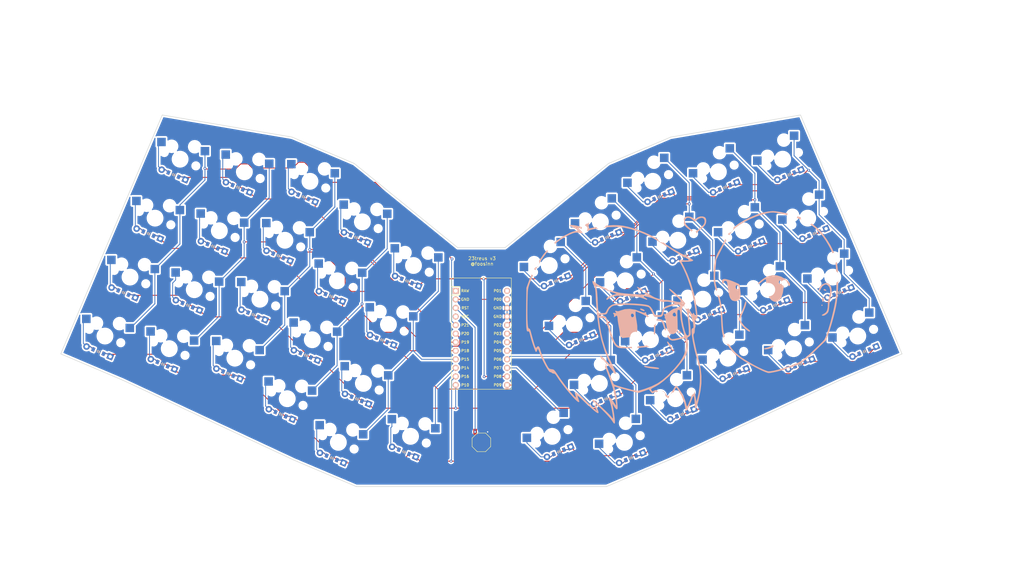
<source format=kicad_pcb>
(kicad_pcb (version 20171130) (host pcbnew 5.1.12)

  (general
    (thickness 1.6)
    (drawings 17)
    (tracks 761)
    (zones 0)
    (modules 87)
    (nets 65)
  )

  (page A3)
  (title_block
    (title main)
    (rev v1.0.0)
    (company Unknown)
  )

  (layers
    (0 F.Cu signal)
    (31 B.Cu signal)
    (32 B.Adhes user)
    (33 F.Adhes user)
    (34 B.Paste user)
    (35 F.Paste user)
    (36 B.SilkS user)
    (37 F.SilkS user)
    (38 B.Mask user)
    (39 F.Mask user)
    (40 Dwgs.User user)
    (41 Cmts.User user)
    (42 Eco1.User user)
    (43 Eco2.User user)
    (44 Edge.Cuts user)
    (45 Margin user)
    (46 B.CrtYd user)
    (47 F.CrtYd user)
    (48 B.Fab user)
    (49 F.Fab user)
  )

  (setup
    (last_trace_width 0.25)
    (trace_clearance 0.2)
    (zone_clearance 0.508)
    (zone_45_only no)
    (trace_min 0.2)
    (via_size 0.8)
    (via_drill 0.4)
    (via_min_size 0.4)
    (via_min_drill 0.3)
    (uvia_size 0.3)
    (uvia_drill 0.1)
    (uvias_allowed no)
    (uvia_min_size 0.2)
    (uvia_min_drill 0.1)
    (edge_width 0.05)
    (segment_width 0.2)
    (pcb_text_width 0.3)
    (pcb_text_size 1.5 1.5)
    (mod_edge_width 0.12)
    (mod_text_size 1 1)
    (mod_text_width 0.15)
    (pad_size 1.524 1.524)
    (pad_drill 0.762)
    (pad_to_mask_clearance 0.05)
    (aux_axis_origin 0 0)
    (visible_elements FFFFFF7F)
    (pcbplotparams
      (layerselection 0x010fc_ffffffff)
      (usegerberextensions true)
      (usegerberattributes false)
      (usegerberadvancedattributes false)
      (creategerberjobfile false)
      (excludeedgelayer true)
      (linewidth 0.100000)
      (plotframeref false)
      (viasonmask false)
      (mode 1)
      (useauxorigin false)
      (hpglpennumber 1)
      (hpglpenspeed 20)
      (hpglpendiameter 15.000000)
      (psnegative false)
      (psa4output false)
      (plotreference true)
      (plotvalue false)
      (plotinvisibletext false)
      (padsonsilk false)
      (subtractmaskfromsilk true)
      (outputformat 1)
      (mirror false)
      (drillshape 0)
      (scaleselection 1)
      (outputdirectory "gerber_v003"))
  )

  (net 0 "")
  (net 1 pinky_bottom)
  (net 2 P21)
  (net 3 P16)
  (net 4 pinky_home)
  (net 5 P10)
  (net 6 pinky_top)
  (net 7 P9)
  (net 8 pinky_num)
  (net 9 P8)
  (net 10 ring_bottom)
  (net 11 P20)
  (net 12 ring_home)
  (net 13 ring_top)
  (net 14 ring_num)
  (net 15 middle_bottom)
  (net 16 P19)
  (net 17 middle_home)
  (net 18 middle_top)
  (net 19 middle_num)
  (net 20 index_bottom)
  (net 21 P18)
  (net 22 index_home)
  (net 23 index_top)
  (net 24 index_num)
  (net 25 inner_bottom)
  (net 26 P15)
  (net 27 inner_home)
  (net 28 inner_top)
  (net 29 inner_num)
  (net 30 thumb_bottom)
  (net 31 P14)
  (net 32 mirror_pinky_bottom)
  (net 33 P2)
  (net 34 mirror_pinky_home)
  (net 35 mirror_pinky_top)
  (net 36 mirror_pinky_num)
  (net 37 mirror_ring_bottom)
  (net 38 P3)
  (net 39 mirror_ring_home)
  (net 40 mirror_ring_top)
  (net 41 mirror_ring_num)
  (net 42 mirror_middle_bottom)
  (net 43 P4)
  (net 44 mirror_middle_home)
  (net 45 mirror_middle_top)
  (net 46 mirror_middle_num)
  (net 47 mirror_index_bottom)
  (net 48 P5)
  (net 49 mirror_index_home)
  (net 50 mirror_index_top)
  (net 51 mirror_index_num)
  (net 52 mirror_inner_bottom)
  (net 53 P6)
  (net 54 mirror_inner_home)
  (net 55 mirror_inner_top)
  (net 56 mirror_inner_num)
  (net 57 mirror_thumb_bottom)
  (net 58 P7)
  (net 59 RST)
  (net 60 GND)
  (net 61 RAW)
  (net 62 VCC)
  (net 63 P1)
  (net 64 P0)

  (net_class Default "This is the default net class."
    (clearance 0.2)
    (trace_width 0.25)
    (via_dia 0.8)
    (via_drill 0.4)
    (uvia_dia 0.3)
    (uvia_drill 0.1)
    (add_net GND)
    (add_net P0)
    (add_net P1)
    (add_net P10)
    (add_net P14)
    (add_net P15)
    (add_net P16)
    (add_net P18)
    (add_net P19)
    (add_net P2)
    (add_net P20)
    (add_net P21)
    (add_net P3)
    (add_net P4)
    (add_net P5)
    (add_net P6)
    (add_net P7)
    (add_net P8)
    (add_net P9)
    (add_net RAW)
    (add_net RST)
    (add_net VCC)
    (add_net index_bottom)
    (add_net index_home)
    (add_net index_num)
    (add_net index_top)
    (add_net inner_bottom)
    (add_net inner_home)
    (add_net inner_num)
    (add_net inner_top)
    (add_net middle_bottom)
    (add_net middle_home)
    (add_net middle_num)
    (add_net middle_top)
    (add_net mirror_index_bottom)
    (add_net mirror_index_home)
    (add_net mirror_index_num)
    (add_net mirror_index_top)
    (add_net mirror_inner_bottom)
    (add_net mirror_inner_home)
    (add_net mirror_inner_num)
    (add_net mirror_inner_top)
    (add_net mirror_middle_bottom)
    (add_net mirror_middle_home)
    (add_net mirror_middle_num)
    (add_net mirror_middle_top)
    (add_net mirror_pinky_bottom)
    (add_net mirror_pinky_home)
    (add_net mirror_pinky_num)
    (add_net mirror_pinky_top)
    (add_net mirror_ring_bottom)
    (add_net mirror_ring_home)
    (add_net mirror_ring_num)
    (add_net mirror_ring_top)
    (add_net mirror_thumb_bottom)
    (add_net pinky_bottom)
    (add_net pinky_home)
    (add_net pinky_num)
    (add_net pinky_top)
    (add_net ring_bottom)
    (add_net ring_home)
    (add_net ring_num)
    (add_net ring_top)
    (add_net thumb_bottom)
  )

  (module 45treus:binafoo-sscreen (layer F.Cu) (tedit 623DCFF3) (tstamp 623E32D3)
    (at 184.785 -5.715)
    (fp_text reference G*** (at -12.7 -29.21 180) (layer B.SilkS) hide
      (effects (font (size 1.524 1.524) (thickness 0.3)) (justify mirror))
    )
    (fp_text value LOGO (at -13.45 -29.21 180) (layer B.SilkS) hide
      (effects (font (size 1.524 1.524) (thickness 0.3)) (justify mirror))
    )
    (fp_poly (pts (xy -41.792042 -28.263027) (xy -42.082737 -27.850432) (xy -42.356634 -27.316239) (xy -42.546645 -26.786011)
      (xy -42.593847 -26.477895) (xy -42.625605 -26.207426) (xy -42.792622 -26.215506) (xy -43.033462 -26.362481)
      (xy -43.535633 -26.610018) (xy -44.21244 -26.837964) (xy -44.974432 -27.03012) (xy -45.73216 -27.170286)
      (xy -46.396174 -27.242261) (xy -46.877026 -27.229848) (xy -47.085266 -27.116845) (xy -47.087693 -27.096722)
      (xy -46.922011 -26.942795) (xy -46.492538 -26.706937) (xy -46.025913 -26.497208) (xy -45.407104 -26.210642)
      (xy -44.923238 -25.932466) (xy -44.731989 -25.777409) (xy -44.630851 -25.578922) (xy -44.826981 -25.502145)
      (xy -45.061077 -25.493055) (xy -45.545904 -25.416204) (xy -46.217063 -25.222333) (xy -46.748198 -25.025418)
      (xy -48.951474 -23.913204) (xy -51.043749 -22.444566) (xy -53.005029 -20.643106) (xy -54.815319 -18.532424)
      (xy -56.454624 -16.136122) (xy -57.90295 -13.4778) (xy -59.140301 -10.581058) (xy -59.259471 -10.257692)
      (xy -59.862392 -8.596923) (xy -59.93879 -3.321538) (xy -59.954538 -1.849385) (xy -59.959271 -0.439345)
      (xy -59.953556 0.841229) (xy -59.93796 1.924984) (xy -59.913051 2.744567) (xy -59.883939 3.193211)
      (xy -59.798303 3.866672) (xy -59.700354 4.227504) (xy -59.556693 4.353277) (xy -59.391038 4.338002)
      (xy -59.156792 4.346975) (xy -58.992163 4.576653) (xy -58.84461 5.106362) (xy -58.826212 5.190799)
      (xy -58.648766 5.915585) (xy -58.405122 6.7738) (xy -58.121379 7.688703) (xy -57.823641 8.583551)
      (xy -57.538008 9.381604) (xy -57.290582 10.006118) (xy -57.107465 10.380352) (xy -57.03639 10.453077)
      (xy -56.817118 10.295232) (xy -56.753099 10.16) (xy -56.610545 9.709202) (xy -56.553428 9.530715)
      (xy -56.447219 9.532266) (xy -56.255207 9.884183) (xy -55.990951 10.558904) (xy -55.856525 10.947253)
      (xy -55.547255 11.762892) (xy -55.145965 12.670457) (xy -54.688503 13.605268) (xy -54.210715 14.502643)
      (xy -53.74845 15.297902) (xy -53.337554 15.926365) (xy -53.013875 16.323351) (xy -52.819503 16.427051)
      (xy -52.518198 16.483787) (xy -52.342165 16.63289) (xy -51.981037 16.839482) (xy -51.755917 16.838664)
      (xy -51.486569 16.897257) (xy -51.152693 17.23308) (xy -50.730245 17.858027) (xy -50.181521 18.691702)
      (xy -49.504135 19.635184) (xy -48.739282 20.639758) (xy -47.928154 21.65671) (xy -47.111945 22.637326)
      (xy -46.331848 23.532892) (xy -45.629056 24.294694) (xy -45.044763 24.874018) (xy -44.620161 25.222149)
      (xy -44.435269 25.302308) (xy -44.247414 25.293057) (xy -44.180937 25.203675) (xy -44.23742 24.941722)
      (xy -44.418444 24.414755) (xy -44.452087 24.319472) (xy -44.615578 23.807493) (xy -44.689078 23.476247)
      (xy -44.683552 23.419193) (xy -44.529097 23.527067) (xy -44.13583 23.865145) (xy -43.547659 24.393875)
      (xy -42.808494 25.073701) (xy -41.962242 25.865068) (xy -41.830135 25.989671) (xy -40.688478 27.051065)
      (xy -39.800589 27.833674) (xy -39.151659 28.342557) (xy -38.72688 28.582775) (xy -38.511444 28.559386)
      (xy -38.490544 28.27745) (xy -38.649369 27.742027) (xy -38.969128 26.967181) (xy -39.216668 26.379054)
      (xy -39.29934 26.082387) (xy -39.226625 26.018922) (xy -39.115667 26.066728) (xy -38.725599 26.35279)
      (xy -38.147583 26.865966) (xy -37.448622 27.53723) (xy -36.695719 28.297553) (xy -35.955876 29.077906)
      (xy -35.296097 29.809263) (xy -34.783385 30.422595) (xy -34.499968 30.821923) (xy -34.097474 31.444753)
      (xy -33.821085 31.704435) (xy -33.660987 31.604192) (xy -33.607368 31.147246) (xy -33.607306 31.115)
      (xy -33.641286 30.624893) (xy -33.7345 29.831484) (xy -33.875553 28.815804) (xy -34.05305 27.658885)
      (xy -34.255598 26.441759) (xy -34.301052 26.181539) (xy -34.334721 25.896883) (xy -34.268475 25.8994)
      (xy -34.073474 26.213916) (xy -33.903816 26.523462) (xy -33.560092 27.057237) (xy -33.235653 27.389432)
      (xy -33.08469 27.451539) (xy -32.933963 27.408108) (xy -32.852012 27.229154) (xy -32.830591 26.84168)
      (xy -32.861454 26.172689) (xy -32.891554 25.741923) (xy -33.005752 24.67882) (xy -33.187291 23.501282)
      (xy -33.397973 22.455285) (xy -33.409272 22.408008) (xy -33.586736 21.666109) (xy -33.722377 21.085612)
      (xy -33.794932 20.758083) (xy -33.801539 20.718881) (xy -33.631915 20.73922) (xy -33.187728 20.855204)
      (xy -32.580385 21.037038) (xy -31.89154 21.239219) (xy -30.952739 21.496053) (xy -29.894388 21.772608)
      (xy -28.975982 22.00253) (xy -26.592732 22.585036) (xy -25.082605 22.063811) (xy -23.572479 21.542585)
      (xy -23.037629 22.197909) (xy -22.69251 22.595572) (xy -22.47042 22.72438) (xy -22.255492 22.624716)
      (xy -22.128698 22.514694) (xy -21.711083 22.228438) (xy -21.36093 22.258779) (xy -20.980032 22.625117)
      (xy -20.87526 22.762308) (xy -20.440803 23.224191) (xy -20.082502 23.312214) (xy -19.776098 23.030164)
      (xy -19.725355 22.941826) (xy -19.585573 22.727794) (xy -19.429945 22.704863) (xy -19.17525 22.907128)
      (xy -18.771571 23.332596) (xy -18.331892 23.772783) (xy -17.978771 24.062387) (xy -17.836363 24.13)
      (xy -17.408632 23.954643) (xy -16.91696 23.470894) (xy -16.41744 22.742241) (xy -16.130013 22.198713)
      (xy -15.827314 21.599015) (xy -15.580173 21.170133) (xy -15.441547 21.003873) (xy -15.440742 21.003846)
      (xy -15.270744 21.165342) (xy -14.974552 21.595864) (xy -14.599807 22.214461) (xy -14.194147 22.940185)
      (xy -13.805214 23.692085) (xy -13.579087 24.167166) (xy -13.255778 25.019007) (xy -12.981965 25.98322)
      (xy -12.875073 26.506836) (xy -12.759315 27.156513) (xy -12.653247 27.634893) (xy -12.586319 27.825733)
      (xy -12.453014 27.866942) (xy -12.281968 27.728722) (xy -12.056466 27.37832) (xy -11.759793 26.782984)
      (xy -11.375232 25.909961) (xy -10.886067 24.726499) (xy -10.45086 23.641539) (xy -10.341844 23.454182)
      (xy -10.250181 23.568822) (xy -10.142109 24.028073) (xy -10.141273 24.032308) (xy -10.049693 24.693895)
      (xy -9.98872 25.505345) (xy -9.975876 25.925777) (xy -9.926484 26.640435) (xy -9.807654 27.084275)
      (xy -9.638016 27.214506) (xy -9.479447 27.066097) (xy -9.388829 26.810009) (xy -9.229517 26.253497)
      (xy -9.023292 25.476288) (xy -8.791936 24.558109) (xy -8.771307 24.474064) (xy -8.257851 22.0034)
      (xy -7.993458 19.731293) (xy -7.978566 17.554829) (xy -7.996831 17.385131) (xy -8.440027 17.385131)
      (xy -8.445229 19.193881) (xy -8.584954 21.040015) (xy -8.850213 22.762333) (xy -9.006113 23.446154)
      (xy -9.457683 25.204616) (xy -9.703356 23.756794) (xy -9.903898 22.776989) (xy -10.106648 22.182746)
      (xy -10.309996 21.975275) (xy -10.512333 22.155784) (xy -10.712049 22.725483) (xy -10.767778 22.957118)
      (xy -10.913851 23.473655) (xy -11.141954 24.136032) (xy -11.416354 24.857076) (xy -11.701314 25.549616)
      (xy -11.961099 26.126479) (xy -12.159974 26.500493) (xy -12.257598 26.591377) (xy -12.349084 26.364167)
      (xy -12.47815 25.893236) (xy -12.53296 25.659444) (xy -12.766333 24.875738) (xy -13.121761 23.994073)
      (xy -13.559638 23.082896) (xy -14.040356 22.210655) (xy -14.524307 21.445801) (xy -14.971882 20.856779)
      (xy -15.343476 20.51204) (xy -15.544995 20.454173) (xy -15.758284 20.647515) (xy -16.076723 21.108495)
      (xy -16.442179 21.74973) (xy -16.560581 21.980769) (xy -17.033108 22.845022) (xy -17.431444 23.350834)
      (xy -17.795814 23.513408) (xy -18.16644 23.347947) (xy -18.583545 22.869655) (xy -18.65281 22.771573)
      (xy -19.110761 22.210511) (xy -19.475762 22.009483) (xy -19.781848 22.158963) (xy -19.949104 22.408672)
      (xy -20.178111 22.836574) (xy -20.501376 22.437358) (xy -21.074415 21.897819) (xy -21.614508 21.742417)
      (xy -22.060889 21.912298) (xy -22.391003 22.112117) (xy -22.537154 22.147237) (xy -22.676174 21.954598)
      (xy -22.831156 21.749026) (xy -22.918832 21.569166) (xy -22.840508 21.395755) (xy -22.540156 21.180382)
      (xy -21.961748 20.874634) (xy -21.630471 20.711548) (xy -20.475467 20.028334) (xy -19.186819 19.058315)
      (xy -17.820506 17.85636) (xy -16.432512 16.477341) (xy -15.078818 14.976128) (xy -13.815404 13.40759)
      (xy -12.948388 12.201812) (xy -12.377888 11.053198) (xy -12.046158 9.700076) (xy -11.99927 8.829107)
      (xy -12.560875 8.829107) (xy -12.734102 10.027294) (xy -13.136394 11.233411) (xy -13.787564 12.483123)
      (xy -14.707428 13.812095) (xy -15.915799 15.255995) (xy -17.432491 16.850487) (xy -18.100661 17.509976)
      (xy -19.516744 18.740383) (xy -21.04934 19.767392) (xy -22.776719 20.633568) (xy -24.777153 21.381472)
      (xy -25.79077 21.691789) (xy -26.318615 21.838192) (xy -26.738945 21.918099) (xy -27.15114 21.925409)
      (xy -27.654582 21.854021) (xy -28.348651 21.697832) (xy -29.21 21.481853) (xy -30.861476 21.051691)
      (xy -32.145624 20.691028) (xy -33.078689 20.394711) (xy -33.676916 20.157586) (xy -33.954892 19.976551)
      (xy -34.092916 19.713728) (xy -34.3365 19.157337) (xy -34.655281 18.380175) (xy -35.018894 17.455042)
      (xy -35.156305 17.096154) (xy -35.531578 16.11249) (xy -35.871939 15.226737) (xy -36.14631 14.519316)
      (xy -36.323612 14.070646) (xy -36.355302 13.993598) (xy -36.477928 13.621525) (xy -36.479967 13.457146)
      (xy -36.336111 13.565329) (xy -36.01555 13.914644) (xy -35.576522 14.433973) (xy -35.077266 15.052196)
      (xy -34.57602 15.698191) (xy -34.131023 16.300839) (xy -34.007739 16.476207) (xy -33.644427 16.898834)
      (xy -33.391168 16.953588) (xy -33.360924 16.929078) (xy -33.353584 16.666333) (xy -33.542879 16.084434)
      (xy -33.930857 15.177953) (xy -34.379807 14.227486) (xy -35.552092 11.66557) (xy -36.48261 9.284051)
      (xy -37.203124 6.984259) (xy -37.7454 4.667519) (xy -38.06654 2.775104) (xy -38.428266 0.274823)
      (xy -37.449106 0.332796) (xy -36.84917 0.393704) (xy -36.524626 0.521891) (xy -36.36026 0.77339)
      (xy -36.32556 0.879231) (xy -36.219404 1.246739) (xy -36.03236 1.902426) (xy -35.789439 2.758327)
      (xy -35.515655 3.726475) (xy -35.472801 3.878317) (xy -34.944808 5.603765) (xy -34.434893 6.962398)
      (xy -33.931955 7.977081) (xy -33.424891 8.670677) (xy -32.970776 9.031243) (xy -32.646415 9.175303)
      (xy -32.248568 9.270259) (xy -31.700238 9.323081) (xy -30.924427 9.340743) (xy -29.844141 9.330214)
      (xy -29.698462 9.327541) (xy -27.650746 9.267943) (xy -25.977972 9.172937) (xy -24.665778 9.040896)
      (xy -23.6998 8.870189) (xy -23.065673 8.659189) (xy -22.891387 8.555619) (xy -22.495801 8.212271)
      (xy -22.202819 7.808652) (xy -21.993996 7.278866) (xy -21.85089 6.557018) (xy -21.755058 5.577212)
      (xy -21.688055 4.273553) (xy -21.687263 4.253447) (xy -21.621912 3.009076) (xy -21.537014 2.068937)
      (xy -21.436062 1.463655) (xy -21.343543 1.238466) (xy -21.00983 1.101559) (xy -20.438517 1.177004)
      (xy -20.403938 1.185788) (xy -20.101406 1.276333) (xy -19.874527 1.410217) (xy -19.682782 1.654716)
      (xy -19.485655 2.077107) (xy -19.242628 2.744668) (xy -18.960628 3.582328) (xy -18.496929 4.89468)
      (xy -18.074498 5.862972) (xy -17.649365 6.524502) (xy -17.177561 6.91657) (xy -16.615119 7.076475)
      (xy -15.91807 7.041517) (xy -15.093927 6.862513) (xy -14.111913 6.603921) (xy -13.446207 6.44735)
      (xy -13.031168 6.412271) (xy -12.801155 6.518154) (xy -12.690527 6.784471) (xy -12.633641 7.230691)
      (xy -12.596899 7.603183) (xy -12.560875 8.829107) (xy -11.99927 8.829107) (xy -11.968554 8.258542)
      (xy -12.16043 6.84469) (xy -12.213151 6.643077) (xy -12.190111 6.301684) (xy -11.861021 5.997285)
      (xy -11.729693 5.919472) (xy -11.478247 5.757211) (xy -11.299481 5.558467) (xy -11.189819 5.268524)
      (xy -11.145686 4.832669) (xy -11.147659 4.76217) (xy -11.715988 4.76217) (xy -11.742315 5.217562)
      (xy -11.77517 5.324231) (xy -12.072942 5.558131) (xy -12.353019 5.450515) (xy -12.382511 5.401405)
      (xy -13.0848 5.401405) (xy -13.097167 5.684853) (xy -13.207051 5.819242) (xy -13.631961 5.993654)
      (xy -14.287448 6.185969) (xy -15.052487 6.369683) (xy -15.806055 6.518293) (xy -16.427128 6.605296)
      (xy -16.79318 6.604585) (xy -17.18076 6.325894) (xy -17.607383 5.711399) (xy -18.049163 4.810964)
      (xy -18.482216 3.674454) (xy -18.882656 2.351734) (xy -18.946481 2.109178) (xy -19.208153 1.359093)
      (xy -19.578066 0.921319) (xy -20.152636 0.721772) (xy -20.801514 0.683846) (xy -21.47756 0.720716)
      (xy -21.845405 0.844986) (xy -21.959866 0.992903) (xy -22.004214 1.296698) (xy -22.041017 1.907316)
      (xy -22.066831 2.740834) (xy -22.078211 3.713327) (xy -22.078462 3.882273) (xy -22.085451 4.973234)
      (xy -22.113802 5.760508) (xy -22.174585 6.33104) (xy -22.278874 6.771776) (xy -22.437741 7.169664)
      (xy -22.518077 7.334369) (xy -22.900182 7.947771) (xy -23.345322 8.304375) (xy -23.694133 8.446569)
      (xy -24.095572 8.525275) (xy -24.801556 8.613314) (xy -25.726165 8.704548) (xy -26.78348 8.792837)
      (xy -27.887583 8.872044) (xy -28.952556 8.93603) (xy -29.892478 8.978655) (xy -30.621432 8.993781)
      (xy -31.053499 8.97527) (xy -31.066154 8.973286) (xy -31.448385 8.909047) (xy -31.999769 8.816258)
      (xy -32.080145 8.802725) (xy -32.59239 8.649555) (xy -33.046499 8.349205) (xy -33.463286 7.863453)
      (xy -33.863562 7.154076) (xy -34.26814 6.182849) (xy -34.697832 4.911549) (xy -35.173451 3.301954)
      (xy -35.277393 2.930769) (xy -35.561934 1.962148) (xy -35.840667 1.109752) (xy -36.084744 0.455643)
      (xy -36.265317 0.081882) (xy -36.290502 0.048846) (xy -36.722413 -0.202505) (xy -37.451921 -0.292347)
      (xy -37.544129 -0.293077) (xy -38.091473 -0.323113) (xy -38.433332 -0.399673) (xy -38.49077 -0.455129)
      (xy -38.329212 -0.591926) (xy -38.148847 -0.61568) (xy -37.217205 -0.620798) (xy -36.597289 -0.66364)
      (xy -36.210212 -0.770771) (xy -35.977088 -0.968755) (xy -35.819033 -1.284155) (xy -35.770607 -1.416538)
      (xy -35.349877 -2.285946) (xy -34.745322 -2.907621) (xy -34.290462 -3.195003) (xy -33.800974 -3.344924)
      (xy -33.010422 -3.449297) (xy -31.986572 -3.510881) (xy -30.797191 -3.532434) (xy -29.510046 -3.516716)
      (xy -28.192903 -3.466483) (xy -26.913528 -3.384497) (xy -25.739689 -3.273513) (xy -24.739151 -3.136293)
      (xy -23.979682 -2.975593) (xy -23.529048 -2.794172) (xy -23.481289 -2.754994) (xy -23.267904 -2.457437)
      (xy -22.954444 -1.921591) (xy -22.608043 -1.262355) (xy -22.601544 -1.24931) (xy -21.979741 0)
      (xy -20.938626 0.059607) (xy -20.157786 0.052181) (xy -19.669117 -0.120454) (xy -19.388041 -0.519782)
      (xy -19.234098 -1.179473) (xy -19.105536 -1.773583) (xy -18.938512 -2.228737) (xy -18.882599 -2.319495)
      (xy -18.585288 -2.515495) (xy -18.01209 -2.763313) (xy -17.268403 -3.029192) (xy -16.459622 -3.279372)
      (xy -15.691145 -3.480095) (xy -15.068368 -3.597603) (xy -14.839145 -3.614615) (xy -14.416513 -3.55233)
      (xy -14.26902 -3.317788) (xy -14.263077 -3.212315) (xy -14.338169 -2.942063) (xy -14.458119 -2.930557)
      (xy -14.745189 -2.91966) (xy -15.087747 -2.746704) (xy -15.584112 -2.511488) (xy -15.959718 -2.442307)
      (xy -16.325514 -2.323188) (xy -16.866155 -2.010707) (xy -17.465369 -1.572184) (xy -17.472326 -1.566525)
      (xy -18.124309 -1.086735) (xy -18.615446 -0.82983) (xy -18.847622 -0.805891) (xy -19.097942 -0.792949)
      (xy -19.129203 -0.592727) (xy -18.94436 -0.385857) (xy -18.828659 -0.122453) (xy -18.859835 0.114135)
      (xy -18.871479 0.416271) (xy -18.77009 0.488462) (xy -18.618692 0.656985) (xy -18.561309 1.025769)
      (xy -18.505944 1.832177) (xy -18.359207 2.716954) (xy -18.149191 3.57145) (xy -17.903989 4.287019)
      (xy -17.651695 4.755013) (xy -17.577009 4.832371) (xy -16.913353 5.14351) (xy -16.201528 5.10298)
      (xy -15.546287 4.718716) (xy -15.501211 4.675127) (xy -14.998646 4.172562) (xy -15.077846 1.060512)
      (xy -15.106028 -0.103986) (xy -15.110117 -0.39651) (xy -15.506258 -0.39651) (xy -15.535573 -0.289039)
      (xy -15.835964 -0.10916) (xy -16.223397 -0.158753) (xy -16.490453 -0.410398) (xy -16.492467 -0.415534)
      (xy -16.482809 -0.797267) (xy -16.269316 -1.144575) (xy -16.004489 -1.27) (xy -15.776897 -1.108978)
      (xy -15.580242 -0.753847) (xy -15.506258 -0.39651) (xy -15.110117 -0.39651) (xy -15.117636 -0.934347)
      (xy -15.106359 -1.48707) (xy -15.065887 -1.818653) (xy -14.989909 -1.985593) (xy -14.872116 -2.044389)
      (xy -14.730269 -2.051538) (xy -14.481994 -2.011413) (xy -14.352041 -1.827626) (xy -14.300616 -1.405058)
      (xy -14.290949 -1.001428) (xy -14.147508 0.790454) (xy -13.768456 2.778944) (xy -13.411747 4.103077)
      (xy -13.186703 4.898943) (xy -13.0848 5.401405) (xy -12.382511 5.401405) (xy -12.632672 4.98484)
      (xy -12.897129 4.249616) (xy -13.295619 2.760346) (xy -13.591788 1.238292) (xy -13.769643 -0.204388)
      (xy -13.81319 -1.455535) (xy -13.781791 -1.954171) (xy -13.689874 -2.600081) (xy -13.581389 -3.057279)
      (xy -13.483356 -3.223846) (xy -13.170677 -3.054025) (xy -12.818742 -2.617559) (xy -12.494219 -2.023939)
      (xy -12.263778 -1.382658) (xy -12.212875 -1.137302) (xy -12.077097 -0.145987) (xy -11.955839 0.940492)
      (xy -11.8541 2.048341) (xy -11.77688 3.103765) (xy -11.729176 4.032973) (xy -11.715988 4.76217)
      (xy -11.147659 4.76217) (xy -11.163505 4.196184) (xy -11.239701 3.304355) (xy -11.3707 2.102465)
      (xy -11.440664 1.496664) (xy -11.547578 0.518392) (xy -11.626903 -0.32601) (xy -11.672181 -0.957712)
      (xy -11.676952 -1.297882) (xy -11.671905 -1.325826) (xy -11.569167 -1.322899) (xy -11.394667 -1.021943)
      (xy -11.176276 -0.502783) (xy -10.941866 0.154756) (xy -10.719311 0.870851) (xy -10.536482 1.565675)
      (xy -10.421251 2.159405) (xy -10.404102 2.305097) (xy -10.362279 2.953652) (xy -10.39758 3.289615)
      (xy -10.521324 3.385586) (xy -10.571633 3.379712) (xy -10.800547 3.504771) (xy -10.910532 3.907693)
      (xy -10.911984 4.534953) (xy -10.822724 5.459794) (xy -10.656647 6.60329) (xy -10.427648 7.886514)
      (xy -10.149623 9.230539) (xy -9.836469 10.55644) (xy -9.55658 11.597954) (xy -9.250957 12.72219)
      (xy -8.966052 13.876702) (xy -8.732917 14.9289) (xy -8.582603 15.746194) (xy -8.578337 15.774965)
      (xy -8.440027 17.385131) (xy -7.996831 17.385131) (xy -8.21361 15.371092) (xy -8.699029 13.077166)
      (xy -8.821687 12.612684) (xy -9.144979 11.375898) (xy -9.459722 10.087216) (xy -9.749965 8.820751)
      (xy -9.99976 7.650618) (xy -10.193155 6.650927) (xy -10.314201 5.895793) (xy -10.348202 5.519616)
      (xy -10.292174 5.129851) (xy -10.16 4.982308) (xy -10.042833 4.807817) (xy -9.973093 4.36694)
      (xy -9.964616 4.114608) (xy -9.92955 3.566582) (xy -9.841209 3.203894) (xy -9.794697 3.141893)
      (xy -9.723973 2.902171) (xy -9.750033 2.422097) (xy -9.786188 2.202285) (xy -9.892457 1.568526)
      (xy -9.937934 1.115999) (xy -9.919795 0.912488) (xy -9.835216 1.025769) (xy -9.577307 1.250011)
      (xy -9.459872 1.27) (xy -9.284419 1.088093) (xy -9.193392 0.575609) (xy -9.181929 -0.217597)
      (xy -9.203978 -0.574639) (xy -9.592177 -0.574639) (xy -9.603939 -0.294948) (xy -9.685429 -0.257528)
      (xy -9.837174 -0.426727) (xy -10.007582 -0.683846) (xy -10.281675 -1.09691) (xy -10.420369 -1.204972)
      (xy -10.489675 -1.037893) (xy -10.511062 -0.911597) (xy -10.576614 -0.746762) (xy -10.712538 -0.809451)
      (xy -10.952355 -1.137232) (xy -11.329587 -1.76767) (xy -11.427372 -1.938469) (xy -11.978465 -2.824825)
      (xy -12.633942 -3.762712) (xy -12.680994 -3.822721) (xy -13.334058 -3.822721) (xy -13.360784 -3.81)
      (xy -13.53909 -3.947547) (xy -13.579231 -4.005384) (xy -13.584041 -4.023033) (xy -15.954361 -4.023033)
      (xy -16.210956 -3.901959) (xy -16.7349 -3.708932) (xy -17.418915 -3.483156) (xy -17.507422 -3.455487)
      (xy -18.408701 -3.137222) (xy -19.001371 -2.808264) (xy -19.363175 -2.399327) (xy -19.571856 -1.841124)
      (xy -19.629144 -1.564565) (xy -19.756018 -0.952963) (xy -19.926044 -0.632452) (xy -20.248416 -0.508973)
      (xy -20.83233 -0.488471) (xy -20.878435 -0.488461) (xy -21.446907 -0.508364) (xy -21.759913 -0.623485)
      (xy -21.95257 -0.916942) (xy -22.069483 -1.221154) (xy -22.532128 -2.230811) (xy -23.078534 -2.975363)
      (xy -23.66343 -3.394266) (xy -23.706667 -3.410544) (xy -24.359045 -3.569982) (xy -25.319133 -3.712246)
      (xy -26.504026 -3.831109) (xy -27.830816 -3.920344) (xy -29.216598 -3.973725) (xy -30.578467 -3.985024)
      (xy -31.202951 -3.973569) (xy -32.313814 -3.935725) (xy -33.116678 -3.887105) (xy -33.694307 -3.814787)
      (xy -34.129468 -3.70585) (xy -34.504923 -3.547372) (xy -34.738785 -3.421536) (xy -35.434692 -2.897845)
      (xy -35.927901 -2.176455) (xy -36.007642 -2.010406) (xy -36.274039 -1.466203) (xy -36.511027 -1.188736)
      (xy -36.849037 -1.088156) (xy -37.366165 -1.074615) (xy -37.944647 -1.065081) (xy -38.350521 -1.040912)
      (xy -38.441923 -1.025769) (xy -38.496171 -1.194308) (xy -38.556275 -1.692156) (xy -38.617244 -2.458005)
      (xy -38.674087 -3.430545) (xy -38.716267 -4.396154) (xy -38.770414 -5.564219) (xy -38.839731 -6.641726)
      (xy -38.9176 -7.548739) (xy -38.997404 -8.20532) (xy -39.054849 -8.48629) (xy -39.177408 -8.943503)
      (xy -39.207983 -9.206089) (xy -39.200986 -9.221834) (xy -39.010371 -9.170832) (xy -38.587613 -8.971146)
      (xy -38.2066 -8.766827) (xy -37.625265 -8.481593) (xy -36.799017 -8.126807) (xy -35.854148 -7.755015)
      (xy -35.207593 -7.519039) (xy -33.138333 -6.790897) (xy -34.202628 -6.479401) (xy -35.162016 -6.135744)
      (xy -35.814728 -5.764042) (xy -36.125004 -5.386649) (xy -36.146154 -5.264305) (xy -36.094342 -5.027745)
      (xy -35.900582 -5.04284) (xy -35.507391 -5.322491) (xy -35.366357 -5.439321) (xy -34.745527 -5.828162)
      (xy -33.928664 -6.093876) (xy -32.871318 -6.242408) (xy -31.529039 -6.279703) (xy -29.857375 -6.211703)
      (xy -29.678942 -6.199923) (xy -28.23499 -6.078966) (xy -27.070877 -5.920725) (xy -26.075932 -5.702024)
      (xy -25.139478 -5.399687) (xy -24.374231 -5.089061) (xy -24.085828 -5.054126) (xy -24.032308 -5.166341)
      (xy -24.195141 -5.374173) (xy -24.607704 -5.642407) (xy -24.862693 -5.769108) (xy -25.323787 -5.994635)
      (xy -25.448224 -6.111361) (xy -25.264527 -6.149566) (xy -25.221788 -6.150324) (xy -24.728889 -6.086154)
      (xy -23.971762 -5.908101) (xy -23.049241 -5.646805) (xy -22.060162 -5.332907) (xy -21.103358 -4.997046)
      (xy -20.277663 -4.669864) (xy -19.91794 -4.50604) (xy -19.248339 -4.368411) (xy -18.945397 -4.436948)
      (xy -18.58746 -4.48767) (xy -18.042217 -4.477978) (xy -17.409029 -4.421622) (xy -16.787259 -4.332352)
      (xy -16.276269 -4.223919) (xy -15.97542 -4.110073) (xy -15.954361 -4.023033) (xy -13.584041 -4.023033)
      (xy -13.629019 -4.188048) (xy -13.602293 -4.200769) (xy -13.423988 -4.063222) (xy -13.383847 -4.005384)
      (xy -13.334058 -3.822721) (xy -12.680994 -3.822721) (xy -13.258363 -4.559074) (xy -13.299105 -4.606488)
      (xy -13.839906 -5.194477) (xy -14.499063 -5.857142) (xy -15.21349 -6.537542) (xy -15.9201 -7.178735)
      (xy -16.555807 -7.723779) (xy -17.057523 -8.115733) (xy -17.362163 -8.297656) (xy -17.395474 -8.303846)
      (xy -17.563298 -8.24693) (xy -17.50696 -8.057199) (xy -17.203259 -7.706181) (xy -16.628991 -7.165404)
      (xy -16.057829 -6.662378) (xy -15.110213 -5.811546) (xy -14.482307 -5.1708) (xy -14.173252 -4.726764)
      (xy -14.182189 -4.46606) (xy -14.508258 -4.375313) (xy -15.150599 -4.441146) (xy -15.925692 -4.605686)
      (xy -16.78358 -4.786507) (xy -17.609766 -4.919632) (xy -18.242929 -4.979657) (xy -18.307691 -4.980783)
      (xy -19.461141 -5.078555) (xy -20.681539 -5.337392) (xy -21.766196 -5.711439) (xy -21.98077 -5.811745)
      (xy -22.454721 -6.07653) (xy -23.153716 -6.501761) (xy -23.980481 -7.026951) (xy -24.769917 -7.546134)
      (xy -25.556657 -8.061723) (xy -26.23516 -8.485791) (xy -26.735294 -8.775921) (xy -26.986929 -8.8897)
      (xy -26.991917 -8.89) (xy -27.092913 -8.793759) (xy -26.882142 -8.520173) (xy -26.383519 -8.091946)
      (xy -25.620956 -7.53178) (xy -25.402578 -7.381086) (xy -24.13 -6.512174) (xy -26.279231 -6.625019)
      (xy -28.091663 -6.727555) (xy -29.575225 -6.830875) (xy -30.791742 -6.94318) (xy -31.803044 -7.07267)
      (xy -32.670957 -7.227547) (xy -33.45731 -7.416012) (xy -34.223929 -7.646264) (xy -34.387693 -7.700524)
      (xy -35.725225 -8.186608) (xy -36.971078 -8.708528) (xy -38.055015 -9.232189) (xy -38.906801 -9.723495)
      (xy -39.456199 -10.148353) (xy -39.479005 -10.172041) (xy -39.930534 -10.567572) (xy -40.211303 -10.644146)
      (xy -40.310222 -10.439468) (xy -40.216198 -9.991243) (xy -39.918139 -9.337175) (xy -39.790752 -9.112339)
      (xy -39.650435 -8.828635) (xy -39.54135 -8.474258) (xy -39.456068 -7.988682) (xy -39.387161 -7.311384)
      (xy -39.327201 -6.38184) (xy -39.26876 -5.139524) (xy -39.251201 -4.716185) (xy -38.958384 -0.569124)
      (xy -38.429646 3.302115) (xy -37.667244 6.886749) (xy -36.67343 10.173991) (xy -35.568592 12.900569)
      (xy -34.838144 14.481621) (xy -36.354914 12.906964) (xy -37.071906 12.195949) (xy -37.608038 11.731821)
      (xy -37.945002 11.522255) (xy -38.064491 11.574926) (xy -37.948197 11.897508) (xy -37.673726 12.354105)
      (xy -37.448531 12.778902) (xy -37.121598 13.50318) (xy -36.719956 14.457477) (xy -36.270632 15.57233)
      (xy -35.800654 16.778275) (xy -35.337051 18.005851) (xy -34.906849 19.185594) (xy -34.537077 20.248041)
      (xy -34.254763 21.123729) (xy -34.232121 21.199231) (xy -34.001872 22.048187) (xy -33.784728 23.020306)
      (xy -33.562923 24.203064) (xy -33.318693 25.683936) (xy -33.30957 25.741923) (xy -33.271068 26.129807)
      (xy -33.297594 26.279231) (xy -33.433013 26.128978) (xy -33.708897 25.740033) (xy -33.978788 25.33057)
      (xy -34.501372 24.5875) (xy -34.941987 24.090399) (xy -35.269185 23.851693) (xy -35.45152 23.883808)
      (xy -35.457547 24.19917) (xy -35.255819 24.810206) (xy -35.247985 24.829037) (xy -35.073756 25.338891)
      (xy -34.885436 26.04054) (xy -34.696473 26.860302) (xy -34.520313 27.724491) (xy -34.370408 28.559425)
      (xy -34.260203 29.291417) (xy -34.203149 29.846785) (xy -34.212693 30.151844) (xy -34.273065 30.170641)
      (xy -34.434602 29.981656) (xy -34.748074 29.599689) (xy -34.908065 29.402103) (xy -35.208683 29.071342)
      (xy -35.707543 28.56727) (xy -36.348826 27.941986) (xy -37.076711 27.247592) (xy -37.835377 26.536187)
      (xy -38.569003 25.859873) (xy -39.221769 25.270749) (xy -39.737854 24.820917) (xy -40.061438 24.562477)
      (xy -40.137942 24.520769) (xy -40.248271 24.687598) (xy -40.157099 25.186478) (xy -39.86501 26.014999)
      (xy -39.651444 26.534171) (xy -39.053657 27.94) (xy -39.70029 27.33453) (xy -40.066541 26.991609)
      (xy -40.651581 26.443852) (xy -41.388941 25.753493) (xy -42.21215 24.982766) (xy -42.674067 24.550299)
      (xy -43.69541 23.612663) (xy -44.468471 22.948515) (xy -45.012036 22.546081) (xy -45.344888 22.393584)
      (xy -45.485812 22.479248) (xy -45.453593 22.791295) (xy -45.448184 22.811154) (xy -45.257865 23.527227)
      (xy -45.206817 23.886266) (xy -45.325038 23.906416) (xy -45.642525 23.605823) (xy -46.039948 23.169115)
      (xy -47.961865 20.899811) (xy -49.677901 18.585659) (xy -50.372314 17.555308) (xy -50.929015 16.717819)
      (xy -51.33062 16.156005) (xy -51.630884 15.815266) (xy -51.883559 15.641) (xy -52.142399 15.578606)
      (xy -52.324678 15.572154) (xy -52.940027 15.447878) (xy -53.252427 15.210693) (xy -53.578865 14.699449)
      (xy -53.995477 13.927) (xy -54.453911 12.997531) (xy -54.905814 12.015229) (xy -55.302834 11.084278)
      (xy -55.596617 10.308865) (xy -55.719473 9.894913) (xy -55.953708 9.157689) (xy -56.233642 8.772923)
      (xy -56.543154 8.754751) (xy -56.771976 8.97208) (xy -56.981023 9.204128) (xy -57.130546 9.100768)
      (xy -57.216678 8.947952) (xy -57.345256 8.632602) (xy -57.538454 8.03896) (xy -57.803492 7.142508)
      (xy -58.147592 5.918732) (xy -58.577973 4.343114) (xy -58.633967 4.135874) (xy -58.840823 3.614447)
      (xy -59.075808 3.480866) (xy -59.099997 3.48841) (xy -59.265768 3.36879) (xy -59.396401 2.868182)
      (xy -59.491991 1.98506) (xy -59.552632 0.717898) (xy -59.578417 -0.934829) (xy -59.569441 -2.974647)
      (xy -59.555997 -3.907692) (xy -59.530746 -5.316032) (xy -59.503449 -6.402461) (xy -59.46626 -7.235794)
      (xy -59.411332 -7.884846) (xy -59.33082 -8.418433) (xy -59.216877 -8.90537) (xy -59.061658 -9.414471)
      (xy -58.86088 -10.004259) (xy -57.922855 -12.346507) (xy -56.75291 -14.671475) (xy -55.404668 -16.893587)
      (xy -53.931757 -18.927269) (xy -52.387799 -20.686946) (xy -51.818016 -21.243299) (xy -50.778749 -22.116226)
      (xy -49.586884 -22.962274) (xy -48.334436 -23.728001) (xy -47.113426 -24.359962) (xy -46.01587 -24.804714)
      (xy -45.400897 -24.970301) (xy -44.786155 -24.996413) (xy -44.115154 -24.901367) (xy -44.063729 -24.887847)
      (xy -43.567498 -24.789056) (xy -43.246325 -24.795148) (xy -43.211695 -24.814716) (xy -43.273598 -25.003105)
      (xy -43.563535 -25.362618) (xy -43.923789 -25.724506) (xy -44.34126 -26.147914) (xy -44.453255 -26.359465)
      (xy -44.252882 -26.360382) (xy -43.733249 -26.151882) (xy -43.138938 -25.863391) (xy -42.599811 -25.60227)
      (xy -42.320007 -25.540909) (xy -42.209199 -25.704582) (xy -42.177061 -26.118563) (xy -42.176469 -26.132692)
      (xy -42.151296 -26.507158) (xy -42.113883 -26.510082) (xy -42.069196 -26.279231) (xy -41.9543 -25.69311)
      (xy -41.823264 -25.433829) (xy -41.615093 -25.440042) (xy -41.374284 -25.580303) (xy -41.02329 -25.715737)
      (xy -40.369968 -25.884547) (xy -39.499227 -26.067667) (xy -38.495973 -26.246032) (xy -38.201607 -26.292722)
      (xy -35.551284 -26.597649) (xy -33.145778 -26.649759) (xy -30.930067 -26.44683) (xy -28.849126 -25.986635)
      (xy -28.571537 -25.903446) (xy -26.77162 -25.30104) (xy -25.056703 -24.624007) (xy -23.356926 -23.836757)
      (xy -21.602429 -22.903702) (xy -19.723352 -21.789252) (xy -17.649835 -20.457816) (xy -16.90077 -19.957878)
      (xy -15.905329 -19.32333) (xy -14.760457 -18.64697) (xy -13.660936 -18.042365) (xy -13.286155 -17.850383)
      (xy -12.406371 -17.387993) (xy -11.893513 -17.052768) (xy -11.748636 -16.834615) (xy -11.972796 -16.723439)
      (xy -12.567048 -16.709147) (xy -13.399251 -16.76891) (xy -14.099046 -16.817354) (xy -14.488248 -16.792081)
      (xy -14.641696 -16.683723) (xy -14.653847 -16.611872) (xy -14.528256 -16.280069) (xy -14.453214 -16.21368)
      (xy -14.240422 -15.952669) (xy -13.918637 -15.3983) (xy -13.52166 -14.620962) (xy -13.083288 -13.691042)
      (xy -12.637323 -12.678928) (xy -12.217562 -11.655009) (xy -12.032502 -11.172489) (xy -11.167472 -8.590531)
      (xy -10.483035 -5.928611) (xy -9.969982 -3.223846) (xy -9.775727 -2.003437) (xy -9.649616 -1.132252)
      (xy -9.592177 -0.574639) (xy -9.203978 -0.574639) (xy -9.245171 -1.24167) (xy -9.378258 -2.446754)
      (xy -9.57633 -3.782995) (xy -9.834528 -5.200536) (xy -10.147991 -6.649524) (xy -10.288381 -7.229231)
      (xy -11.092957 -9.948663) (xy -12.130181 -12.673874) (xy -13.019647 -14.605) (xy -13.87623 -16.314615)
      (xy -12.726384 -16.314615) (xy -11.733843 -16.34825) (xy -10.984586 -16.442696) (xy -10.527445 -16.588266)
      (xy -10.410815 -16.773981) (xy -10.602093 -16.933458) (xy -11.08002 -17.228074) (xy -11.780362 -17.620977)
      (xy -12.638882 -18.075317) (xy -13.007293 -18.263524) (xy -14.114894 -18.84691) (xy -15.284099 -19.501482)
      (xy -16.378552 -20.148738) (xy -17.2619 -20.71017) (xy -17.291539 -20.730154) (xy -19.35899 -22.087892)
      (xy -21.223097 -23.21826) (xy -22.964586 -24.162229) (xy -24.664179 -24.960769) (xy -26.402602 -25.65485)
      (xy -28.19921 -26.266068) (xy -29.743169 -26.707643) (xy -31.185065 -27.007361) (xy -32.610481 -27.16859)
      (xy -34.105 -27.194698) (xy -35.754205 -27.089053) (xy -37.643678 -26.855022) (xy -38.761748 -26.681721)
      (xy -39.670468 -26.524857) (xy -40.445434 -26.375001) (xy -41.000123 -26.249932) (xy -41.241395 -26.172119)
      (xy -41.366498 -26.195522) (xy -41.414408 -26.502991) (xy -41.391719 -27.142826) (xy -41.385681 -27.22889)
      (xy -41.357851 -27.931183) (xy -41.407971 -28.310475) (xy -41.544554 -28.428315) (xy -41.551639 -28.428461)
      (xy -41.792042 -28.263027)) (layer B.SilkS) (width 0.01))
    (fp_poly (pts (xy 11.731473 -31.230129) (xy 10.114697 -30.867734) (xy 8.382805 -30.309407) (xy 6.619167 -29.59251)
      (xy 4.907157 -28.754407) (xy 3.330145 -27.832458) (xy 1.971505 -26.864027) (xy 0.914608 -25.886476)
      (xy 0.898992 -25.869171) (xy 0.443132 -25.281881) (xy -0.097649 -24.463894) (xy -0.644514 -23.539314)
      (xy -0.982926 -22.906564) (xy -1.455992 -21.995256) (xy -1.9313 -21.112469) (xy -2.344411 -20.376283)
      (xy -2.568293 -20.001492) (xy -3.19685 -18.888699) (xy -3.671111 -17.763149) (xy -4.00812 -16.548249)
      (xy -4.224915 -15.167411) (xy -4.33854 -13.544042) (xy -4.36673 -11.918461) (xy -4.347409 -10.898665)
      (xy -4.270381 -10.071372) (xy -4.108301 -9.267086) (xy -3.833826 -8.31631) (xy -3.736343 -8.010769)
      (xy -3.24551 -6.431307) (xy -2.873715 -5.065674) (xy -2.60052 -3.798046) (xy -2.405489 -2.512597)
      (xy -2.268185 -1.093503) (xy -2.168171 0.575061) (xy -2.149292 0.983758) (xy -2.073165 2.487662)
      (xy -1.98149 3.680417) (xy -1.854777 4.641623) (xy -1.673537 5.45088) (xy -1.418279 6.18779)
      (xy -1.069513 6.931952) (xy -0.607748 7.762966) (xy -0.405134 8.107077) (xy 0.354581 9.267936)
      (xy 1.205223 10.318437) (xy 2.193678 11.296179) (xy 3.366834 12.238763) (xy 4.771576 13.183788)
      (xy 6.454791 14.168856) (xy 8.463367 15.231566) (xy 8.506125 15.253334) (xy 9.833574 15.905366)
      (xy 10.874384 16.36587) (xy 11.613185 16.628483) (xy 11.981239 16.691737) (xy 12.436157 16.642052)
      (xy 13.154317 16.519523) (xy 14.019634 16.345178) (xy 14.56179 16.224302) (xy 15.860151 15.883391)
      (xy 17.260628 15.447544) (xy 18.663335 14.953648) (xy 19.968389 14.438593) (xy 21.075907 13.939266)
      (xy 21.783035 13.557417) (xy 22.218718 13.2412) (xy 22.87439 12.701438) (xy 23.691921 11.989084)
      (xy 24.613179 11.15509) (xy 25.580032 10.250411) (xy 25.846209 9.995979) (xy 28.930112 7.033846)
      (xy 29.616119 5.177693) (xy 30.125829 3.697787) (xy 30.63999 2.025293) (xy 31.128574 0.272944)
      (xy 31.561554 -1.446523) (xy 31.908901 -3.020373) (xy 32.129093 -4.256794) (xy 32.35998 -6.181141)
      (xy 32.505194 -8.198849) (xy 32.541762 -9.418381) (xy 32.020024 -9.418381) (xy 31.989912 -7.950421)
      (xy 31.92519 -6.628131) (xy 31.851292 -5.763846) (xy 31.692233 -4.625864) (xy 31.445871 -3.291013)
      (xy 31.129698 -1.823284) (xy 30.761207 -0.286668) (xy 30.357892 1.254844) (xy 29.937245 2.73726)
      (xy 29.516759 4.096589) (xy 29.113927 5.26884) (xy 28.746243 6.190021) (xy 28.431199 6.796143)
      (xy 28.408814 6.829077) (xy 28.186679 7.079996) (xy 27.726276 7.551773) (xy 27.074482 8.198071)
      (xy 26.278176 8.972555) (xy 25.384237 9.828891) (xy 25.122728 10.07711) (xy 24.016929 11.112556)
      (xy 23.12862 11.912439) (xy 22.402443 12.520934) (xy 21.783039 12.982214) (xy 21.215047 13.340457)
      (xy 20.680815 13.621627) (xy 19.631227 14.087821) (xy 18.426871 14.55218) (xy 17.137925 14.994786)
      (xy 15.834566 15.395724) (xy 14.586969 15.735078) (xy 13.465311 15.992931) (xy 12.539768 16.149368)
      (xy 11.880519 16.184471) (xy 11.723077 16.163835) (xy 11.296366 16.029348) (xy 10.658239 15.783655)
      (xy 9.988343 15.498113) (xy 8.798584 14.926964) (xy 7.46233 14.221902) (xy 6.096842 13.44989)
      (xy 4.819384 12.677895) (xy 3.747216 11.97288) (xy 3.475219 11.778657) (xy 2.136552 10.660639)
      (xy 1.007788 9.395129) (xy -0.009407 7.869252) (xy -0.163646 7.601759) (xy -0.604682 6.795043)
      (xy -0.944442 6.080141) (xy -1.1997 5.382226) (xy -1.387233 4.626471) (xy -1.523817 3.738048)
      (xy -1.626228 2.642129) (xy -1.711242 1.263889) (xy -1.748166 0.534239) (xy -1.842051 -1.119477)
      (xy -1.957117 -2.485677) (xy -2.110922 -3.667595) (xy -2.321026 -4.768468) (xy -2.604988 -5.891531)
      (xy -2.980368 -7.14002) (xy -3.13555 -7.622508) (xy -3.50999 -8.847244) (xy -3.759649 -9.892338)
      (xy -3.897151 -10.879084) (xy -3.935119 -11.928782) (xy -3.886175 -13.162726) (xy -3.812887 -14.131125)
      (xy -3.577181 -16.928687) (xy -1.860986 -20.285113) (xy -1.056919 -21.838434) (xy -0.384783 -23.085683)
      (xy 0.187619 -24.075421) (xy 0.692483 -24.856206) (xy 1.162006 -25.476598) (xy 1.628385 -25.985156)
      (xy 2.123816 -26.430439) (xy 2.31615 -26.585125) (xy 3.483346 -27.394099) (xy 4.894274 -28.202099)
      (xy 6.458468 -28.971076) (xy 8.085465 -29.662981) (xy 9.6848 -30.239765) (xy 11.166009 -30.663379)
      (xy 12.438628 -30.895772) (xy 12.602307 -30.911489) (xy 13.393825 -30.922497) (xy 14.340677 -30.825997)
      (xy 15.530586 -30.611337) (xy 16.11923 -30.484432) (xy 18.578891 -29.870044) (xy 20.700799 -29.189384)
      (xy 22.53617 -28.413667) (xy 24.136216 -27.514108) (xy 25.552154 -26.461924) (xy 26.835197 -25.228329)
      (xy 28.034107 -23.787783) (xy 28.881126 -22.565323) (xy 29.7106 -21.184742) (xy 30.465705 -19.754897)
      (xy 31.089618 -18.384647) (xy 31.525515 -17.18285) (xy 31.578098 -16.998461) (xy 31.716563 -16.264011)
      (xy 31.831586 -15.215937) (xy 31.921305 -13.930788) (xy 31.983858 -12.485113) (xy 32.017385 -10.955461)
      (xy 32.020024 -9.418381) (xy 32.541762 -9.418381) (xy 32.566296 -10.236533) (xy 32.544848 -12.220809)
      (xy 32.442412 -14.078292) (xy 32.26055 -15.735597) (xy 32.000825 -17.119339) (xy 31.843344 -17.682307)
      (xy 31.174649 -19.392876) (xy 30.267537 -21.187005) (xy 29.192058 -22.951266) (xy 28.01826 -24.572232)
      (xy 26.816194 -25.936476) (xy 26.636898 -26.112803) (xy 25.349743 -27.197021) (xy 23.834383 -28.225496)
      (xy 22.250444 -29.09465) (xy 21.56755 -29.402152) (xy 20.545078 -29.77884) (xy 19.303549 -30.160643)
      (xy 17.939733 -30.525062) (xy 16.550401 -30.849601) (xy 15.232324 -31.111759) (xy 14.082273 -31.289038)
      (xy 13.197019 -31.358939) (xy 13.14976 -31.359231) (xy 11.731473 -31.230129)) (layer B.SilkS) (width 0.01))
    (fp_poly (pts (xy -12.677379 -29.641306) (xy -12.988745 -29.410172) (xy -13.215272 -29.025169) (xy -13.266679 -28.487924)
      (xy -13.238424 -28.140279) (xy -13.145184 -27.572158) (xy -12.970216 -27.129524) (xy -12.64704 -26.721115)
      (xy -12.109177 -26.255671) (xy -11.566224 -25.844756) (xy -10.990406 -25.372316) (xy -10.530997 -24.910476)
      (xy -10.313476 -24.604507) (xy -10.067034 -24.21115) (xy -9.829165 -24.196528) (xy -9.556157 -24.562014)
      (xy -9.520005 -24.629484) (xy -9.221567 -25.020803) (xy -8.725644 -25.50729) (xy -8.309996 -25.850638)
      (xy -7.716746 -26.342292) (xy -7.197294 -26.841015) (xy -6.957979 -27.117995) (xy -6.657816 -27.736118)
      (xy -6.567 -28.315419) (xy -7.033847 -28.315419) (xy -7.118397 -27.748151) (xy -7.427639 -27.256909)
      (xy -7.686861 -26.992384) (xy -8.122506 -26.596285) (xy -8.648111 -26.138392) (xy -9.175547 -25.692773)
      (xy -9.61669 -25.333496) (xy -9.883413 -25.134626) (xy -9.91853 -25.116745) (xy -10.084301 -25.224452)
      (xy -10.474345 -25.517851) (xy -11.009121 -25.936878) (xy -11.090838 -26.002009) (xy -11.701846 -26.524136)
      (xy -12.226831 -27.0329) (xy -12.552234 -27.418242) (xy -12.552433 -27.418547) (xy -12.868941 -28.134337)
      (xy -12.863639 -28.72789) (xy -12.597961 -29.153291) (xy -12.133341 -29.364627) (xy -11.531212 -29.315982)
      (xy -10.853008 -28.961443) (xy -10.678313 -28.819231) (xy -10.137915 -28.393028) (xy -9.787675 -28.254533)
      (xy -9.569873 -28.389365) (xy -9.503079 -28.526444) (xy -9.263242 -28.79703) (xy -8.814339 -29.091613)
      (xy -8.705811 -29.146317) (xy -7.986749 -29.357499) (xy -7.443847 -29.246341) (xy -7.115763 -28.832053)
      (xy -7.033847 -28.315419) (xy -6.567 -28.315419) (xy -6.548829 -28.431323) (xy -6.632654 -29.067427)
      (xy -6.910927 -29.508246) (xy -6.929092 -29.522074) (xy -7.561007 -29.768988) (xy -8.317472 -29.76511)
      (xy -9.034539 -29.523215) (xy -9.304346 -29.336974) (xy -9.838175 -28.877793) (xy -10.514814 -29.336974)
      (xy -11.262595 -29.690307) (xy -12.021781 -29.792885) (xy -12.677379 -29.641306)) (layer B.SilkS) (width 0.01))
    (fp_poly (pts (xy -25.009231 14.713263) (xy -24.823672 14.870374) (xy -24.304875 15.038369) (xy -23.509662 15.204595)
      (xy -22.494855 15.356397) (xy -21.736539 15.442123) (xy -20.972953 15.486523) (xy -20.575314 15.431552)
      (xy -20.515385 15.356912) (xy -20.597796 15.206882) (xy -20.883463 15.08871) (xy -21.430033 14.988667)
      (xy -22.295156 14.893022) (xy -22.566923 14.868281) (xy -23.328263 14.788563) (xy -24.032368 14.694494)
      (xy -24.374231 14.635939) (xy -24.841433 14.596464) (xy -25.009231 14.713263)) (layer B.SilkS) (width 0.01))
    (fp_poly (pts (xy -18.174883 7.449395) (xy -18.082898 7.787005) (xy -17.771122 8.292344) (xy -17.547868 8.57973)
      (xy -16.924967 9.335417) (xy -17.407723 9.747709) (xy -17.919562 10.154428) (xy -18.359517 10.468257)
      (xy -18.639917 10.74421) (xy -18.595916 10.912202) (xy -18.292443 10.897753) (xy -18.068905 10.801616)
      (xy -17.584711 10.477024) (xy -17.109251 10.055339) (xy -16.748324 9.641992) (xy -16.607693 9.345523)
      (xy -16.714775 9.062796) (xy -16.982595 8.611131) (xy -17.331007 8.104048) (xy -17.679868 7.655072)
      (xy -17.949034 7.377723) (xy -18.024231 7.339017) (xy -18.174883 7.449395)) (layer B.SilkS) (width 0.01))
    (fp_poly (pts (xy -30.728938 -2.25463) (xy -31.964198 -1.867559) (xy -32.611582 -1.648655) (xy -33.044096 -1.674793)
      (xy -33.102314 -1.70295) (xy -33.46201 -1.811721) (xy -33.563355 -1.654613) (xy -33.389766 -1.340005)
      (xy -33.237214 -1.116868) (xy -33.360917 -1.079102) (xy -33.655 -1.143621) (xy -34.05582 -1.166243)
      (xy -34.203734 -1.029873) (xy -34.033741 -0.805939) (xy -33.988976 -0.776626) (xy -33.873275 -0.513222)
      (xy -33.90445 -0.276634) (xy -33.91661 0.033744) (xy -33.725502 0.066005) (xy -33.413901 -0.191738)
      (xy -33.403094 -0.204633) (xy -33.139302 -0.36468) (xy -32.942731 -0.171443) (xy -32.838119 0.339908)
      (xy -32.827608 0.613492) (xy -32.78821 1.076531) (xy -32.685314 1.797628) (xy -32.537583 2.652805)
      (xy -32.459963 3.0558) (xy -32.30089 3.926394) (xy -32.182393 4.71556) (xy -32.121721 5.301466)
      (xy -32.11804 5.470769) (xy -32.085893 5.882876) (xy -31.904642 6.00594) (xy -31.779239 5.995009)
      (xy -31.53305 6.024555) (xy -31.546539 6.141548) (xy -31.571228 6.312597) (xy -31.517301 6.318408)
      (xy -31.255889 6.286021) (xy -30.719243 6.230937) (xy -30.021381 6.164837) (xy -29.991539 6.162112)
      (xy -29.210339 6.059138) (xy -28.510851 5.912427) (xy -28.071886 5.764896) (xy -27.515502 5.344711)
      (xy -27.156276 4.711021) (xy -26.988864 3.831391) (xy -27.007921 2.673387) (xy -27.208104 1.204574)
      (xy -27.267295 0.881772) (xy -27.402669 0.078045) (xy -27.446036 -0.268302) (xy -27.98072 -0.268302)
      (xy -28.123792 -0.013968) (xy -28.436088 0.156413) (xy -28.723799 0.023016) (xy -28.880559 -0.335825)
      (xy -28.877506 -0.569056) (xy -28.70037 -0.908681) (xy -28.390298 -0.939773) (xy -28.070317 -0.651377)
      (xy -27.98072 -0.268302) (xy -27.446036 -0.268302) (xy -27.490753 -0.625423) (xy -27.516717 -1.103705)
      (xy -27.511525 -1.175275) (xy -27.451539 -1.62862) (xy -26.282406 -1.151155) (xy -25.518069 -0.804199)
      (xy -24.778123 -0.412276) (xy -24.373867 -0.161282) (xy -23.876711 0.123531) (xy -23.553087 0.206045)
      (xy -23.458411 0.103942) (xy -23.6481 -0.165095) (xy -23.836923 -0.332608) (xy -24.185879 -0.673335)
      (xy -24.350999 -0.945834) (xy -24.351694 -0.950789) (xy -24.3959 -1.307289) (xy -24.40054 -1.34277)
      (xy -24.537678 -1.386191) (xy -24.688715 -1.292772) (xy -24.963369 -1.194991) (xy -25.40071 -1.286681)
      (xy -25.833626 -1.461257) (xy -27.594061 -2.088802) (xy -29.222451 -2.353035) (xy -30.728938 -2.25463)) (layer B.SilkS) (width 0.01))
    (fp_poly (pts (xy -14.704981 4.357544) (xy -14.958926 4.498064) (xy -14.987568 4.665262) (xy -14.734994 4.888338)
      (xy -14.297879 4.909157) (xy -14.108384 4.852439) (xy -13.96165 4.682469) (xy -14.066722 4.495016)
      (xy -14.35274 4.346389) (xy -14.704981 4.357544)) (layer B.SilkS) (width 0.01))
    (fp_poly (pts (xy -26.184843 -2.355514) (xy -26.085062 -2.152275) (xy -25.748196 -1.918302) (xy -25.683884 -1.887516)
      (xy -25.132648 -1.686123) (xy -24.858919 -1.720216) (xy -24.813847 -1.86099) (xy -24.97643 -2.056328)
      (xy -25.356576 -2.2678) (xy -25.792883 -2.41623) (xy -25.998874 -2.442307) (xy -26.184843 -2.355514)) (layer B.SilkS) (width 0.01))
    (fp_poly (pts (xy 14.973855 7.241511) (xy 14.596512 7.480784) (xy 14.43886 7.606511) (xy 13.599036 8.199045)
      (xy 12.615523 8.722955) (xy 11.65836 9.093265) (xy 11.27267 9.188829) (xy 10.80712 9.317363)
      (xy 10.561914 9.465419) (xy 10.550769 9.497899) (xy 10.718883 9.630778) (xy 11.149485 9.653207)
      (xy 11.731964 9.570916) (xy 12.30923 9.406801) (xy 12.992658 9.103803) (xy 13.689309 8.703958)
      (xy 14.328537 8.261444) (xy 14.839697 7.83044) (xy 15.152145 7.465123) (xy 15.195234 7.219671)
      (xy 15.181926 7.203721) (xy 14.973855 7.241511)) (layer B.SilkS) (width 0.01))
    (fp_poly (pts (xy 5.064066 -4.474191) (xy 4.890442 -4.06977) (xy 4.756238 -3.614615) (xy 4.539537 -2.92192)
      (xy 4.20686 -2.045944) (xy 3.821504 -1.150627) (xy 3.726269 -0.947007) (xy 2.966943 0.645985)
      (xy 3.413391 1.592993) (xy 3.752748 2.168378) (xy 4.216145 2.765443) (xy 4.746853 3.335092)
      (xy 5.288144 3.828228) (xy 5.783289 4.195753) (xy 6.175559 4.38857) (xy 6.408227 4.357583)
      (xy 6.447692 4.219098) (xy 6.300736 4.019773) (xy 5.919056 3.681377) (xy 5.485323 3.350648)
      (xy 4.838651 2.79041) (xy 4.24284 2.11789) (xy 3.986611 1.744054) (xy 3.769364 1.379389)
      (xy 3.629216 1.096637) (xy 3.578015 0.823423) (xy 3.627607 0.487369) (xy 3.789839 0.016102)
      (xy 4.076557 -0.662757) (xy 4.499607 -1.621581) (xy 4.559908 -1.758461) (xy 5.001805 -2.856767)
      (xy 5.260134 -3.716204) (xy 5.327798 -4.305355) (xy 5.199979 -4.591538) (xy 5.064066 -4.474191)) (layer B.SilkS) (width 0.01))
    (fp_poly (pts (xy 27.991291 -9.691519) (xy 27.332324 -9.118212) (xy 26.908566 -8.388386) (xy 26.84546 -8.157307)
      (xy 26.804469 -7.682251) (xy 26.907722 -7.53784) (xy 27.109357 -7.713315) (xy 27.363508 -8.197914)
      (xy 27.399702 -8.28735) (xy 27.860626 -9.023454) (xy 28.323459 -9.374681) (xy 28.773896 -9.574103)
      (xy 29.085577 -9.570199) (xy 29.4126 -9.3917) (xy 29.920306 -8.834748) (xy 30.161326 -8.029695)
      (xy 30.131544 -7.017852) (xy 29.826841 -5.84053) (xy 29.779501 -5.711046) (xy 29.620212 -5.081712)
      (xy 29.519778 -4.291375) (xy 29.501987 -3.854892) (xy 29.447443 -2.721699) (xy 29.269364 -1.903023)
      (xy 28.942247 -1.335111) (xy 28.440591 -0.954207) (xy 28.318145 -0.895337) (xy 27.881588 -0.661682)
      (xy 27.675073 -0.47285) (xy 27.680352 -0.422468) (xy 28.065941 -0.292343) (xy 28.598259 -0.459564)
      (xy 29.135145 -0.842719) (xy 29.425618 -1.12587) (xy 29.616568 -1.413683) (xy 29.739082 -1.803472)
      (xy 29.824248 -2.392554) (xy 29.899752 -3.23618) (xy 30.006537 -4.207133) (xy 30.160034 -5.178574)
      (xy 30.332378 -5.982476) (xy 30.387968 -6.180187) (xy 30.608083 -7.264387) (xy 30.59358 -8.239605)
      (xy 30.367428 -9.051849) (xy 29.952595 -9.647126) (xy 29.372048 -9.971441) (xy 28.765717 -9.99378)
      (xy 27.991291 -9.691519)) (layer B.SilkS) (width 0.01))
    (fp_poly (pts (xy 27.554908 -3.465932) (xy 27.54923 -3.419231) (xy 27.697913 -3.229524) (xy 27.744615 -3.223846)
      (xy 27.934322 -3.372529) (xy 27.94 -3.419231) (xy 27.791317 -3.608938) (xy 27.744615 -3.614615)
      (xy 27.554908 -3.465932)) (layer B.SilkS) (width 0.01))
    (fp_poly (pts (xy 27.85006 -5.592377) (xy 27.801714 -5.170652) (xy 27.802677 -5.08) (xy 27.862384 -4.56203)
      (xy 28.011952 -4.413308) (xy 28.267205 -4.619391) (xy 28.284344 -4.640384) (xy 28.369179 -4.968483)
      (xy 28.294266 -5.380796) (xy 28.110964 -5.696278) (xy 27.965634 -5.763846) (xy 27.85006 -5.592377)) (layer B.SilkS) (width 0.01))
    (fp_poly (pts (xy 11.496257 -11.938346) (xy 11.234615 -11.826756) (xy 10.726286 -11.542935) (xy 10.140233 -11.137113)
      (xy 9.567573 -10.683628) (xy 9.099422 -10.256819) (xy 8.826899 -9.931023) (xy 8.792307 -9.834178)
      (xy 8.882508 -9.68079) (xy 9.169716 -9.786882) (xy 9.678841 -10.165258) (xy 10.043287 -10.477153)
      (xy 10.535762 -10.877602) (xy 10.912429 -11.123) (xy 11.078774 -11.162508) (xy 11.144413 -10.927638)
      (xy 11.22331 -10.39346) (xy 11.303442 -9.650616) (xy 11.347635 -9.135739) (xy 11.531253 -7.595957)
      (xy 11.821208 -6.402389) (xy 12.229248 -5.5221) (xy 12.767121 -4.922155) (xy 12.879736 -4.840651)
      (xy 13.495335 -4.501224) (xy 14.021738 -4.431645) (xy 14.584458 -4.590028) (xy 15.261239 -5.072091)
      (xy 15.785699 -5.903744) (xy 16.153664 -7.072976) (xy 16.36096 -8.56778) (xy 16.408379 -9.837321)
      (xy 16.409245 -10.110972) (xy 15.793627 -10.110972) (xy 15.607345 -9.784043) (xy 15.289437 -9.70862)
      (xy 15.006744 -9.941176) (xy 14.946923 -10.257692) (xy 15.067718 -10.639621) (xy 15.339739 -10.820457)
      (xy 15.627437 -10.748293) (xy 15.749956 -10.565209) (xy 15.793627 -10.110972) (xy 16.409245 -10.110972)
      (xy 16.412307 -11.077718) (xy 17.082047 -10.521167) (xy 17.51768 -10.063021) (xy 17.75077 -9.62318)
      (xy 17.765893 -9.525) (xy 17.864557 -9.159601) (xy 18.061966 -9.118072) (xy 18.241425 -9.378461)
      (xy 18.293482 -9.724142) (xy 18.143112 -10.079078) (xy 17.746431 -10.504009) (xy 17.05956 -11.059677)
      (xy 16.987657 -11.11393) (xy 15.660931 -11.903312) (xy 14.300346 -12.304227) (xy 12.910567 -12.316098)
      (xy 11.496257 -11.938346)) (layer B.SilkS) (width 0.01))
    (fp_poly (pts (xy -1.714369 -11.110128) (xy -1.927916 -10.731054) (xy -1.873503 -10.159563) (xy -1.69392 -9.761131)
      (xy -1.49939 -9.705316) (xy -1.377237 -9.992042) (xy -1.367693 -10.16) (xy -1.285098 -10.533745)
      (xy -0.969095 -10.647205) (xy -0.904203 -10.648461) (xy -0.707802 -10.633883) (xy -0.558858 -10.552712)
      (xy -0.440768 -10.348798) (xy -0.336929 -9.96599) (xy -0.230741 -9.348137) (xy -0.105599 -8.439086)
      (xy 0.005832 -7.570586) (xy 0.229673 -6.35233) (xy 0.552606 -5.487941) (xy 0.987159 -4.950226)
      (xy 1.292077 -4.778529) (xy 2.00383 -4.611493) (xy 2.648169 -4.738042) (xy 2.956798 -4.886723)
      (xy 3.374987 -5.281976) (xy 3.602167 -5.929093) (xy 3.643714 -6.860354) (xy 3.505 -8.108034)
      (xy 3.499163 -8.144215) (xy 3.419222 -8.636473) (xy 3.081994 -8.636473) (xy 3.022856 -8.294776)
      (xy 2.746005 -8.136459) (xy 2.409887 -8.233234) (xy 2.19136 -8.52883) (xy 2.183796 -8.561733)
      (xy 2.184173 -9.054713) (xy 2.366815 -9.343278) (xy 2.622858 -9.357118) (xy 2.930806 -9.0728)
      (xy 3.081994 -8.636473) (xy 3.419222 -8.636473) (xy 3.252878 -9.660778) (xy 2.359131 -10.082647)
      (xy 1.338898 -10.524287) (xy 0.34106 -10.885884) (xy -0.529861 -11.133695) (xy -1.169349 -11.233976)
      (xy -1.209028 -11.234615) (xy -1.714369 -11.110128)) (layer B.SilkS) (width 0.01))
    (fp_poly (pts (xy 28.909291 -6.148957) (xy 28.734341 -5.745299) (xy 28.860328 -5.573653) (xy 28.923055 -5.568461)
      (xy 29.159617 -5.724949) (xy 29.240269 -5.869965) (xy 29.274415 -6.20596) (xy 29.128147 -6.326291)
      (xy 28.909291 -6.148957)) (layer B.SilkS) (width 0.01))
    (fp_poly (pts (xy 28.346331 -8.215772) (xy 28.207803 -7.999429) (xy 28.376187 -7.803358) (xy 28.773923 -7.717693)
      (xy 28.774937 -7.717692) (xy 29.06426 -7.745623) (xy 29.014964 -7.892689) (xy 28.879848 -8.033888)
      (xy 28.549676 -8.230475) (xy 28.346331 -8.215772)) (layer B.SilkS) (width 0.01))
  )

  (module MX (layer F.Cu) (tedit 5DD4F656) (tstamp 0)
    (at 146.546822 14.046983 23)
    (fp_text reference S39 (at 0 0) (layer F.SilkS) hide
      (effects (font (size 1.27 1.27) (thickness 0.15)))
    )
    (fp_text value "" (at 0 0) (layer F.SilkS) hide
      (effects (font (size 1.27 1.27) (thickness 0.15)))
    )
    (fp_line (start -7 -6) (end -7 -7) (layer Dwgs.User) (width 0.15))
    (fp_line (start -7 7) (end -6 7) (layer Dwgs.User) (width 0.15))
    (fp_line (start -6 -7) (end -7 -7) (layer Dwgs.User) (width 0.15))
    (fp_line (start -7 7) (end -7 6) (layer Dwgs.User) (width 0.15))
    (fp_line (start 7 6) (end 7 7) (layer Dwgs.User) (width 0.15))
    (fp_line (start 7 -7) (end 6 -7) (layer Dwgs.User) (width 0.15))
    (fp_line (start 6 7) (end 7 7) (layer Dwgs.User) (width 0.15))
    (fp_line (start 7 -7) (end 7 -6) (layer Dwgs.User) (width 0.15))
    (fp_line (start -9.5 -9.5) (end 9.5 -9.5) (layer Dwgs.User) (width 0.15))
    (fp_line (start 9.5 -9.5) (end 9.5 9.5) (layer Dwgs.User) (width 0.15))
    (fp_line (start 9.5 9.5) (end -9.5 9.5) (layer Dwgs.User) (width 0.15))
    (fp_line (start -9.5 9.5) (end -9.5 -9.5) (layer Dwgs.User) (width 0.15))
    (pad "" np_thru_hole circle (at 0 0) (size 3.9878 3.9878) (drill 3.9878) (layers *.Cu *.Mask))
    (pad "" np_thru_hole circle (at 5.08 0) (size 1.7018 1.7018) (drill 1.7018) (layers *.Cu *.Mask))
    (pad "" np_thru_hole circle (at -5.08 0) (size 1.7018 1.7018) (drill 1.7018) (layers *.Cu *.Mask))
    (pad "" np_thru_hole circle (at 2.54 -5.08) (size 3 3) (drill 3) (layers *.Cu *.Mask))
    (pad "" np_thru_hole circle (at -3.81 -2.54) (size 3 3) (drill 3) (layers *.Cu *.Mask))
    (pad 1 smd rect (at -7.085 -2.54 180) (size 2.55 2.5) (layers B.Cu B.Paste B.Mask)
      (net 54 mirror_inner_home))
    (pad 2 smd rect (at 5.842 -5.08 180) (size 2.55 2.5) (layers B.Cu B.Paste B.Mask)
      (net 53 P6))
  )

  (module MX (layer F.Cu) (tedit 5DD4F656) (tstamp 0)
    (at 0 0 337)
    (fp_text reference S1 (at 0 0) (layer F.SilkS) hide
      (effects (font (size 1.27 1.27) (thickness 0.15)))
    )
    (fp_text value "" (at 0 0) (layer F.SilkS) hide
      (effects (font (size 1.27 1.27) (thickness 0.15)))
    )
    (fp_line (start -7 -6) (end -7 -7) (layer Dwgs.User) (width 0.15))
    (fp_line (start -7 7) (end -6 7) (layer Dwgs.User) (width 0.15))
    (fp_line (start -6 -7) (end -7 -7) (layer Dwgs.User) (width 0.15))
    (fp_line (start -7 7) (end -7 6) (layer Dwgs.User) (width 0.15))
    (fp_line (start 7 6) (end 7 7) (layer Dwgs.User) (width 0.15))
    (fp_line (start 7 -7) (end 6 -7) (layer Dwgs.User) (width 0.15))
    (fp_line (start 6 7) (end 7 7) (layer Dwgs.User) (width 0.15))
    (fp_line (start 7 -7) (end 7 -6) (layer Dwgs.User) (width 0.15))
    (fp_line (start -9.5 -9.5) (end 9.5 -9.5) (layer Dwgs.User) (width 0.15))
    (fp_line (start 9.5 -9.5) (end 9.5 9.5) (layer Dwgs.User) (width 0.15))
    (fp_line (start 9.5 9.5) (end -9.5 9.5) (layer Dwgs.User) (width 0.15))
    (fp_line (start -9.5 9.5) (end -9.5 -9.5) (layer Dwgs.User) (width 0.15))
    (pad "" np_thru_hole circle (at 0 0) (size 3.9878 3.9878) (drill 3.9878) (layers *.Cu *.Mask))
    (pad "" np_thru_hole circle (at 5.08 0) (size 1.7018 1.7018) (drill 1.7018) (layers *.Cu *.Mask))
    (pad "" np_thru_hole circle (at -5.08 0) (size 1.7018 1.7018) (drill 1.7018) (layers *.Cu *.Mask))
    (pad "" np_thru_hole circle (at 2.54 -5.08) (size 3 3) (drill 3) (layers *.Cu *.Mask))
    (pad "" np_thru_hole circle (at -3.81 -2.54) (size 3 3) (drill 3) (layers *.Cu *.Mask))
    (pad 1 smd rect (at -7.085 -2.54 180) (size 2.55 2.5) (layers B.Cu B.Paste B.Mask)
      (net 1 pinky_bottom))
    (pad 2 smd rect (at 5.842 -5.08 180) (size 2.55 2.5) (layers B.Cu B.Paste B.Mask)
      (net 2 P21))
  )

  (module ComboDiode (layer F.Cu) (tedit 5B24D78E) (tstamp 0)
    (at -1.953656 4.602524 157)
    (fp_text reference D1 (at 0 0) (layer F.SilkS) hide
      (effects (font (size 1.27 1.27) (thickness 0.15)))
    )
    (fp_text value "" (at 0 0) (layer F.SilkS) hide
      (effects (font (size 1.27 1.27) (thickness 0.15)))
    )
    (fp_line (start 0.25 0) (end 0.75 0) (layer F.SilkS) (width 0.1))
    (fp_line (start 0.25 0.4) (end -0.35 0) (layer F.SilkS) (width 0.1))
    (fp_line (start 0.25 -0.4) (end 0.25 0.4) (layer F.SilkS) (width 0.1))
    (fp_line (start -0.35 0) (end 0.25 -0.4) (layer F.SilkS) (width 0.1))
    (fp_line (start -0.35 0) (end -0.35 0.55) (layer F.SilkS) (width 0.1))
    (fp_line (start -0.35 0) (end -0.35 -0.55) (layer F.SilkS) (width 0.1))
    (fp_line (start -0.75 0) (end -0.35 0) (layer F.SilkS) (width 0.1))
    (fp_line (start 0.25 0) (end 0.75 0) (layer B.SilkS) (width 0.1))
    (fp_line (start 0.25 0.4) (end -0.35 0) (layer B.SilkS) (width 0.1))
    (fp_line (start 0.25 -0.4) (end 0.25 0.4) (layer B.SilkS) (width 0.1))
    (fp_line (start -0.35 0) (end 0.25 -0.4) (layer B.SilkS) (width 0.1))
    (fp_line (start -0.35 0) (end -0.35 0.55) (layer B.SilkS) (width 0.1))
    (fp_line (start -0.35 0) (end -0.35 -0.55) (layer B.SilkS) (width 0.1))
    (fp_line (start -0.75 0) (end -0.35 0) (layer B.SilkS) (width 0.1))
    (pad 1 smd rect (at -1.65 0 157) (size 0.9 1.2) (layers F.Cu F.Paste F.Mask)
      (net 3 P16))
    (pad 2 smd rect (at 1.65 0 157) (size 0.9 1.2) (layers B.Cu B.Paste B.Mask)
      (net 1 pinky_bottom))
    (pad 1 smd rect (at -1.65 0 157) (size 0.9 1.2) (layers B.Cu B.Paste B.Mask)
      (net 3 P16))
    (pad 2 smd rect (at 1.65 0 157) (size 0.9 1.2) (layers F.Cu F.Paste F.Mask)
      (net 1 pinky_bottom))
    (pad 1 thru_hole circle (at 3.81 0 157) (size 1.905 1.905) (drill 0.9906) (layers *.Cu *.Mask)
      (net 1 pinky_bottom))
    (pad 2 thru_hole rect (at -3.81 0 157) (size 1.778 1.778) (drill 0.9906) (layers *.Cu *.Mask)
      (net 3 P16))
  )

  (module MX (layer F.Cu) (tedit 5DD4F656) (tstamp 0)
    (at 7.423891 -17.489592 337)
    (fp_text reference S2 (at 0 0) (layer F.SilkS) hide
      (effects (font (size 1.27 1.27) (thickness 0.15)))
    )
    (fp_text value "" (at 0 0) (layer F.SilkS) hide
      (effects (font (size 1.27 1.27) (thickness 0.15)))
    )
    (fp_line (start -7 -6) (end -7 -7) (layer Dwgs.User) (width 0.15))
    (fp_line (start -7 7) (end -6 7) (layer Dwgs.User) (width 0.15))
    (fp_line (start -6 -7) (end -7 -7) (layer Dwgs.User) (width 0.15))
    (fp_line (start -7 7) (end -7 6) (layer Dwgs.User) (width 0.15))
    (fp_line (start 7 6) (end 7 7) (layer Dwgs.User) (width 0.15))
    (fp_line (start 7 -7) (end 6 -7) (layer Dwgs.User) (width 0.15))
    (fp_line (start 6 7) (end 7 7) (layer Dwgs.User) (width 0.15))
    (fp_line (start 7 -7) (end 7 -6) (layer Dwgs.User) (width 0.15))
    (fp_line (start -9.5 -9.5) (end 9.5 -9.5) (layer Dwgs.User) (width 0.15))
    (fp_line (start 9.5 -9.5) (end 9.5 9.5) (layer Dwgs.User) (width 0.15))
    (fp_line (start 9.5 9.5) (end -9.5 9.5) (layer Dwgs.User) (width 0.15))
    (fp_line (start -9.5 9.5) (end -9.5 -9.5) (layer Dwgs.User) (width 0.15))
    (pad "" np_thru_hole circle (at 0 0) (size 3.9878 3.9878) (drill 3.9878) (layers *.Cu *.Mask))
    (pad "" np_thru_hole circle (at 5.08 0) (size 1.7018 1.7018) (drill 1.7018) (layers *.Cu *.Mask))
    (pad "" np_thru_hole circle (at -5.08 0) (size 1.7018 1.7018) (drill 1.7018) (layers *.Cu *.Mask))
    (pad "" np_thru_hole circle (at 2.54 -5.08) (size 3 3) (drill 3) (layers *.Cu *.Mask))
    (pad "" np_thru_hole circle (at -3.81 -2.54) (size 3 3) (drill 3) (layers *.Cu *.Mask))
    (pad 1 smd rect (at -7.085 -2.54 180) (size 2.55 2.5) (layers B.Cu B.Paste B.Mask)
      (net 4 pinky_home))
    (pad 2 smd rect (at 5.842 -5.08 180) (size 2.55 2.5) (layers B.Cu B.Paste B.Mask)
      (net 2 P21))
  )

  (module ComboDiode (layer F.Cu) (tedit 5B24D78E) (tstamp 0)
    (at 5.470236 -12.887068 157)
    (fp_text reference D2 (at 0 0) (layer F.SilkS) hide
      (effects (font (size 1.27 1.27) (thickness 0.15)))
    )
    (fp_text value "" (at 0 0) (layer F.SilkS) hide
      (effects (font (size 1.27 1.27) (thickness 0.15)))
    )
    (fp_line (start 0.25 0) (end 0.75 0) (layer F.SilkS) (width 0.1))
    (fp_line (start 0.25 0.4) (end -0.35 0) (layer F.SilkS) (width 0.1))
    (fp_line (start 0.25 -0.4) (end 0.25 0.4) (layer F.SilkS) (width 0.1))
    (fp_line (start -0.35 0) (end 0.25 -0.4) (layer F.SilkS) (width 0.1))
    (fp_line (start -0.35 0) (end -0.35 0.55) (layer F.SilkS) (width 0.1))
    (fp_line (start -0.35 0) (end -0.35 -0.55) (layer F.SilkS) (width 0.1))
    (fp_line (start -0.75 0) (end -0.35 0) (layer F.SilkS) (width 0.1))
    (fp_line (start 0.25 0) (end 0.75 0) (layer B.SilkS) (width 0.1))
    (fp_line (start 0.25 0.4) (end -0.35 0) (layer B.SilkS) (width 0.1))
    (fp_line (start 0.25 -0.4) (end 0.25 0.4) (layer B.SilkS) (width 0.1))
    (fp_line (start -0.35 0) (end 0.25 -0.4) (layer B.SilkS) (width 0.1))
    (fp_line (start -0.35 0) (end -0.35 0.55) (layer B.SilkS) (width 0.1))
    (fp_line (start -0.35 0) (end -0.35 -0.55) (layer B.SilkS) (width 0.1))
    (fp_line (start -0.75 0) (end -0.35 0) (layer B.SilkS) (width 0.1))
    (pad 1 smd rect (at -1.65 0 157) (size 0.9 1.2) (layers F.Cu F.Paste F.Mask)
      (net 5 P10))
    (pad 2 smd rect (at 1.65 0 157) (size 0.9 1.2) (layers B.Cu B.Paste B.Mask)
      (net 4 pinky_home))
    (pad 1 smd rect (at -1.65 0 157) (size 0.9 1.2) (layers B.Cu B.Paste B.Mask)
      (net 5 P10))
    (pad 2 smd rect (at 1.65 0 157) (size 0.9 1.2) (layers F.Cu F.Paste F.Mask)
      (net 4 pinky_home))
    (pad 1 thru_hole circle (at 3.81 0 157) (size 1.905 1.905) (drill 0.9906) (layers *.Cu *.Mask)
      (net 4 pinky_home))
    (pad 2 thru_hole rect (at -3.81 0 157) (size 1.778 1.778) (drill 0.9906) (layers *.Cu *.Mask)
      (net 5 P10))
  )

  (module MX (layer F.Cu) (tedit 5DD4F656) (tstamp 0)
    (at 14.847783 -34.979184 337)
    (fp_text reference S3 (at 0 0) (layer F.SilkS) hide
      (effects (font (size 1.27 1.27) (thickness 0.15)))
    )
    (fp_text value "" (at 0 0) (layer F.SilkS) hide
      (effects (font (size 1.27 1.27) (thickness 0.15)))
    )
    (fp_line (start -7 -6) (end -7 -7) (layer Dwgs.User) (width 0.15))
    (fp_line (start -7 7) (end -6 7) (layer Dwgs.User) (width 0.15))
    (fp_line (start -6 -7) (end -7 -7) (layer Dwgs.User) (width 0.15))
    (fp_line (start -7 7) (end -7 6) (layer Dwgs.User) (width 0.15))
    (fp_line (start 7 6) (end 7 7) (layer Dwgs.User) (width 0.15))
    (fp_line (start 7 -7) (end 6 -7) (layer Dwgs.User) (width 0.15))
    (fp_line (start 6 7) (end 7 7) (layer Dwgs.User) (width 0.15))
    (fp_line (start 7 -7) (end 7 -6) (layer Dwgs.User) (width 0.15))
    (fp_line (start -9.5 -9.5) (end 9.5 -9.5) (layer Dwgs.User) (width 0.15))
    (fp_line (start 9.5 -9.5) (end 9.5 9.5) (layer Dwgs.User) (width 0.15))
    (fp_line (start 9.5 9.5) (end -9.5 9.5) (layer Dwgs.User) (width 0.15))
    (fp_line (start -9.5 9.5) (end -9.5 -9.5) (layer Dwgs.User) (width 0.15))
    (pad "" np_thru_hole circle (at 0 0) (size 3.9878 3.9878) (drill 3.9878) (layers *.Cu *.Mask))
    (pad "" np_thru_hole circle (at 5.08 0) (size 1.7018 1.7018) (drill 1.7018) (layers *.Cu *.Mask))
    (pad "" np_thru_hole circle (at -5.08 0) (size 1.7018 1.7018) (drill 1.7018) (layers *.Cu *.Mask))
    (pad "" np_thru_hole circle (at 2.54 -5.08) (size 3 3) (drill 3) (layers *.Cu *.Mask))
    (pad "" np_thru_hole circle (at -3.81 -2.54) (size 3 3) (drill 3) (layers *.Cu *.Mask))
    (pad 1 smd rect (at -7.085 -2.54 180) (size 2.55 2.5) (layers B.Cu B.Paste B.Mask)
      (net 6 pinky_top))
    (pad 2 smd rect (at 5.842 -5.08 180) (size 2.55 2.5) (layers B.Cu B.Paste B.Mask)
      (net 2 P21))
  )

  (module ComboDiode (layer F.Cu) (tedit 5B24D78E) (tstamp 0)
    (at 12.894127 -30.37666 157)
    (fp_text reference D3 (at 0 0) (layer F.SilkS) hide
      (effects (font (size 1.27 1.27) (thickness 0.15)))
    )
    (fp_text value "" (at 0 0) (layer F.SilkS) hide
      (effects (font (size 1.27 1.27) (thickness 0.15)))
    )
    (fp_line (start 0.25 0) (end 0.75 0) (layer F.SilkS) (width 0.1))
    (fp_line (start 0.25 0.4) (end -0.35 0) (layer F.SilkS) (width 0.1))
    (fp_line (start 0.25 -0.4) (end 0.25 0.4) (layer F.SilkS) (width 0.1))
    (fp_line (start -0.35 0) (end 0.25 -0.4) (layer F.SilkS) (width 0.1))
    (fp_line (start -0.35 0) (end -0.35 0.55) (layer F.SilkS) (width 0.1))
    (fp_line (start -0.35 0) (end -0.35 -0.55) (layer F.SilkS) (width 0.1))
    (fp_line (start -0.75 0) (end -0.35 0) (layer F.SilkS) (width 0.1))
    (fp_line (start 0.25 0) (end 0.75 0) (layer B.SilkS) (width 0.1))
    (fp_line (start 0.25 0.4) (end -0.35 0) (layer B.SilkS) (width 0.1))
    (fp_line (start 0.25 -0.4) (end 0.25 0.4) (layer B.SilkS) (width 0.1))
    (fp_line (start -0.35 0) (end 0.25 -0.4) (layer B.SilkS) (width 0.1))
    (fp_line (start -0.35 0) (end -0.35 0.55) (layer B.SilkS) (width 0.1))
    (fp_line (start -0.35 0) (end -0.35 -0.55) (layer B.SilkS) (width 0.1))
    (fp_line (start -0.75 0) (end -0.35 0) (layer B.SilkS) (width 0.1))
    (pad 1 smd rect (at -1.65 0 157) (size 0.9 1.2) (layers F.Cu F.Paste F.Mask)
      (net 7 P9))
    (pad 2 smd rect (at 1.65 0 157) (size 0.9 1.2) (layers B.Cu B.Paste B.Mask)
      (net 6 pinky_top))
    (pad 1 smd rect (at -1.65 0 157) (size 0.9 1.2) (layers B.Cu B.Paste B.Mask)
      (net 7 P9))
    (pad 2 smd rect (at 1.65 0 157) (size 0.9 1.2) (layers F.Cu F.Paste F.Mask)
      (net 6 pinky_top))
    (pad 1 thru_hole circle (at 3.81 0 157) (size 1.905 1.905) (drill 0.9906) (layers *.Cu *.Mask)
      (net 6 pinky_top))
    (pad 2 thru_hole rect (at -3.81 0 157) (size 1.778 1.778) (drill 0.9906) (layers *.Cu *.Mask)
      (net 7 P9))
  )

  (module MX (layer F.Cu) (tedit 5DD4F656) (tstamp 0)
    (at 22.271674 -52.468777 337)
    (fp_text reference S4 (at 0 0) (layer F.SilkS) hide
      (effects (font (size 1.27 1.27) (thickness 0.15)))
    )
    (fp_text value "" (at 0 0) (layer F.SilkS) hide
      (effects (font (size 1.27 1.27) (thickness 0.15)))
    )
    (fp_line (start -7 -6) (end -7 -7) (layer Dwgs.User) (width 0.15))
    (fp_line (start -7 7) (end -6 7) (layer Dwgs.User) (width 0.15))
    (fp_line (start -6 -7) (end -7 -7) (layer Dwgs.User) (width 0.15))
    (fp_line (start -7 7) (end -7 6) (layer Dwgs.User) (width 0.15))
    (fp_line (start 7 6) (end 7 7) (layer Dwgs.User) (width 0.15))
    (fp_line (start 7 -7) (end 6 -7) (layer Dwgs.User) (width 0.15))
    (fp_line (start 6 7) (end 7 7) (layer Dwgs.User) (width 0.15))
    (fp_line (start 7 -7) (end 7 -6) (layer Dwgs.User) (width 0.15))
    (fp_line (start -9.5 -9.5) (end 9.5 -9.5) (layer Dwgs.User) (width 0.15))
    (fp_line (start 9.5 -9.5) (end 9.5 9.5) (layer Dwgs.User) (width 0.15))
    (fp_line (start 9.5 9.5) (end -9.5 9.5) (layer Dwgs.User) (width 0.15))
    (fp_line (start -9.5 9.5) (end -9.5 -9.5) (layer Dwgs.User) (width 0.15))
    (pad "" np_thru_hole circle (at 0 0) (size 3.9878 3.9878) (drill 3.9878) (layers *.Cu *.Mask))
    (pad "" np_thru_hole circle (at 5.08 0) (size 1.7018 1.7018) (drill 1.7018) (layers *.Cu *.Mask))
    (pad "" np_thru_hole circle (at -5.08 0) (size 1.7018 1.7018) (drill 1.7018) (layers *.Cu *.Mask))
    (pad "" np_thru_hole circle (at 2.54 -5.08) (size 3 3) (drill 3) (layers *.Cu *.Mask))
    (pad "" np_thru_hole circle (at -3.81 -2.54) (size 3 3) (drill 3) (layers *.Cu *.Mask))
    (pad 1 smd rect (at -7.085 -2.54 180) (size 2.55 2.5) (layers B.Cu B.Paste B.Mask)
      (net 8 pinky_num))
    (pad 2 smd rect (at 5.842 -5.08 180) (size 2.55 2.5) (layers B.Cu B.Paste B.Mask)
      (net 2 P21))
  )

  (module ComboDiode (layer F.Cu) (tedit 5B24D78E) (tstamp 0)
    (at 20.318019 -47.866252 157)
    (fp_text reference D4 (at 0 0) (layer F.SilkS) hide
      (effects (font (size 1.27 1.27) (thickness 0.15)))
    )
    (fp_text value "" (at 0 0) (layer F.SilkS) hide
      (effects (font (size 1.27 1.27) (thickness 0.15)))
    )
    (fp_line (start 0.25 0) (end 0.75 0) (layer F.SilkS) (width 0.1))
    (fp_line (start 0.25 0.4) (end -0.35 0) (layer F.SilkS) (width 0.1))
    (fp_line (start 0.25 -0.4) (end 0.25 0.4) (layer F.SilkS) (width 0.1))
    (fp_line (start -0.35 0) (end 0.25 -0.4) (layer F.SilkS) (width 0.1))
    (fp_line (start -0.35 0) (end -0.35 0.55) (layer F.SilkS) (width 0.1))
    (fp_line (start -0.35 0) (end -0.35 -0.55) (layer F.SilkS) (width 0.1))
    (fp_line (start -0.75 0) (end -0.35 0) (layer F.SilkS) (width 0.1))
    (fp_line (start 0.25 0) (end 0.75 0) (layer B.SilkS) (width 0.1))
    (fp_line (start 0.25 0.4) (end -0.35 0) (layer B.SilkS) (width 0.1))
    (fp_line (start 0.25 -0.4) (end 0.25 0.4) (layer B.SilkS) (width 0.1))
    (fp_line (start -0.35 0) (end 0.25 -0.4) (layer B.SilkS) (width 0.1))
    (fp_line (start -0.35 0) (end -0.35 0.55) (layer B.SilkS) (width 0.1))
    (fp_line (start -0.35 0) (end -0.35 -0.55) (layer B.SilkS) (width 0.1))
    (fp_line (start -0.75 0) (end -0.35 0) (layer B.SilkS) (width 0.1))
    (pad 1 smd rect (at -1.65 0 157) (size 0.9 1.2) (layers F.Cu F.Paste F.Mask)
      (net 9 P8))
    (pad 2 smd rect (at 1.65 0 157) (size 0.9 1.2) (layers B.Cu B.Paste B.Mask)
      (net 8 pinky_num))
    (pad 1 smd rect (at -1.65 0 157) (size 0.9 1.2) (layers B.Cu B.Paste B.Mask)
      (net 9 P8))
    (pad 2 smd rect (at 1.65 0 157) (size 0.9 1.2) (layers F.Cu F.Paste F.Mask)
      (net 8 pinky_num))
    (pad 1 thru_hole circle (at 3.81 0 157) (size 1.905 1.905) (drill 0.9906) (layers *.Cu *.Mask)
      (net 8 pinky_num))
    (pad 2 thru_hole rect (at -3.81 0 157) (size 1.778 1.778) (drill 0.9906) (layers *.Cu *.Mask)
      (net 9 P8))
  )

  (module MX (layer F.Cu) (tedit 5DD4F656) (tstamp 0)
    (at 19.052517 3.741872 337)
    (fp_text reference S5 (at 0 0) (layer F.SilkS) hide
      (effects (font (size 1.27 1.27) (thickness 0.15)))
    )
    (fp_text value "" (at 0 0) (layer F.SilkS) hide
      (effects (font (size 1.27 1.27) (thickness 0.15)))
    )
    (fp_line (start -7 -6) (end -7 -7) (layer Dwgs.User) (width 0.15))
    (fp_line (start -7 7) (end -6 7) (layer Dwgs.User) (width 0.15))
    (fp_line (start -6 -7) (end -7 -7) (layer Dwgs.User) (width 0.15))
    (fp_line (start -7 7) (end -7 6) (layer Dwgs.User) (width 0.15))
    (fp_line (start 7 6) (end 7 7) (layer Dwgs.User) (width 0.15))
    (fp_line (start 7 -7) (end 6 -7) (layer Dwgs.User) (width 0.15))
    (fp_line (start 6 7) (end 7 7) (layer Dwgs.User) (width 0.15))
    (fp_line (start 7 -7) (end 7 -6) (layer Dwgs.User) (width 0.15))
    (fp_line (start -9.5 -9.5) (end 9.5 -9.5) (layer Dwgs.User) (width 0.15))
    (fp_line (start 9.5 -9.5) (end 9.5 9.5) (layer Dwgs.User) (width 0.15))
    (fp_line (start 9.5 9.5) (end -9.5 9.5) (layer Dwgs.User) (width 0.15))
    (fp_line (start -9.5 9.5) (end -9.5 -9.5) (layer Dwgs.User) (width 0.15))
    (pad "" np_thru_hole circle (at 0 0) (size 3.9878 3.9878) (drill 3.9878) (layers *.Cu *.Mask))
    (pad "" np_thru_hole circle (at 5.08 0) (size 1.7018 1.7018) (drill 1.7018) (layers *.Cu *.Mask))
    (pad "" np_thru_hole circle (at -5.08 0) (size 1.7018 1.7018) (drill 1.7018) (layers *.Cu *.Mask))
    (pad "" np_thru_hole circle (at 2.54 -5.08) (size 3 3) (drill 3) (layers *.Cu *.Mask))
    (pad "" np_thru_hole circle (at -3.81 -2.54) (size 3 3) (drill 3) (layers *.Cu *.Mask))
    (pad 1 smd rect (at -7.085 -2.54 180) (size 2.55 2.5) (layers B.Cu B.Paste B.Mask)
      (net 10 ring_bottom))
    (pad 2 smd rect (at 5.842 -5.08 180) (size 2.55 2.5) (layers B.Cu B.Paste B.Mask)
      (net 11 P20))
  )

  (module ComboDiode (layer F.Cu) (tedit 5B24D78E) (tstamp 0)
    (at 17.098861 8.344396 157)
    (fp_text reference D5 (at 0 0) (layer F.SilkS) hide
      (effects (font (size 1.27 1.27) (thickness 0.15)))
    )
    (fp_text value "" (at 0 0) (layer F.SilkS) hide
      (effects (font (size 1.27 1.27) (thickness 0.15)))
    )
    (fp_line (start 0.25 0) (end 0.75 0) (layer F.SilkS) (width 0.1))
    (fp_line (start 0.25 0.4) (end -0.35 0) (layer F.SilkS) (width 0.1))
    (fp_line (start 0.25 -0.4) (end 0.25 0.4) (layer F.SilkS) (width 0.1))
    (fp_line (start -0.35 0) (end 0.25 -0.4) (layer F.SilkS) (width 0.1))
    (fp_line (start -0.35 0) (end -0.35 0.55) (layer F.SilkS) (width 0.1))
    (fp_line (start -0.35 0) (end -0.35 -0.55) (layer F.SilkS) (width 0.1))
    (fp_line (start -0.75 0) (end -0.35 0) (layer F.SilkS) (width 0.1))
    (fp_line (start 0.25 0) (end 0.75 0) (layer B.SilkS) (width 0.1))
    (fp_line (start 0.25 0.4) (end -0.35 0) (layer B.SilkS) (width 0.1))
    (fp_line (start 0.25 -0.4) (end 0.25 0.4) (layer B.SilkS) (width 0.1))
    (fp_line (start -0.35 0) (end 0.25 -0.4) (layer B.SilkS) (width 0.1))
    (fp_line (start -0.35 0) (end -0.35 0.55) (layer B.SilkS) (width 0.1))
    (fp_line (start -0.35 0) (end -0.35 -0.55) (layer B.SilkS) (width 0.1))
    (fp_line (start -0.75 0) (end -0.35 0) (layer B.SilkS) (width 0.1))
    (pad 1 smd rect (at -1.65 0 157) (size 0.9 1.2) (layers F.Cu F.Paste F.Mask)
      (net 3 P16))
    (pad 2 smd rect (at 1.65 0 157) (size 0.9 1.2) (layers B.Cu B.Paste B.Mask)
      (net 10 ring_bottom))
    (pad 1 smd rect (at -1.65 0 157) (size 0.9 1.2) (layers B.Cu B.Paste B.Mask)
      (net 3 P16))
    (pad 2 smd rect (at 1.65 0 157) (size 0.9 1.2) (layers F.Cu F.Paste F.Mask)
      (net 10 ring_bottom))
    (pad 1 thru_hole circle (at 3.81 0 157) (size 1.905 1.905) (drill 0.9906) (layers *.Cu *.Mask)
      (net 10 ring_bottom))
    (pad 2 thru_hole rect (at -3.81 0 157) (size 1.778 1.778) (drill 0.9906) (layers *.Cu *.Mask)
      (net 3 P16))
  )

  (module MX (layer F.Cu) (tedit 5DD4F656) (tstamp 0)
    (at 26.476408 -13.74772 337)
    (fp_text reference S6 (at 0 0) (layer F.SilkS) hide
      (effects (font (size 1.27 1.27) (thickness 0.15)))
    )
    (fp_text value "" (at 0 0) (layer F.SilkS) hide
      (effects (font (size 1.27 1.27) (thickness 0.15)))
    )
    (fp_line (start -7 -6) (end -7 -7) (layer Dwgs.User) (width 0.15))
    (fp_line (start -7 7) (end -6 7) (layer Dwgs.User) (width 0.15))
    (fp_line (start -6 -7) (end -7 -7) (layer Dwgs.User) (width 0.15))
    (fp_line (start -7 7) (end -7 6) (layer Dwgs.User) (width 0.15))
    (fp_line (start 7 6) (end 7 7) (layer Dwgs.User) (width 0.15))
    (fp_line (start 7 -7) (end 6 -7) (layer Dwgs.User) (width 0.15))
    (fp_line (start 6 7) (end 7 7) (layer Dwgs.User) (width 0.15))
    (fp_line (start 7 -7) (end 7 -6) (layer Dwgs.User) (width 0.15))
    (fp_line (start -9.5 -9.5) (end 9.5 -9.5) (layer Dwgs.User) (width 0.15))
    (fp_line (start 9.5 -9.5) (end 9.5 9.5) (layer Dwgs.User) (width 0.15))
    (fp_line (start 9.5 9.5) (end -9.5 9.5) (layer Dwgs.User) (width 0.15))
    (fp_line (start -9.5 9.5) (end -9.5 -9.5) (layer Dwgs.User) (width 0.15))
    (pad "" np_thru_hole circle (at 0 0) (size 3.9878 3.9878) (drill 3.9878) (layers *.Cu *.Mask))
    (pad "" np_thru_hole circle (at 5.08 0) (size 1.7018 1.7018) (drill 1.7018) (layers *.Cu *.Mask))
    (pad "" np_thru_hole circle (at -5.08 0) (size 1.7018 1.7018) (drill 1.7018) (layers *.Cu *.Mask))
    (pad "" np_thru_hole circle (at 2.54 -5.08) (size 3 3) (drill 3) (layers *.Cu *.Mask))
    (pad "" np_thru_hole circle (at -3.81 -2.54) (size 3 3) (drill 3) (layers *.Cu *.Mask))
    (pad 1 smd rect (at -7.085 -2.54 180) (size 2.55 2.5) (layers B.Cu B.Paste B.Mask)
      (net 12 ring_home))
    (pad 2 smd rect (at 5.842 -5.08 180) (size 2.55 2.5) (layers B.Cu B.Paste B.Mask)
      (net 11 P20))
  )

  (module ComboDiode (layer F.Cu) (tedit 5B24D78E) (tstamp 0)
    (at 24.522753 -9.145196 157)
    (fp_text reference D6 (at 0 0) (layer F.SilkS) hide
      (effects (font (size 1.27 1.27) (thickness 0.15)))
    )
    (fp_text value "" (at 0 0) (layer F.SilkS) hide
      (effects (font (size 1.27 1.27) (thickness 0.15)))
    )
    (fp_line (start 0.25 0) (end 0.75 0) (layer F.SilkS) (width 0.1))
    (fp_line (start 0.25 0.4) (end -0.35 0) (layer F.SilkS) (width 0.1))
    (fp_line (start 0.25 -0.4) (end 0.25 0.4) (layer F.SilkS) (width 0.1))
    (fp_line (start -0.35 0) (end 0.25 -0.4) (layer F.SilkS) (width 0.1))
    (fp_line (start -0.35 0) (end -0.35 0.55) (layer F.SilkS) (width 0.1))
    (fp_line (start -0.35 0) (end -0.35 -0.55) (layer F.SilkS) (width 0.1))
    (fp_line (start -0.75 0) (end -0.35 0) (layer F.SilkS) (width 0.1))
    (fp_line (start 0.25 0) (end 0.75 0) (layer B.SilkS) (width 0.1))
    (fp_line (start 0.25 0.4) (end -0.35 0) (layer B.SilkS) (width 0.1))
    (fp_line (start 0.25 -0.4) (end 0.25 0.4) (layer B.SilkS) (width 0.1))
    (fp_line (start -0.35 0) (end 0.25 -0.4) (layer B.SilkS) (width 0.1))
    (fp_line (start -0.35 0) (end -0.35 0.55) (layer B.SilkS) (width 0.1))
    (fp_line (start -0.35 0) (end -0.35 -0.55) (layer B.SilkS) (width 0.1))
    (fp_line (start -0.75 0) (end -0.35 0) (layer B.SilkS) (width 0.1))
    (pad 1 smd rect (at -1.65 0 157) (size 0.9 1.2) (layers F.Cu F.Paste F.Mask)
      (net 5 P10))
    (pad 2 smd rect (at 1.65 0 157) (size 0.9 1.2) (layers B.Cu B.Paste B.Mask)
      (net 12 ring_home))
    (pad 1 smd rect (at -1.65 0 157) (size 0.9 1.2) (layers B.Cu B.Paste B.Mask)
      (net 5 P10))
    (pad 2 smd rect (at 1.65 0 157) (size 0.9 1.2) (layers F.Cu F.Paste F.Mask)
      (net 12 ring_home))
    (pad 1 thru_hole circle (at 3.81 0 157) (size 1.905 1.905) (drill 0.9906) (layers *.Cu *.Mask)
      (net 12 ring_home))
    (pad 2 thru_hole rect (at -3.81 0 157) (size 1.778 1.778) (drill 0.9906) (layers *.Cu *.Mask)
      (net 5 P10))
  )

  (module MX (layer F.Cu) (tedit 5DD4F656) (tstamp 0)
    (at 33.9003 -31.237312 337)
    (fp_text reference S7 (at 0 0) (layer F.SilkS) hide
      (effects (font (size 1.27 1.27) (thickness 0.15)))
    )
    (fp_text value "" (at 0 0) (layer F.SilkS) hide
      (effects (font (size 1.27 1.27) (thickness 0.15)))
    )
    (fp_line (start -7 -6) (end -7 -7) (layer Dwgs.User) (width 0.15))
    (fp_line (start -7 7) (end -6 7) (layer Dwgs.User) (width 0.15))
    (fp_line (start -6 -7) (end -7 -7) (layer Dwgs.User) (width 0.15))
    (fp_line (start -7 7) (end -7 6) (layer Dwgs.User) (width 0.15))
    (fp_line (start 7 6) (end 7 7) (layer Dwgs.User) (width 0.15))
    (fp_line (start 7 -7) (end 6 -7) (layer Dwgs.User) (width 0.15))
    (fp_line (start 6 7) (end 7 7) (layer Dwgs.User) (width 0.15))
    (fp_line (start 7 -7) (end 7 -6) (layer Dwgs.User) (width 0.15))
    (fp_line (start -9.5 -9.5) (end 9.5 -9.5) (layer Dwgs.User) (width 0.15))
    (fp_line (start 9.5 -9.5) (end 9.5 9.5) (layer Dwgs.User) (width 0.15))
    (fp_line (start 9.5 9.5) (end -9.5 9.5) (layer Dwgs.User) (width 0.15))
    (fp_line (start -9.5 9.5) (end -9.5 -9.5) (layer Dwgs.User) (width 0.15))
    (pad "" np_thru_hole circle (at 0 0) (size 3.9878 3.9878) (drill 3.9878) (layers *.Cu *.Mask))
    (pad "" np_thru_hole circle (at 5.08 0) (size 1.7018 1.7018) (drill 1.7018) (layers *.Cu *.Mask))
    (pad "" np_thru_hole circle (at -5.08 0) (size 1.7018 1.7018) (drill 1.7018) (layers *.Cu *.Mask))
    (pad "" np_thru_hole circle (at 2.54 -5.08) (size 3 3) (drill 3) (layers *.Cu *.Mask))
    (pad "" np_thru_hole circle (at -3.81 -2.54) (size 3 3) (drill 3) (layers *.Cu *.Mask))
    (pad 1 smd rect (at -7.085 -2.54 180) (size 2.55 2.5) (layers B.Cu B.Paste B.Mask)
      (net 13 ring_top))
    (pad 2 smd rect (at 5.842 -5.08 180) (size 2.55 2.5) (layers B.Cu B.Paste B.Mask)
      (net 11 P20))
  )

  (module ComboDiode (layer F.Cu) (tedit 5B24D78E) (tstamp 0)
    (at 31.946644 -26.634788 157)
    (fp_text reference D7 (at 0 0) (layer F.SilkS) hide
      (effects (font (size 1.27 1.27) (thickness 0.15)))
    )
    (fp_text value "" (at 0 0) (layer F.SilkS) hide
      (effects (font (size 1.27 1.27) (thickness 0.15)))
    )
    (fp_line (start 0.25 0) (end 0.75 0) (layer F.SilkS) (width 0.1))
    (fp_line (start 0.25 0.4) (end -0.35 0) (layer F.SilkS) (width 0.1))
    (fp_line (start 0.25 -0.4) (end 0.25 0.4) (layer F.SilkS) (width 0.1))
    (fp_line (start -0.35 0) (end 0.25 -0.4) (layer F.SilkS) (width 0.1))
    (fp_line (start -0.35 0) (end -0.35 0.55) (layer F.SilkS) (width 0.1))
    (fp_line (start -0.35 0) (end -0.35 -0.55) (layer F.SilkS) (width 0.1))
    (fp_line (start -0.75 0) (end -0.35 0) (layer F.SilkS) (width 0.1))
    (fp_line (start 0.25 0) (end 0.75 0) (layer B.SilkS) (width 0.1))
    (fp_line (start 0.25 0.4) (end -0.35 0) (layer B.SilkS) (width 0.1))
    (fp_line (start 0.25 -0.4) (end 0.25 0.4) (layer B.SilkS) (width 0.1))
    (fp_line (start -0.35 0) (end 0.25 -0.4) (layer B.SilkS) (width 0.1))
    (fp_line (start -0.35 0) (end -0.35 0.55) (layer B.SilkS) (width 0.1))
    (fp_line (start -0.35 0) (end -0.35 -0.55) (layer B.SilkS) (width 0.1))
    (fp_line (start -0.75 0) (end -0.35 0) (layer B.SilkS) (width 0.1))
    (pad 1 smd rect (at -1.65 0 157) (size 0.9 1.2) (layers F.Cu F.Paste F.Mask)
      (net 7 P9))
    (pad 2 smd rect (at 1.65 0 157) (size 0.9 1.2) (layers B.Cu B.Paste B.Mask)
      (net 13 ring_top))
    (pad 1 smd rect (at -1.65 0 157) (size 0.9 1.2) (layers B.Cu B.Paste B.Mask)
      (net 7 P9))
    (pad 2 smd rect (at 1.65 0 157) (size 0.9 1.2) (layers F.Cu F.Paste F.Mask)
      (net 13 ring_top))
    (pad 1 thru_hole circle (at 3.81 0 157) (size 1.905 1.905) (drill 0.9906) (layers *.Cu *.Mask)
      (net 13 ring_top))
    (pad 2 thru_hole rect (at -3.81 0 157) (size 1.778 1.778) (drill 0.9906) (layers *.Cu *.Mask)
      (net 7 P9))
  )

  (module MX (layer F.Cu) (tedit 5DD4F656) (tstamp 0)
    (at 41.324191 -48.726905 337)
    (fp_text reference S8 (at 0 0) (layer F.SilkS) hide
      (effects (font (size 1.27 1.27) (thickness 0.15)))
    )
    (fp_text value "" (at 0 0) (layer F.SilkS) hide
      (effects (font (size 1.27 1.27) (thickness 0.15)))
    )
    (fp_line (start -7 -6) (end -7 -7) (layer Dwgs.User) (width 0.15))
    (fp_line (start -7 7) (end -6 7) (layer Dwgs.User) (width 0.15))
    (fp_line (start -6 -7) (end -7 -7) (layer Dwgs.User) (width 0.15))
    (fp_line (start -7 7) (end -7 6) (layer Dwgs.User) (width 0.15))
    (fp_line (start 7 6) (end 7 7) (layer Dwgs.User) (width 0.15))
    (fp_line (start 7 -7) (end 6 -7) (layer Dwgs.User) (width 0.15))
    (fp_line (start 6 7) (end 7 7) (layer Dwgs.User) (width 0.15))
    (fp_line (start 7 -7) (end 7 -6) (layer Dwgs.User) (width 0.15))
    (fp_line (start -9.5 -9.5) (end 9.5 -9.5) (layer Dwgs.User) (width 0.15))
    (fp_line (start 9.5 -9.5) (end 9.5 9.5) (layer Dwgs.User) (width 0.15))
    (fp_line (start 9.5 9.5) (end -9.5 9.5) (layer Dwgs.User) (width 0.15))
    (fp_line (start -9.5 9.5) (end -9.5 -9.5) (layer Dwgs.User) (width 0.15))
    (pad "" np_thru_hole circle (at 0 0) (size 3.9878 3.9878) (drill 3.9878) (layers *.Cu *.Mask))
    (pad "" np_thru_hole circle (at 5.08 0) (size 1.7018 1.7018) (drill 1.7018) (layers *.Cu *.Mask))
    (pad "" np_thru_hole circle (at -5.08 0) (size 1.7018 1.7018) (drill 1.7018) (layers *.Cu *.Mask))
    (pad "" np_thru_hole circle (at 2.54 -5.08) (size 3 3) (drill 3) (layers *.Cu *.Mask))
    (pad "" np_thru_hole circle (at -3.81 -2.54) (size 3 3) (drill 3) (layers *.Cu *.Mask))
    (pad 1 smd rect (at -7.085 -2.54 180) (size 2.55 2.5) (layers B.Cu B.Paste B.Mask)
      (net 14 ring_num))
    (pad 2 smd rect (at 5.842 -5.08 180) (size 2.55 2.5) (layers B.Cu B.Paste B.Mask)
      (net 11 P20))
  )

  (module ComboDiode (layer F.Cu) (tedit 5B24D78E) (tstamp 0)
    (at 39.370536 -44.12438 157)
    (fp_text reference D8 (at 0 0) (layer F.SilkS) hide
      (effects (font (size 1.27 1.27) (thickness 0.15)))
    )
    (fp_text value "" (at 0 0) (layer F.SilkS) hide
      (effects (font (size 1.27 1.27) (thickness 0.15)))
    )
    (fp_line (start 0.25 0) (end 0.75 0) (layer F.SilkS) (width 0.1))
    (fp_line (start 0.25 0.4) (end -0.35 0) (layer F.SilkS) (width 0.1))
    (fp_line (start 0.25 -0.4) (end 0.25 0.4) (layer F.SilkS) (width 0.1))
    (fp_line (start -0.35 0) (end 0.25 -0.4) (layer F.SilkS) (width 0.1))
    (fp_line (start -0.35 0) (end -0.35 0.55) (layer F.SilkS) (width 0.1))
    (fp_line (start -0.35 0) (end -0.35 -0.55) (layer F.SilkS) (width 0.1))
    (fp_line (start -0.75 0) (end -0.35 0) (layer F.SilkS) (width 0.1))
    (fp_line (start 0.25 0) (end 0.75 0) (layer B.SilkS) (width 0.1))
    (fp_line (start 0.25 0.4) (end -0.35 0) (layer B.SilkS) (width 0.1))
    (fp_line (start 0.25 -0.4) (end 0.25 0.4) (layer B.SilkS) (width 0.1))
    (fp_line (start -0.35 0) (end 0.25 -0.4) (layer B.SilkS) (width 0.1))
    (fp_line (start -0.35 0) (end -0.35 0.55) (layer B.SilkS) (width 0.1))
    (fp_line (start -0.35 0) (end -0.35 -0.55) (layer B.SilkS) (width 0.1))
    (fp_line (start -0.75 0) (end -0.35 0) (layer B.SilkS) (width 0.1))
    (pad 1 smd rect (at -1.65 0 157) (size 0.9 1.2) (layers F.Cu F.Paste F.Mask)
      (net 9 P8))
    (pad 2 smd rect (at 1.65 0 157) (size 0.9 1.2) (layers B.Cu B.Paste B.Mask)
      (net 14 ring_num))
    (pad 1 smd rect (at -1.65 0 157) (size 0.9 1.2) (layers B.Cu B.Paste B.Mask)
      (net 9 P8))
    (pad 2 smd rect (at 1.65 0 157) (size 0.9 1.2) (layers F.Cu F.Paste F.Mask)
      (net 14 ring_num))
    (pad 1 thru_hole circle (at 3.81 0 157) (size 1.905 1.905) (drill 0.9906) (layers *.Cu *.Mask)
      (net 14 ring_num))
    (pad 2 thru_hole rect (at -3.81 0 157) (size 1.778 1.778) (drill 0.9906) (layers *.Cu *.Mask)
      (net 9 P8))
  )

  (module MX (layer F.Cu) (tedit 5DD4F656) (tstamp 0)
    (at 38.495765 6.563239 337)
    (fp_text reference S9 (at 0 0) (layer F.SilkS) hide
      (effects (font (size 1.27 1.27) (thickness 0.15)))
    )
    (fp_text value "" (at 0 0) (layer F.SilkS) hide
      (effects (font (size 1.27 1.27) (thickness 0.15)))
    )
    (fp_line (start -7 -6) (end -7 -7) (layer Dwgs.User) (width 0.15))
    (fp_line (start -7 7) (end -6 7) (layer Dwgs.User) (width 0.15))
    (fp_line (start -6 -7) (end -7 -7) (layer Dwgs.User) (width 0.15))
    (fp_line (start -7 7) (end -7 6) (layer Dwgs.User) (width 0.15))
    (fp_line (start 7 6) (end 7 7) (layer Dwgs.User) (width 0.15))
    (fp_line (start 7 -7) (end 6 -7) (layer Dwgs.User) (width 0.15))
    (fp_line (start 6 7) (end 7 7) (layer Dwgs.User) (width 0.15))
    (fp_line (start 7 -7) (end 7 -6) (layer Dwgs.User) (width 0.15))
    (fp_line (start -9.5 -9.5) (end 9.5 -9.5) (layer Dwgs.User) (width 0.15))
    (fp_line (start 9.5 -9.5) (end 9.5 9.5) (layer Dwgs.User) (width 0.15))
    (fp_line (start 9.5 9.5) (end -9.5 9.5) (layer Dwgs.User) (width 0.15))
    (fp_line (start -9.5 9.5) (end -9.5 -9.5) (layer Dwgs.User) (width 0.15))
    (pad "" np_thru_hole circle (at 0 0) (size 3.9878 3.9878) (drill 3.9878) (layers *.Cu *.Mask))
    (pad "" np_thru_hole circle (at 5.08 0) (size 1.7018 1.7018) (drill 1.7018) (layers *.Cu *.Mask))
    (pad "" np_thru_hole circle (at -5.08 0) (size 1.7018 1.7018) (drill 1.7018) (layers *.Cu *.Mask))
    (pad "" np_thru_hole circle (at 2.54 -5.08) (size 3 3) (drill 3) (layers *.Cu *.Mask))
    (pad "" np_thru_hole circle (at -3.81 -2.54) (size 3 3) (drill 3) (layers *.Cu *.Mask))
    (pad 1 smd rect (at -7.085 -2.54 180) (size 2.55 2.5) (layers B.Cu B.Paste B.Mask)
      (net 15 middle_bottom))
    (pad 2 smd rect (at 5.842 -5.08 180) (size 2.55 2.5) (layers B.Cu B.Paste B.Mask)
      (net 16 P19))
  )

  (module ComboDiode (layer F.Cu) (tedit 5B24D78E) (tstamp 0)
    (at 36.542109 11.165764 157)
    (fp_text reference D9 (at 0 0) (layer F.SilkS) hide
      (effects (font (size 1.27 1.27) (thickness 0.15)))
    )
    (fp_text value "" (at 0 0) (layer F.SilkS) hide
      (effects (font (size 1.27 1.27) (thickness 0.15)))
    )
    (fp_line (start 0.25 0) (end 0.75 0) (layer F.SilkS) (width 0.1))
    (fp_line (start 0.25 0.4) (end -0.35 0) (layer F.SilkS) (width 0.1))
    (fp_line (start 0.25 -0.4) (end 0.25 0.4) (layer F.SilkS) (width 0.1))
    (fp_line (start -0.35 0) (end 0.25 -0.4) (layer F.SilkS) (width 0.1))
    (fp_line (start -0.35 0) (end -0.35 0.55) (layer F.SilkS) (width 0.1))
    (fp_line (start -0.35 0) (end -0.35 -0.55) (layer F.SilkS) (width 0.1))
    (fp_line (start -0.75 0) (end -0.35 0) (layer F.SilkS) (width 0.1))
    (fp_line (start 0.25 0) (end 0.75 0) (layer B.SilkS) (width 0.1))
    (fp_line (start 0.25 0.4) (end -0.35 0) (layer B.SilkS) (width 0.1))
    (fp_line (start 0.25 -0.4) (end 0.25 0.4) (layer B.SilkS) (width 0.1))
    (fp_line (start -0.35 0) (end 0.25 -0.4) (layer B.SilkS) (width 0.1))
    (fp_line (start -0.35 0) (end -0.35 0.55) (layer B.SilkS) (width 0.1))
    (fp_line (start -0.35 0) (end -0.35 -0.55) (layer B.SilkS) (width 0.1))
    (fp_line (start -0.75 0) (end -0.35 0) (layer B.SilkS) (width 0.1))
    (pad 1 smd rect (at -1.65 0 157) (size 0.9 1.2) (layers F.Cu F.Paste F.Mask)
      (net 3 P16))
    (pad 2 smd rect (at 1.65 0 157) (size 0.9 1.2) (layers B.Cu B.Paste B.Mask)
      (net 15 middle_bottom))
    (pad 1 smd rect (at -1.65 0 157) (size 0.9 1.2) (layers B.Cu B.Paste B.Mask)
      (net 3 P16))
    (pad 2 smd rect (at 1.65 0 157) (size 0.9 1.2) (layers F.Cu F.Paste F.Mask)
      (net 15 middle_bottom))
    (pad 1 thru_hole circle (at 3.81 0 157) (size 1.905 1.905) (drill 0.9906) (layers *.Cu *.Mask)
      (net 15 middle_bottom))
    (pad 2 thru_hole rect (at -3.81 0 157) (size 1.778 1.778) (drill 0.9906) (layers *.Cu *.Mask)
      (net 3 P16))
  )

  (module MX (layer F.Cu) (tedit 5DD4F656) (tstamp 0)
    (at 45.919656 -10.926353 337)
    (fp_text reference S10 (at 0 0) (layer F.SilkS) hide
      (effects (font (size 1.27 1.27) (thickness 0.15)))
    )
    (fp_text value "" (at 0 0) (layer F.SilkS) hide
      (effects (font (size 1.27 1.27) (thickness 0.15)))
    )
    (fp_line (start -7 -6) (end -7 -7) (layer Dwgs.User) (width 0.15))
    (fp_line (start -7 7) (end -6 7) (layer Dwgs.User) (width 0.15))
    (fp_line (start -6 -7) (end -7 -7) (layer Dwgs.User) (width 0.15))
    (fp_line (start -7 7) (end -7 6) (layer Dwgs.User) (width 0.15))
    (fp_line (start 7 6) (end 7 7) (layer Dwgs.User) (width 0.15))
    (fp_line (start 7 -7) (end 6 -7) (layer Dwgs.User) (width 0.15))
    (fp_line (start 6 7) (end 7 7) (layer Dwgs.User) (width 0.15))
    (fp_line (start 7 -7) (end 7 -6) (layer Dwgs.User) (width 0.15))
    (fp_line (start -9.5 -9.5) (end 9.5 -9.5) (layer Dwgs.User) (width 0.15))
    (fp_line (start 9.5 -9.5) (end 9.5 9.5) (layer Dwgs.User) (width 0.15))
    (fp_line (start 9.5 9.5) (end -9.5 9.5) (layer Dwgs.User) (width 0.15))
    (fp_line (start -9.5 9.5) (end -9.5 -9.5) (layer Dwgs.User) (width 0.15))
    (pad "" np_thru_hole circle (at 0 0) (size 3.9878 3.9878) (drill 3.9878) (layers *.Cu *.Mask))
    (pad "" np_thru_hole circle (at 5.08 0) (size 1.7018 1.7018) (drill 1.7018) (layers *.Cu *.Mask))
    (pad "" np_thru_hole circle (at -5.08 0) (size 1.7018 1.7018) (drill 1.7018) (layers *.Cu *.Mask))
    (pad "" np_thru_hole circle (at 2.54 -5.08) (size 3 3) (drill 3) (layers *.Cu *.Mask))
    (pad "" np_thru_hole circle (at -3.81 -2.54) (size 3 3) (drill 3) (layers *.Cu *.Mask))
    (pad 1 smd rect (at -7.085 -2.54 180) (size 2.55 2.5) (layers B.Cu B.Paste B.Mask)
      (net 17 middle_home))
    (pad 2 smd rect (at 5.842 -5.08 180) (size 2.55 2.5) (layers B.Cu B.Paste B.Mask)
      (net 16 P19))
  )

  (module ComboDiode (layer F.Cu) (tedit 5B24D78E) (tstamp 0)
    (at 43.966 -6.323829 157)
    (fp_text reference D10 (at 0 0) (layer F.SilkS) hide
      (effects (font (size 1.27 1.27) (thickness 0.15)))
    )
    (fp_text value "" (at 0 0) (layer F.SilkS) hide
      (effects (font (size 1.27 1.27) (thickness 0.15)))
    )
    (fp_line (start 0.25 0) (end 0.75 0) (layer F.SilkS) (width 0.1))
    (fp_line (start 0.25 0.4) (end -0.35 0) (layer F.SilkS) (width 0.1))
    (fp_line (start 0.25 -0.4) (end 0.25 0.4) (layer F.SilkS) (width 0.1))
    (fp_line (start -0.35 0) (end 0.25 -0.4) (layer F.SilkS) (width 0.1))
    (fp_line (start -0.35 0) (end -0.35 0.55) (layer F.SilkS) (width 0.1))
    (fp_line (start -0.35 0) (end -0.35 -0.55) (layer F.SilkS) (width 0.1))
    (fp_line (start -0.75 0) (end -0.35 0) (layer F.SilkS) (width 0.1))
    (fp_line (start 0.25 0) (end 0.75 0) (layer B.SilkS) (width 0.1))
    (fp_line (start 0.25 0.4) (end -0.35 0) (layer B.SilkS) (width 0.1))
    (fp_line (start 0.25 -0.4) (end 0.25 0.4) (layer B.SilkS) (width 0.1))
    (fp_line (start -0.35 0) (end 0.25 -0.4) (layer B.SilkS) (width 0.1))
    (fp_line (start -0.35 0) (end -0.35 0.55) (layer B.SilkS) (width 0.1))
    (fp_line (start -0.35 0) (end -0.35 -0.55) (layer B.SilkS) (width 0.1))
    (fp_line (start -0.75 0) (end -0.35 0) (layer B.SilkS) (width 0.1))
    (pad 1 smd rect (at -1.65 0 157) (size 0.9 1.2) (layers F.Cu F.Paste F.Mask)
      (net 5 P10))
    (pad 2 smd rect (at 1.65 0 157) (size 0.9 1.2) (layers B.Cu B.Paste B.Mask)
      (net 17 middle_home))
    (pad 1 smd rect (at -1.65 0 157) (size 0.9 1.2) (layers B.Cu B.Paste B.Mask)
      (net 5 P10))
    (pad 2 smd rect (at 1.65 0 157) (size 0.9 1.2) (layers F.Cu F.Paste F.Mask)
      (net 17 middle_home))
    (pad 1 thru_hole circle (at 3.81 0 157) (size 1.905 1.905) (drill 0.9906) (layers *.Cu *.Mask)
      (net 17 middle_home))
    (pad 2 thru_hole rect (at -3.81 0 157) (size 1.778 1.778) (drill 0.9906) (layers *.Cu *.Mask)
      (net 5 P10))
  )

  (module MX (layer F.Cu) (tedit 5DD4F656) (tstamp 0)
    (at 53.343548 -28.415945 337)
    (fp_text reference S11 (at 0 0) (layer F.SilkS) hide
      (effects (font (size 1.27 1.27) (thickness 0.15)))
    )
    (fp_text value "" (at 0 0) (layer F.SilkS) hide
      (effects (font (size 1.27 1.27) (thickness 0.15)))
    )
    (fp_line (start -7 -6) (end -7 -7) (layer Dwgs.User) (width 0.15))
    (fp_line (start -7 7) (end -6 7) (layer Dwgs.User) (width 0.15))
    (fp_line (start -6 -7) (end -7 -7) (layer Dwgs.User) (width 0.15))
    (fp_line (start -7 7) (end -7 6) (layer Dwgs.User) (width 0.15))
    (fp_line (start 7 6) (end 7 7) (layer Dwgs.User) (width 0.15))
    (fp_line (start 7 -7) (end 6 -7) (layer Dwgs.User) (width 0.15))
    (fp_line (start 6 7) (end 7 7) (layer Dwgs.User) (width 0.15))
    (fp_line (start 7 -7) (end 7 -6) (layer Dwgs.User) (width 0.15))
    (fp_line (start -9.5 -9.5) (end 9.5 -9.5) (layer Dwgs.User) (width 0.15))
    (fp_line (start 9.5 -9.5) (end 9.5 9.5) (layer Dwgs.User) (width 0.15))
    (fp_line (start 9.5 9.5) (end -9.5 9.5) (layer Dwgs.User) (width 0.15))
    (fp_line (start -9.5 9.5) (end -9.5 -9.5) (layer Dwgs.User) (width 0.15))
    (pad "" np_thru_hole circle (at 0 0) (size 3.9878 3.9878) (drill 3.9878) (layers *.Cu *.Mask))
    (pad "" np_thru_hole circle (at 5.08 0) (size 1.7018 1.7018) (drill 1.7018) (layers *.Cu *.Mask))
    (pad "" np_thru_hole circle (at -5.08 0) (size 1.7018 1.7018) (drill 1.7018) (layers *.Cu *.Mask))
    (pad "" np_thru_hole circle (at 2.54 -5.08) (size 3 3) (drill 3) (layers *.Cu *.Mask))
    (pad "" np_thru_hole circle (at -3.81 -2.54) (size 3 3) (drill 3) (layers *.Cu *.Mask))
    (pad 1 smd rect (at -7.085 -2.54 180) (size 2.55 2.5) (layers B.Cu B.Paste B.Mask)
      (net 18 middle_top))
    (pad 2 smd rect (at 5.842 -5.08 180) (size 2.55 2.5) (layers B.Cu B.Paste B.Mask)
      (net 16 P19))
  )

  (module ComboDiode (layer F.Cu) (tedit 5B24D78E) (tstamp 0)
    (at 51.389892 -23.813421 157)
    (fp_text reference D11 (at 0 0) (layer F.SilkS) hide
      (effects (font (size 1.27 1.27) (thickness 0.15)))
    )
    (fp_text value "" (at 0 0) (layer F.SilkS) hide
      (effects (font (size 1.27 1.27) (thickness 0.15)))
    )
    (fp_line (start 0.25 0) (end 0.75 0) (layer F.SilkS) (width 0.1))
    (fp_line (start 0.25 0.4) (end -0.35 0) (layer F.SilkS) (width 0.1))
    (fp_line (start 0.25 -0.4) (end 0.25 0.4) (layer F.SilkS) (width 0.1))
    (fp_line (start -0.35 0) (end 0.25 -0.4) (layer F.SilkS) (width 0.1))
    (fp_line (start -0.35 0) (end -0.35 0.55) (layer F.SilkS) (width 0.1))
    (fp_line (start -0.35 0) (end -0.35 -0.55) (layer F.SilkS) (width 0.1))
    (fp_line (start -0.75 0) (end -0.35 0) (layer F.SilkS) (width 0.1))
    (fp_line (start 0.25 0) (end 0.75 0) (layer B.SilkS) (width 0.1))
    (fp_line (start 0.25 0.4) (end -0.35 0) (layer B.SilkS) (width 0.1))
    (fp_line (start 0.25 -0.4) (end 0.25 0.4) (layer B.SilkS) (width 0.1))
    (fp_line (start -0.35 0) (end 0.25 -0.4) (layer B.SilkS) (width 0.1))
    (fp_line (start -0.35 0) (end -0.35 0.55) (layer B.SilkS) (width 0.1))
    (fp_line (start -0.35 0) (end -0.35 -0.55) (layer B.SilkS) (width 0.1))
    (fp_line (start -0.75 0) (end -0.35 0) (layer B.SilkS) (width 0.1))
    (pad 1 smd rect (at -1.65 0 157) (size 0.9 1.2) (layers F.Cu F.Paste F.Mask)
      (net 7 P9))
    (pad 2 smd rect (at 1.65 0 157) (size 0.9 1.2) (layers B.Cu B.Paste B.Mask)
      (net 18 middle_top))
    (pad 1 smd rect (at -1.65 0 157) (size 0.9 1.2) (layers B.Cu B.Paste B.Mask)
      (net 7 P9))
    (pad 2 smd rect (at 1.65 0 157) (size 0.9 1.2) (layers F.Cu F.Paste F.Mask)
      (net 18 middle_top))
    (pad 1 thru_hole circle (at 3.81 0 157) (size 1.905 1.905) (drill 0.9906) (layers *.Cu *.Mask)
      (net 18 middle_top))
    (pad 2 thru_hole rect (at -3.81 0 157) (size 1.778 1.778) (drill 0.9906) (layers *.Cu *.Mask)
      (net 7 P9))
  )

  (module MX (layer F.Cu) (tedit 5DD4F656) (tstamp 0)
    (at 60.767439 -45.905537 337)
    (fp_text reference S12 (at 0 0) (layer F.SilkS) hide
      (effects (font (size 1.27 1.27) (thickness 0.15)))
    )
    (fp_text value "" (at 0 0) (layer F.SilkS) hide
      (effects (font (size 1.27 1.27) (thickness 0.15)))
    )
    (fp_line (start -7 -6) (end -7 -7) (layer Dwgs.User) (width 0.15))
    (fp_line (start -7 7) (end -6 7) (layer Dwgs.User) (width 0.15))
    (fp_line (start -6 -7) (end -7 -7) (layer Dwgs.User) (width 0.15))
    (fp_line (start -7 7) (end -7 6) (layer Dwgs.User) (width 0.15))
    (fp_line (start 7 6) (end 7 7) (layer Dwgs.User) (width 0.15))
    (fp_line (start 7 -7) (end 6 -7) (layer Dwgs.User) (width 0.15))
    (fp_line (start 6 7) (end 7 7) (layer Dwgs.User) (width 0.15))
    (fp_line (start 7 -7) (end 7 -6) (layer Dwgs.User) (width 0.15))
    (fp_line (start -9.5 -9.5) (end 9.5 -9.5) (layer Dwgs.User) (width 0.15))
    (fp_line (start 9.5 -9.5) (end 9.5 9.5) (layer Dwgs.User) (width 0.15))
    (fp_line (start 9.5 9.5) (end -9.5 9.5) (layer Dwgs.User) (width 0.15))
    (fp_line (start -9.5 9.5) (end -9.5 -9.5) (layer Dwgs.User) (width 0.15))
    (pad "" np_thru_hole circle (at 0 0) (size 3.9878 3.9878) (drill 3.9878) (layers *.Cu *.Mask))
    (pad "" np_thru_hole circle (at 5.08 0) (size 1.7018 1.7018) (drill 1.7018) (layers *.Cu *.Mask))
    (pad "" np_thru_hole circle (at -5.08 0) (size 1.7018 1.7018) (drill 1.7018) (layers *.Cu *.Mask))
    (pad "" np_thru_hole circle (at 2.54 -5.08) (size 3 3) (drill 3) (layers *.Cu *.Mask))
    (pad "" np_thru_hole circle (at -3.81 -2.54) (size 3 3) (drill 3) (layers *.Cu *.Mask))
    (pad 1 smd rect (at -7.085 -2.54 180) (size 2.55 2.5) (layers B.Cu B.Paste B.Mask)
      (net 19 middle_num))
    (pad 2 smd rect (at 5.842 -5.08 180) (size 2.55 2.5) (layers B.Cu B.Paste B.Mask)
      (net 16 P19))
  )

  (module ComboDiode (layer F.Cu) (tedit 5B24D78E) (tstamp 0)
    (at 58.813783 -41.303013 157)
    (fp_text reference D12 (at 0 0) (layer F.SilkS) hide
      (effects (font (size 1.27 1.27) (thickness 0.15)))
    )
    (fp_text value "" (at 0 0) (layer F.SilkS) hide
      (effects (font (size 1.27 1.27) (thickness 0.15)))
    )
    (fp_line (start 0.25 0) (end 0.75 0) (layer F.SilkS) (width 0.1))
    (fp_line (start 0.25 0.4) (end -0.35 0) (layer F.SilkS) (width 0.1))
    (fp_line (start 0.25 -0.4) (end 0.25 0.4) (layer F.SilkS) (width 0.1))
    (fp_line (start -0.35 0) (end 0.25 -0.4) (layer F.SilkS) (width 0.1))
    (fp_line (start -0.35 0) (end -0.35 0.55) (layer F.SilkS) (width 0.1))
    (fp_line (start -0.35 0) (end -0.35 -0.55) (layer F.SilkS) (width 0.1))
    (fp_line (start -0.75 0) (end -0.35 0) (layer F.SilkS) (width 0.1))
    (fp_line (start 0.25 0) (end 0.75 0) (layer B.SilkS) (width 0.1))
    (fp_line (start 0.25 0.4) (end -0.35 0) (layer B.SilkS) (width 0.1))
    (fp_line (start 0.25 -0.4) (end 0.25 0.4) (layer B.SilkS) (width 0.1))
    (fp_line (start -0.35 0) (end 0.25 -0.4) (layer B.SilkS) (width 0.1))
    (fp_line (start -0.35 0) (end -0.35 0.55) (layer B.SilkS) (width 0.1))
    (fp_line (start -0.35 0) (end -0.35 -0.55) (layer B.SilkS) (width 0.1))
    (fp_line (start -0.75 0) (end -0.35 0) (layer B.SilkS) (width 0.1))
    (pad 1 smd rect (at -1.65 0 157) (size 0.9 1.2) (layers F.Cu F.Paste F.Mask)
      (net 9 P8))
    (pad 2 smd rect (at 1.65 0 157) (size 0.9 1.2) (layers B.Cu B.Paste B.Mask)
      (net 19 middle_num))
    (pad 1 smd rect (at -1.65 0 157) (size 0.9 1.2) (layers B.Cu B.Paste B.Mask)
      (net 9 P8))
    (pad 2 smd rect (at 1.65 0 157) (size 0.9 1.2) (layers F.Cu F.Paste F.Mask)
      (net 19 middle_num))
    (pad 1 thru_hole circle (at 3.81 0 157) (size 1.905 1.905) (drill 0.9906) (layers *.Cu *.Mask)
      (net 19 middle_num))
    (pad 2 thru_hole rect (at -3.81 0 157) (size 1.778 1.778) (drill 0.9906) (layers *.Cu *.Mask)
      (net 9 P8))
  )

  (module MX (layer F.Cu) (tedit 5DD4F656) (tstamp 0)
    (at 54.031701 18.589655 337)
    (fp_text reference S13 (at 0 0) (layer F.SilkS) hide
      (effects (font (size 1.27 1.27) (thickness 0.15)))
    )
    (fp_text value "" (at 0 0) (layer F.SilkS) hide
      (effects (font (size 1.27 1.27) (thickness 0.15)))
    )
    (fp_line (start -7 -6) (end -7 -7) (layer Dwgs.User) (width 0.15))
    (fp_line (start -7 7) (end -6 7) (layer Dwgs.User) (width 0.15))
    (fp_line (start -6 -7) (end -7 -7) (layer Dwgs.User) (width 0.15))
    (fp_line (start -7 7) (end -7 6) (layer Dwgs.User) (width 0.15))
    (fp_line (start 7 6) (end 7 7) (layer Dwgs.User) (width 0.15))
    (fp_line (start 7 -7) (end 6 -7) (layer Dwgs.User) (width 0.15))
    (fp_line (start 6 7) (end 7 7) (layer Dwgs.User) (width 0.15))
    (fp_line (start 7 -7) (end 7 -6) (layer Dwgs.User) (width 0.15))
    (fp_line (start -9.5 -9.5) (end 9.5 -9.5) (layer Dwgs.User) (width 0.15))
    (fp_line (start 9.5 -9.5) (end 9.5 9.5) (layer Dwgs.User) (width 0.15))
    (fp_line (start 9.5 9.5) (end -9.5 9.5) (layer Dwgs.User) (width 0.15))
    (fp_line (start -9.5 9.5) (end -9.5 -9.5) (layer Dwgs.User) (width 0.15))
    (pad "" np_thru_hole circle (at 0 0) (size 3.9878 3.9878) (drill 3.9878) (layers *.Cu *.Mask))
    (pad "" np_thru_hole circle (at 5.08 0) (size 1.7018 1.7018) (drill 1.7018) (layers *.Cu *.Mask))
    (pad "" np_thru_hole circle (at -5.08 0) (size 1.7018 1.7018) (drill 1.7018) (layers *.Cu *.Mask))
    (pad "" np_thru_hole circle (at 2.54 -5.08) (size 3 3) (drill 3) (layers *.Cu *.Mask))
    (pad "" np_thru_hole circle (at -3.81 -2.54) (size 3 3) (drill 3) (layers *.Cu *.Mask))
    (pad 1 smd rect (at -7.085 -2.54 180) (size 2.55 2.5) (layers B.Cu B.Paste B.Mask)
      (net 20 index_bottom))
    (pad 2 smd rect (at 5.842 -5.08 180) (size 2.55 2.5) (layers B.Cu B.Paste B.Mask)
      (net 21 P18))
  )

  (module ComboDiode (layer F.Cu) (tedit 5B24D78E) (tstamp 0)
    (at 52.078046 23.192179 157)
    (fp_text reference D13 (at 0 0) (layer F.SilkS) hide
      (effects (font (size 1.27 1.27) (thickness 0.15)))
    )
    (fp_text value "" (at 0 0) (layer F.SilkS) hide
      (effects (font (size 1.27 1.27) (thickness 0.15)))
    )
    (fp_line (start 0.25 0) (end 0.75 0) (layer F.SilkS) (width 0.1))
    (fp_line (start 0.25 0.4) (end -0.35 0) (layer F.SilkS) (width 0.1))
    (fp_line (start 0.25 -0.4) (end 0.25 0.4) (layer F.SilkS) (width 0.1))
    (fp_line (start -0.35 0) (end 0.25 -0.4) (layer F.SilkS) (width 0.1))
    (fp_line (start -0.35 0) (end -0.35 0.55) (layer F.SilkS) (width 0.1))
    (fp_line (start -0.35 0) (end -0.35 -0.55) (layer F.SilkS) (width 0.1))
    (fp_line (start -0.75 0) (end -0.35 0) (layer F.SilkS) (width 0.1))
    (fp_line (start 0.25 0) (end 0.75 0) (layer B.SilkS) (width 0.1))
    (fp_line (start 0.25 0.4) (end -0.35 0) (layer B.SilkS) (width 0.1))
    (fp_line (start 0.25 -0.4) (end 0.25 0.4) (layer B.SilkS) (width 0.1))
    (fp_line (start -0.35 0) (end 0.25 -0.4) (layer B.SilkS) (width 0.1))
    (fp_line (start -0.35 0) (end -0.35 0.55) (layer B.SilkS) (width 0.1))
    (fp_line (start -0.35 0) (end -0.35 -0.55) (layer B.SilkS) (width 0.1))
    (fp_line (start -0.75 0) (end -0.35 0) (layer B.SilkS) (width 0.1))
    (pad 1 smd rect (at -1.65 0 157) (size 0.9 1.2) (layers F.Cu F.Paste F.Mask)
      (net 3 P16))
    (pad 2 smd rect (at 1.65 0 157) (size 0.9 1.2) (layers B.Cu B.Paste B.Mask)
      (net 20 index_bottom))
    (pad 1 smd rect (at -1.65 0 157) (size 0.9 1.2) (layers B.Cu B.Paste B.Mask)
      (net 3 P16))
    (pad 2 smd rect (at 1.65 0 157) (size 0.9 1.2) (layers F.Cu F.Paste F.Mask)
      (net 20 index_bottom))
    (pad 1 thru_hole circle (at 3.81 0 157) (size 1.905 1.905) (drill 0.9906) (layers *.Cu *.Mask)
      (net 20 index_bottom))
    (pad 2 thru_hole rect (at -3.81 0 157) (size 1.778 1.778) (drill 0.9906) (layers *.Cu *.Mask)
      (net 3 P16))
  )

  (module MX (layer F.Cu) (tedit 5DD4F656) (tstamp 0)
    (at 61.455593 1.100063 337)
    (fp_text reference S14 (at 0 0) (layer F.SilkS) hide
      (effects (font (size 1.27 1.27) (thickness 0.15)))
    )
    (fp_text value "" (at 0 0) (layer F.SilkS) hide
      (effects (font (size 1.27 1.27) (thickness 0.15)))
    )
    (fp_line (start -7 -6) (end -7 -7) (layer Dwgs.User) (width 0.15))
    (fp_line (start -7 7) (end -6 7) (layer Dwgs.User) (width 0.15))
    (fp_line (start -6 -7) (end -7 -7) (layer Dwgs.User) (width 0.15))
    (fp_line (start -7 7) (end -7 6) (layer Dwgs.User) (width 0.15))
    (fp_line (start 7 6) (end 7 7) (layer Dwgs.User) (width 0.15))
    (fp_line (start 7 -7) (end 6 -7) (layer Dwgs.User) (width 0.15))
    (fp_line (start 6 7) (end 7 7) (layer Dwgs.User) (width 0.15))
    (fp_line (start 7 -7) (end 7 -6) (layer Dwgs.User) (width 0.15))
    (fp_line (start -9.5 -9.5) (end 9.5 -9.5) (layer Dwgs.User) (width 0.15))
    (fp_line (start 9.5 -9.5) (end 9.5 9.5) (layer Dwgs.User) (width 0.15))
    (fp_line (start 9.5 9.5) (end -9.5 9.5) (layer Dwgs.User) (width 0.15))
    (fp_line (start -9.5 9.5) (end -9.5 -9.5) (layer Dwgs.User) (width 0.15))
    (pad "" np_thru_hole circle (at 0 0) (size 3.9878 3.9878) (drill 3.9878) (layers *.Cu *.Mask))
    (pad "" np_thru_hole circle (at 5.08 0) (size 1.7018 1.7018) (drill 1.7018) (layers *.Cu *.Mask))
    (pad "" np_thru_hole circle (at -5.08 0) (size 1.7018 1.7018) (drill 1.7018) (layers *.Cu *.Mask))
    (pad "" np_thru_hole circle (at 2.54 -5.08) (size 3 3) (drill 3) (layers *.Cu *.Mask))
    (pad "" np_thru_hole circle (at -3.81 -2.54) (size 3 3) (drill 3) (layers *.Cu *.Mask))
    (pad 1 smd rect (at -7.085 -2.54 180) (size 2.55 2.5) (layers B.Cu B.Paste B.Mask)
      (net 22 index_home))
    (pad 2 smd rect (at 5.842 -5.08 180) (size 2.55 2.5) (layers B.Cu B.Paste B.Mask)
      (net 21 P18))
  )

  (module ComboDiode (layer F.Cu) (tedit 5B24D78E) (tstamp 0)
    (at 59.501937 5.702587 157)
    (fp_text reference D14 (at 0 0) (layer F.SilkS) hide
      (effects (font (size 1.27 1.27) (thickness 0.15)))
    )
    (fp_text value "" (at 0 0) (layer F.SilkS) hide
      (effects (font (size 1.27 1.27) (thickness 0.15)))
    )
    (fp_line (start 0.25 0) (end 0.75 0) (layer F.SilkS) (width 0.1))
    (fp_line (start 0.25 0.4) (end -0.35 0) (layer F.SilkS) (width 0.1))
    (fp_line (start 0.25 -0.4) (end 0.25 0.4) (layer F.SilkS) (width 0.1))
    (fp_line (start -0.35 0) (end 0.25 -0.4) (layer F.SilkS) (width 0.1))
    (fp_line (start -0.35 0) (end -0.35 0.55) (layer F.SilkS) (width 0.1))
    (fp_line (start -0.35 0) (end -0.35 -0.55) (layer F.SilkS) (width 0.1))
    (fp_line (start -0.75 0) (end -0.35 0) (layer F.SilkS) (width 0.1))
    (fp_line (start 0.25 0) (end 0.75 0) (layer B.SilkS) (width 0.1))
    (fp_line (start 0.25 0.4) (end -0.35 0) (layer B.SilkS) (width 0.1))
    (fp_line (start 0.25 -0.4) (end 0.25 0.4) (layer B.SilkS) (width 0.1))
    (fp_line (start -0.35 0) (end 0.25 -0.4) (layer B.SilkS) (width 0.1))
    (fp_line (start -0.35 0) (end -0.35 0.55) (layer B.SilkS) (width 0.1))
    (fp_line (start -0.35 0) (end -0.35 -0.55) (layer B.SilkS) (width 0.1))
    (fp_line (start -0.75 0) (end -0.35 0) (layer B.SilkS) (width 0.1))
    (pad 1 smd rect (at -1.65 0 157) (size 0.9 1.2) (layers F.Cu F.Paste F.Mask)
      (net 5 P10))
    (pad 2 smd rect (at 1.65 0 157) (size 0.9 1.2) (layers B.Cu B.Paste B.Mask)
      (net 22 index_home))
    (pad 1 smd rect (at -1.65 0 157) (size 0.9 1.2) (layers B.Cu B.Paste B.Mask)
      (net 5 P10))
    (pad 2 smd rect (at 1.65 0 157) (size 0.9 1.2) (layers F.Cu F.Paste F.Mask)
      (net 22 index_home))
    (pad 1 thru_hole circle (at 3.81 0 157) (size 1.905 1.905) (drill 0.9906) (layers *.Cu *.Mask)
      (net 22 index_home))
    (pad 2 thru_hole rect (at -3.81 0 157) (size 1.778 1.778) (drill 0.9906) (layers *.Cu *.Mask)
      (net 5 P10))
  )

  (module MX (layer F.Cu) (tedit 5DD4F656) (tstamp 0)
    (at 68.879484 -16.389529 337)
    (fp_text reference S15 (at 0 0) (layer F.SilkS) hide
      (effects (font (size 1.27 1.27) (thickness 0.15)))
    )
    (fp_text value "" (at 0 0) (layer F.SilkS) hide
      (effects (font (size 1.27 1.27) (thickness 0.15)))
    )
    (fp_line (start -7 -6) (end -7 -7) (layer Dwgs.User) (width 0.15))
    (fp_line (start -7 7) (end -6 7) (layer Dwgs.User) (width 0.15))
    (fp_line (start -6 -7) (end -7 -7) (layer Dwgs.User) (width 0.15))
    (fp_line (start -7 7) (end -7 6) (layer Dwgs.User) (width 0.15))
    (fp_line (start 7 6) (end 7 7) (layer Dwgs.User) (width 0.15))
    (fp_line (start 7 -7) (end 6 -7) (layer Dwgs.User) (width 0.15))
    (fp_line (start 6 7) (end 7 7) (layer Dwgs.User) (width 0.15))
    (fp_line (start 7 -7) (end 7 -6) (layer Dwgs.User) (width 0.15))
    (fp_line (start -9.5 -9.5) (end 9.5 -9.5) (layer Dwgs.User) (width 0.15))
    (fp_line (start 9.5 -9.5) (end 9.5 9.5) (layer Dwgs.User) (width 0.15))
    (fp_line (start 9.5 9.5) (end -9.5 9.5) (layer Dwgs.User) (width 0.15))
    (fp_line (start -9.5 9.5) (end -9.5 -9.5) (layer Dwgs.User) (width 0.15))
    (pad "" np_thru_hole circle (at 0 0) (size 3.9878 3.9878) (drill 3.9878) (layers *.Cu *.Mask))
    (pad "" np_thru_hole circle (at 5.08 0) (size 1.7018 1.7018) (drill 1.7018) (layers *.Cu *.Mask))
    (pad "" np_thru_hole circle (at -5.08 0) (size 1.7018 1.7018) (drill 1.7018) (layers *.Cu *.Mask))
    (pad "" np_thru_hole circle (at 2.54 -5.08) (size 3 3) (drill 3) (layers *.Cu *.Mask))
    (pad "" np_thru_hole circle (at -3.81 -2.54) (size 3 3) (drill 3) (layers *.Cu *.Mask))
    (pad 1 smd rect (at -7.085 -2.54 180) (size 2.55 2.5) (layers B.Cu B.Paste B.Mask)
      (net 23 index_top))
    (pad 2 smd rect (at 5.842 -5.08 180) (size 2.55 2.5) (layers B.Cu B.Paste B.Mask)
      (net 21 P18))
  )

  (module ComboDiode (layer F.Cu) (tedit 5B24D78E) (tstamp 0)
    (at 66.925828 -11.787005 157)
    (fp_text reference D15 (at 0 0) (layer F.SilkS) hide
      (effects (font (size 1.27 1.27) (thickness 0.15)))
    )
    (fp_text value "" (at 0 0) (layer F.SilkS) hide
      (effects (font (size 1.27 1.27) (thickness 0.15)))
    )
    (fp_line (start 0.25 0) (end 0.75 0) (layer F.SilkS) (width 0.1))
    (fp_line (start 0.25 0.4) (end -0.35 0) (layer F.SilkS) (width 0.1))
    (fp_line (start 0.25 -0.4) (end 0.25 0.4) (layer F.SilkS) (width 0.1))
    (fp_line (start -0.35 0) (end 0.25 -0.4) (layer F.SilkS) (width 0.1))
    (fp_line (start -0.35 0) (end -0.35 0.55) (layer F.SilkS) (width 0.1))
    (fp_line (start -0.35 0) (end -0.35 -0.55) (layer F.SilkS) (width 0.1))
    (fp_line (start -0.75 0) (end -0.35 0) (layer F.SilkS) (width 0.1))
    (fp_line (start 0.25 0) (end 0.75 0) (layer B.SilkS) (width 0.1))
    (fp_line (start 0.25 0.4) (end -0.35 0) (layer B.SilkS) (width 0.1))
    (fp_line (start 0.25 -0.4) (end 0.25 0.4) (layer B.SilkS) (width 0.1))
    (fp_line (start -0.35 0) (end 0.25 -0.4) (layer B.SilkS) (width 0.1))
    (fp_line (start -0.35 0) (end -0.35 0.55) (layer B.SilkS) (width 0.1))
    (fp_line (start -0.35 0) (end -0.35 -0.55) (layer B.SilkS) (width 0.1))
    (fp_line (start -0.75 0) (end -0.35 0) (layer B.SilkS) (width 0.1))
    (pad 1 smd rect (at -1.65 0 157) (size 0.9 1.2) (layers F.Cu F.Paste F.Mask)
      (net 7 P9))
    (pad 2 smd rect (at 1.65 0 157) (size 0.9 1.2) (layers B.Cu B.Paste B.Mask)
      (net 23 index_top))
    (pad 1 smd rect (at -1.65 0 157) (size 0.9 1.2) (layers B.Cu B.Paste B.Mask)
      (net 7 P9))
    (pad 2 smd rect (at 1.65 0 157) (size 0.9 1.2) (layers F.Cu F.Paste F.Mask)
      (net 23 index_top))
    (pad 1 thru_hole circle (at 3.81 0 157) (size 1.905 1.905) (drill 0.9906) (layers *.Cu *.Mask)
      (net 23 index_top))
    (pad 2 thru_hole rect (at -3.81 0 157) (size 1.778 1.778) (drill 0.9906) (layers *.Cu *.Mask)
      (net 7 P9))
  )

  (module MX (layer F.Cu) (tedit 5DD4F656) (tstamp 0)
    (at 76.303376 -33.879122 337)
    (fp_text reference S16 (at 0 0) (layer F.SilkS) hide
      (effects (font (size 1.27 1.27) (thickness 0.15)))
    )
    (fp_text value "" (at 0 0) (layer F.SilkS) hide
      (effects (font (size 1.27 1.27) (thickness 0.15)))
    )
    (fp_line (start -7 -6) (end -7 -7) (layer Dwgs.User) (width 0.15))
    (fp_line (start -7 7) (end -6 7) (layer Dwgs.User) (width 0.15))
    (fp_line (start -6 -7) (end -7 -7) (layer Dwgs.User) (width 0.15))
    (fp_line (start -7 7) (end -7 6) (layer Dwgs.User) (width 0.15))
    (fp_line (start 7 6) (end 7 7) (layer Dwgs.User) (width 0.15))
    (fp_line (start 7 -7) (end 6 -7) (layer Dwgs.User) (width 0.15))
    (fp_line (start 6 7) (end 7 7) (layer Dwgs.User) (width 0.15))
    (fp_line (start 7 -7) (end 7 -6) (layer Dwgs.User) (width 0.15))
    (fp_line (start -9.5 -9.5) (end 9.5 -9.5) (layer Dwgs.User) (width 0.15))
    (fp_line (start 9.5 -9.5) (end 9.5 9.5) (layer Dwgs.User) (width 0.15))
    (fp_line (start 9.5 9.5) (end -9.5 9.5) (layer Dwgs.User) (width 0.15))
    (fp_line (start -9.5 9.5) (end -9.5 -9.5) (layer Dwgs.User) (width 0.15))
    (pad "" np_thru_hole circle (at 0 0) (size 3.9878 3.9878) (drill 3.9878) (layers *.Cu *.Mask))
    (pad "" np_thru_hole circle (at 5.08 0) (size 1.7018 1.7018) (drill 1.7018) (layers *.Cu *.Mask))
    (pad "" np_thru_hole circle (at -5.08 0) (size 1.7018 1.7018) (drill 1.7018) (layers *.Cu *.Mask))
    (pad "" np_thru_hole circle (at 2.54 -5.08) (size 3 3) (drill 3) (layers *.Cu *.Mask))
    (pad "" np_thru_hole circle (at -3.81 -2.54) (size 3 3) (drill 3) (layers *.Cu *.Mask))
    (pad 1 smd rect (at -7.085 -2.54 180) (size 2.55 2.5) (layers B.Cu B.Paste B.Mask)
      (net 24 index_num))
    (pad 2 smd rect (at 5.842 -5.08 180) (size 2.55 2.5) (layers B.Cu B.Paste B.Mask)
      (net 21 P18))
  )

  (module ComboDiode (layer F.Cu) (tedit 5B24D78E) (tstamp 0)
    (at 74.34972 -29.276597 157)
    (fp_text reference D16 (at 0 0) (layer F.SilkS) hide
      (effects (font (size 1.27 1.27) (thickness 0.15)))
    )
    (fp_text value "" (at 0 0) (layer F.SilkS) hide
      (effects (font (size 1.27 1.27) (thickness 0.15)))
    )
    (fp_line (start 0.25 0) (end 0.75 0) (layer F.SilkS) (width 0.1))
    (fp_line (start 0.25 0.4) (end -0.35 0) (layer F.SilkS) (width 0.1))
    (fp_line (start 0.25 -0.4) (end 0.25 0.4) (layer F.SilkS) (width 0.1))
    (fp_line (start -0.35 0) (end 0.25 -0.4) (layer F.SilkS) (width 0.1))
    (fp_line (start -0.35 0) (end -0.35 0.55) (layer F.SilkS) (width 0.1))
    (fp_line (start -0.35 0) (end -0.35 -0.55) (layer F.SilkS) (width 0.1))
    (fp_line (start -0.75 0) (end -0.35 0) (layer F.SilkS) (width 0.1))
    (fp_line (start 0.25 0) (end 0.75 0) (layer B.SilkS) (width 0.1))
    (fp_line (start 0.25 0.4) (end -0.35 0) (layer B.SilkS) (width 0.1))
    (fp_line (start 0.25 -0.4) (end 0.25 0.4) (layer B.SilkS) (width 0.1))
    (fp_line (start -0.35 0) (end 0.25 -0.4) (layer B.SilkS) (width 0.1))
    (fp_line (start -0.35 0) (end -0.35 0.55) (layer B.SilkS) (width 0.1))
    (fp_line (start -0.35 0) (end -0.35 -0.55) (layer B.SilkS) (width 0.1))
    (fp_line (start -0.75 0) (end -0.35 0) (layer B.SilkS) (width 0.1))
    (pad 1 smd rect (at -1.65 0 157) (size 0.9 1.2) (layers F.Cu F.Paste F.Mask)
      (net 9 P8))
    (pad 2 smd rect (at 1.65 0 157) (size 0.9 1.2) (layers B.Cu B.Paste B.Mask)
      (net 24 index_num))
    (pad 1 smd rect (at -1.65 0 157) (size 0.9 1.2) (layers B.Cu B.Paste B.Mask)
      (net 9 P8))
    (pad 2 smd rect (at 1.65 0 157) (size 0.9 1.2) (layers F.Cu F.Paste F.Mask)
      (net 24 index_num))
    (pad 1 thru_hole circle (at 3.81 0 157) (size 1.905 1.905) (drill 0.9906) (layers *.Cu *.Mask)
      (net 24 index_num))
    (pad 2 thru_hole rect (at -3.81 0 157) (size 1.778 1.778) (drill 0.9906) (layers *.Cu *.Mask)
      (net 9 P8))
  )

  (module MX (layer F.Cu) (tedit 5DD4F656) (tstamp 0)
    (at 69.176907 31.536576 337)
    (fp_text reference S17 (at 0 0) (layer F.SilkS) hide
      (effects (font (size 1.27 1.27) (thickness 0.15)))
    )
    (fp_text value "" (at 0 0) (layer F.SilkS) hide
      (effects (font (size 1.27 1.27) (thickness 0.15)))
    )
    (fp_line (start -7 -6) (end -7 -7) (layer Dwgs.User) (width 0.15))
    (fp_line (start -7 7) (end -6 7) (layer Dwgs.User) (width 0.15))
    (fp_line (start -6 -7) (end -7 -7) (layer Dwgs.User) (width 0.15))
    (fp_line (start -7 7) (end -7 6) (layer Dwgs.User) (width 0.15))
    (fp_line (start 7 6) (end 7 7) (layer Dwgs.User) (width 0.15))
    (fp_line (start 7 -7) (end 6 -7) (layer Dwgs.User) (width 0.15))
    (fp_line (start 6 7) (end 7 7) (layer Dwgs.User) (width 0.15))
    (fp_line (start 7 -7) (end 7 -6) (layer Dwgs.User) (width 0.15))
    (fp_line (start -9.5 -9.5) (end 9.5 -9.5) (layer Dwgs.User) (width 0.15))
    (fp_line (start 9.5 -9.5) (end 9.5 9.5) (layer Dwgs.User) (width 0.15))
    (fp_line (start 9.5 9.5) (end -9.5 9.5) (layer Dwgs.User) (width 0.15))
    (fp_line (start -9.5 9.5) (end -9.5 -9.5) (layer Dwgs.User) (width 0.15))
    (pad "" np_thru_hole circle (at 0 0) (size 3.9878 3.9878) (drill 3.9878) (layers *.Cu *.Mask))
    (pad "" np_thru_hole circle (at 5.08 0) (size 1.7018 1.7018) (drill 1.7018) (layers *.Cu *.Mask))
    (pad "" np_thru_hole circle (at -5.08 0) (size 1.7018 1.7018) (drill 1.7018) (layers *.Cu *.Mask))
    (pad "" np_thru_hole circle (at 2.54 -5.08) (size 3 3) (drill 3) (layers *.Cu *.Mask))
    (pad "" np_thru_hole circle (at -3.81 -2.54) (size 3 3) (drill 3) (layers *.Cu *.Mask))
    (pad 1 smd rect (at -7.085 -2.54 180) (size 2.55 2.5) (layers B.Cu B.Paste B.Mask)
      (net 25 inner_bottom))
    (pad 2 smd rect (at 5.842 -5.08 180) (size 2.55 2.5) (layers B.Cu B.Paste B.Mask)
      (net 26 P15))
  )

  (module ComboDiode (layer F.Cu) (tedit 5B24D78E) (tstamp 0)
    (at 67.223251 36.1391 157)
    (fp_text reference D17 (at 0 0) (layer F.SilkS) hide
      (effects (font (size 1.27 1.27) (thickness 0.15)))
    )
    (fp_text value "" (at 0 0) (layer F.SilkS) hide
      (effects (font (size 1.27 1.27) (thickness 0.15)))
    )
    (fp_line (start 0.25 0) (end 0.75 0) (layer F.SilkS) (width 0.1))
    (fp_line (start 0.25 0.4) (end -0.35 0) (layer F.SilkS) (width 0.1))
    (fp_line (start 0.25 -0.4) (end 0.25 0.4) (layer F.SilkS) (width 0.1))
    (fp_line (start -0.35 0) (end 0.25 -0.4) (layer F.SilkS) (width 0.1))
    (fp_line (start -0.35 0) (end -0.35 0.55) (layer F.SilkS) (width 0.1))
    (fp_line (start -0.35 0) (end -0.35 -0.55) (layer F.SilkS) (width 0.1))
    (fp_line (start -0.75 0) (end -0.35 0) (layer F.SilkS) (width 0.1))
    (fp_line (start 0.25 0) (end 0.75 0) (layer B.SilkS) (width 0.1))
    (fp_line (start 0.25 0.4) (end -0.35 0) (layer B.SilkS) (width 0.1))
    (fp_line (start 0.25 -0.4) (end 0.25 0.4) (layer B.SilkS) (width 0.1))
    (fp_line (start -0.35 0) (end 0.25 -0.4) (layer B.SilkS) (width 0.1))
    (fp_line (start -0.35 0) (end -0.35 0.55) (layer B.SilkS) (width 0.1))
    (fp_line (start -0.35 0) (end -0.35 -0.55) (layer B.SilkS) (width 0.1))
    (fp_line (start -0.75 0) (end -0.35 0) (layer B.SilkS) (width 0.1))
    (pad 1 smd rect (at -1.65 0 157) (size 0.9 1.2) (layers F.Cu F.Paste F.Mask)
      (net 3 P16))
    (pad 2 smd rect (at 1.65 0 157) (size 0.9 1.2) (layers B.Cu B.Paste B.Mask)
      (net 25 inner_bottom))
    (pad 1 smd rect (at -1.65 0 157) (size 0.9 1.2) (layers B.Cu B.Paste B.Mask)
      (net 3 P16))
    (pad 2 smd rect (at 1.65 0 157) (size 0.9 1.2) (layers F.Cu F.Paste F.Mask)
      (net 25 inner_bottom))
    (pad 1 thru_hole circle (at 3.81 0 157) (size 1.905 1.905) (drill 0.9906) (layers *.Cu *.Mask)
      (net 25 inner_bottom))
    (pad 2 thru_hole rect (at -3.81 0 157) (size 1.778 1.778) (drill 0.9906) (layers *.Cu *.Mask)
      (net 3 P16))
  )

  (module MX (layer F.Cu) (tedit 5DD4F656) (tstamp 0)
    (at 76.600798 14.046983 337)
    (fp_text reference S18 (at 0 0) (layer F.SilkS) hide
      (effects (font (size 1.27 1.27) (thickness 0.15)))
    )
    (fp_text value "" (at 0 0) (layer F.SilkS) hide
      (effects (font (size 1.27 1.27) (thickness 0.15)))
    )
    (fp_line (start -7 -6) (end -7 -7) (layer Dwgs.User) (width 0.15))
    (fp_line (start -7 7) (end -6 7) (layer Dwgs.User) (width 0.15))
    (fp_line (start -6 -7) (end -7 -7) (layer Dwgs.User) (width 0.15))
    (fp_line (start -7 7) (end -7 6) (layer Dwgs.User) (width 0.15))
    (fp_line (start 7 6) (end 7 7) (layer Dwgs.User) (width 0.15))
    (fp_line (start 7 -7) (end 6 -7) (layer Dwgs.User) (width 0.15))
    (fp_line (start 6 7) (end 7 7) (layer Dwgs.User) (width 0.15))
    (fp_line (start 7 -7) (end 7 -6) (layer Dwgs.User) (width 0.15))
    (fp_line (start -9.5 -9.5) (end 9.5 -9.5) (layer Dwgs.User) (width 0.15))
    (fp_line (start 9.5 -9.5) (end 9.5 9.5) (layer Dwgs.User) (width 0.15))
    (fp_line (start 9.5 9.5) (end -9.5 9.5) (layer Dwgs.User) (width 0.15))
    (fp_line (start -9.5 9.5) (end -9.5 -9.5) (layer Dwgs.User) (width 0.15))
    (pad "" np_thru_hole circle (at 0 0) (size 3.9878 3.9878) (drill 3.9878) (layers *.Cu *.Mask))
    (pad "" np_thru_hole circle (at 5.08 0) (size 1.7018 1.7018) (drill 1.7018) (layers *.Cu *.Mask))
    (pad "" np_thru_hole circle (at -5.08 0) (size 1.7018 1.7018) (drill 1.7018) (layers *.Cu *.Mask))
    (pad "" np_thru_hole circle (at 2.54 -5.08) (size 3 3) (drill 3) (layers *.Cu *.Mask))
    (pad "" np_thru_hole circle (at -3.81 -2.54) (size 3 3) (drill 3) (layers *.Cu *.Mask))
    (pad 1 smd rect (at -7.085 -2.54 180) (size 2.55 2.5) (layers B.Cu B.Paste B.Mask)
      (net 27 inner_home))
    (pad 2 smd rect (at 5.842 -5.08 180) (size 2.55 2.5) (layers B.Cu B.Paste B.Mask)
      (net 26 P15))
  )

  (module ComboDiode (layer F.Cu) (tedit 5B24D78E) (tstamp 0)
    (at 74.647142 18.649508 157)
    (fp_text reference D18 (at 0 0) (layer F.SilkS) hide
      (effects (font (size 1.27 1.27) (thickness 0.15)))
    )
    (fp_text value "" (at 0 0) (layer F.SilkS) hide
      (effects (font (size 1.27 1.27) (thickness 0.15)))
    )
    (fp_line (start 0.25 0) (end 0.75 0) (layer F.SilkS) (width 0.1))
    (fp_line (start 0.25 0.4) (end -0.35 0) (layer F.SilkS) (width 0.1))
    (fp_line (start 0.25 -0.4) (end 0.25 0.4) (layer F.SilkS) (width 0.1))
    (fp_line (start -0.35 0) (end 0.25 -0.4) (layer F.SilkS) (width 0.1))
    (fp_line (start -0.35 0) (end -0.35 0.55) (layer F.SilkS) (width 0.1))
    (fp_line (start -0.35 0) (end -0.35 -0.55) (layer F.SilkS) (width 0.1))
    (fp_line (start -0.75 0) (end -0.35 0) (layer F.SilkS) (width 0.1))
    (fp_line (start 0.25 0) (end 0.75 0) (layer B.SilkS) (width 0.1))
    (fp_line (start 0.25 0.4) (end -0.35 0) (layer B.SilkS) (width 0.1))
    (fp_line (start 0.25 -0.4) (end 0.25 0.4) (layer B.SilkS) (width 0.1))
    (fp_line (start -0.35 0) (end 0.25 -0.4) (layer B.SilkS) (width 0.1))
    (fp_line (start -0.35 0) (end -0.35 0.55) (layer B.SilkS) (width 0.1))
    (fp_line (start -0.35 0) (end -0.35 -0.55) (layer B.SilkS) (width 0.1))
    (fp_line (start -0.75 0) (end -0.35 0) (layer B.SilkS) (width 0.1))
    (pad 1 smd rect (at -1.65 0 157) (size 0.9 1.2) (layers F.Cu F.Paste F.Mask)
      (net 5 P10))
    (pad 2 smd rect (at 1.65 0 157) (size 0.9 1.2) (layers B.Cu B.Paste B.Mask)
      (net 27 inner_home))
    (pad 1 smd rect (at -1.65 0 157) (size 0.9 1.2) (layers B.Cu B.Paste B.Mask)
      (net 5 P10))
    (pad 2 smd rect (at 1.65 0 157) (size 0.9 1.2) (layers F.Cu F.Paste F.Mask)
      (net 27 inner_home))
    (pad 1 thru_hole circle (at 3.81 0 157) (size 1.905 1.905) (drill 0.9906) (layers *.Cu *.Mask)
      (net 27 inner_home))
    (pad 2 thru_hole rect (at -3.81 0 157) (size 1.778 1.778) (drill 0.9906) (layers *.Cu *.Mask)
      (net 5 P10))
  )

  (module MX (layer F.Cu) (tedit 5DD4F656) (tstamp 0)
    (at 84.02469 -3.442609 337)
    (fp_text reference S19 (at 0 0) (layer F.SilkS) hide
      (effects (font (size 1.27 1.27) (thickness 0.15)))
    )
    (fp_text value "" (at 0 0) (layer F.SilkS) hide
      (effects (font (size 1.27 1.27) (thickness 0.15)))
    )
    (fp_line (start -7 -6) (end -7 -7) (layer Dwgs.User) (width 0.15))
    (fp_line (start -7 7) (end -6 7) (layer Dwgs.User) (width 0.15))
    (fp_line (start -6 -7) (end -7 -7) (layer Dwgs.User) (width 0.15))
    (fp_line (start -7 7) (end -7 6) (layer Dwgs.User) (width 0.15))
    (fp_line (start 7 6) (end 7 7) (layer Dwgs.User) (width 0.15))
    (fp_line (start 7 -7) (end 6 -7) (layer Dwgs.User) (width 0.15))
    (fp_line (start 6 7) (end 7 7) (layer Dwgs.User) (width 0.15))
    (fp_line (start 7 -7) (end 7 -6) (layer Dwgs.User) (width 0.15))
    (fp_line (start -9.5 -9.5) (end 9.5 -9.5) (layer Dwgs.User) (width 0.15))
    (fp_line (start 9.5 -9.5) (end 9.5 9.5) (layer Dwgs.User) (width 0.15))
    (fp_line (start 9.5 9.5) (end -9.5 9.5) (layer Dwgs.User) (width 0.15))
    (fp_line (start -9.5 9.5) (end -9.5 -9.5) (layer Dwgs.User) (width 0.15))
    (pad "" np_thru_hole circle (at 0 0) (size 3.9878 3.9878) (drill 3.9878) (layers *.Cu *.Mask))
    (pad "" np_thru_hole circle (at 5.08 0) (size 1.7018 1.7018) (drill 1.7018) (layers *.Cu *.Mask))
    (pad "" np_thru_hole circle (at -5.08 0) (size 1.7018 1.7018) (drill 1.7018) (layers *.Cu *.Mask))
    (pad "" np_thru_hole circle (at 2.54 -5.08) (size 3 3) (drill 3) (layers *.Cu *.Mask))
    (pad "" np_thru_hole circle (at -3.81 -2.54) (size 3 3) (drill 3) (layers *.Cu *.Mask))
    (pad 1 smd rect (at -7.085 -2.54 180) (size 2.55 2.5) (layers B.Cu B.Paste B.Mask)
      (net 28 inner_top))
    (pad 2 smd rect (at 5.842 -5.08 180) (size 2.55 2.5) (layers B.Cu B.Paste B.Mask)
      (net 26 P15))
  )

  (module ComboDiode (layer F.Cu) (tedit 5B24D78E) (tstamp 0)
    (at 82.071034 1.159915 157)
    (fp_text reference D19 (at 0 0) (layer F.SilkS) hide
      (effects (font (size 1.27 1.27) (thickness 0.15)))
    )
    (fp_text value "" (at 0 0) (layer F.SilkS) hide
      (effects (font (size 1.27 1.27) (thickness 0.15)))
    )
    (fp_line (start 0.25 0) (end 0.75 0) (layer F.SilkS) (width 0.1))
    (fp_line (start 0.25 0.4) (end -0.35 0) (layer F.SilkS) (width 0.1))
    (fp_line (start 0.25 -0.4) (end 0.25 0.4) (layer F.SilkS) (width 0.1))
    (fp_line (start -0.35 0) (end 0.25 -0.4) (layer F.SilkS) (width 0.1))
    (fp_line (start -0.35 0) (end -0.35 0.55) (layer F.SilkS) (width 0.1))
    (fp_line (start -0.35 0) (end -0.35 -0.55) (layer F.SilkS) (width 0.1))
    (fp_line (start -0.75 0) (end -0.35 0) (layer F.SilkS) (width 0.1))
    (fp_line (start 0.25 0) (end 0.75 0) (layer B.SilkS) (width 0.1))
    (fp_line (start 0.25 0.4) (end -0.35 0) (layer B.SilkS) (width 0.1))
    (fp_line (start 0.25 -0.4) (end 0.25 0.4) (layer B.SilkS) (width 0.1))
    (fp_line (start -0.35 0) (end 0.25 -0.4) (layer B.SilkS) (width 0.1))
    (fp_line (start -0.35 0) (end -0.35 0.55) (layer B.SilkS) (width 0.1))
    (fp_line (start -0.35 0) (end -0.35 -0.55) (layer B.SilkS) (width 0.1))
    (fp_line (start -0.75 0) (end -0.35 0) (layer B.SilkS) (width 0.1))
    (pad 1 smd rect (at -1.65 0 157) (size 0.9 1.2) (layers F.Cu F.Paste F.Mask)
      (net 7 P9))
    (pad 2 smd rect (at 1.65 0 157) (size 0.9 1.2) (layers B.Cu B.Paste B.Mask)
      (net 28 inner_top))
    (pad 1 smd rect (at -1.65 0 157) (size 0.9 1.2) (layers B.Cu B.Paste B.Mask)
      (net 7 P9))
    (pad 2 smd rect (at 1.65 0 157) (size 0.9 1.2) (layers F.Cu F.Paste F.Mask)
      (net 28 inner_top))
    (pad 1 thru_hole circle (at 3.81 0 157) (size 1.905 1.905) (drill 0.9906) (layers *.Cu *.Mask)
      (net 28 inner_top))
    (pad 2 thru_hole rect (at -3.81 0 157) (size 1.778 1.778) (drill 0.9906) (layers *.Cu *.Mask)
      (net 7 P9))
  )

  (module MX (layer F.Cu) (tedit 5DD4F656) (tstamp 0)
    (at 91.448581 -20.932201 337)
    (fp_text reference S20 (at 0 0) (layer F.SilkS) hide
      (effects (font (size 1.27 1.27) (thickness 0.15)))
    )
    (fp_text value "" (at 0 0) (layer F.SilkS) hide
      (effects (font (size 1.27 1.27) (thickness 0.15)))
    )
    (fp_line (start -7 -6) (end -7 -7) (layer Dwgs.User) (width 0.15))
    (fp_line (start -7 7) (end -6 7) (layer Dwgs.User) (width 0.15))
    (fp_line (start -6 -7) (end -7 -7) (layer Dwgs.User) (width 0.15))
    (fp_line (start -7 7) (end -7 6) (layer Dwgs.User) (width 0.15))
    (fp_line (start 7 6) (end 7 7) (layer Dwgs.User) (width 0.15))
    (fp_line (start 7 -7) (end 6 -7) (layer Dwgs.User) (width 0.15))
    (fp_line (start 6 7) (end 7 7) (layer Dwgs.User) (width 0.15))
    (fp_line (start 7 -7) (end 7 -6) (layer Dwgs.User) (width 0.15))
    (fp_line (start -9.5 -9.5) (end 9.5 -9.5) (layer Dwgs.User) (width 0.15))
    (fp_line (start 9.5 -9.5) (end 9.5 9.5) (layer Dwgs.User) (width 0.15))
    (fp_line (start 9.5 9.5) (end -9.5 9.5) (layer Dwgs.User) (width 0.15))
    (fp_line (start -9.5 9.5) (end -9.5 -9.5) (layer Dwgs.User) (width 0.15))
    (pad "" np_thru_hole circle (at 0 0) (size 3.9878 3.9878) (drill 3.9878) (layers *.Cu *.Mask))
    (pad "" np_thru_hole circle (at 5.08 0) (size 1.7018 1.7018) (drill 1.7018) (layers *.Cu *.Mask))
    (pad "" np_thru_hole circle (at -5.08 0) (size 1.7018 1.7018) (drill 1.7018) (layers *.Cu *.Mask))
    (pad "" np_thru_hole circle (at 2.54 -5.08) (size 3 3) (drill 3) (layers *.Cu *.Mask))
    (pad "" np_thru_hole circle (at -3.81 -2.54) (size 3 3) (drill 3) (layers *.Cu *.Mask))
    (pad 1 smd rect (at -7.085 -2.54 180) (size 2.55 2.5) (layers B.Cu B.Paste B.Mask)
      (net 29 inner_num))
    (pad 2 smd rect (at 5.842 -5.08 180) (size 2.55 2.5) (layers B.Cu B.Paste B.Mask)
      (net 26 P15))
  )

  (module ComboDiode (layer F.Cu) (tedit 5B24D78E) (tstamp 0)
    (at 89.494925 -16.329677 157)
    (fp_text reference D20 (at 0 0) (layer F.SilkS) hide
      (effects (font (size 1.27 1.27) (thickness 0.15)))
    )
    (fp_text value "" (at 0 0) (layer F.SilkS) hide
      (effects (font (size 1.27 1.27) (thickness 0.15)))
    )
    (fp_line (start 0.25 0) (end 0.75 0) (layer F.SilkS) (width 0.1))
    (fp_line (start 0.25 0.4) (end -0.35 0) (layer F.SilkS) (width 0.1))
    (fp_line (start 0.25 -0.4) (end 0.25 0.4) (layer F.SilkS) (width 0.1))
    (fp_line (start -0.35 0) (end 0.25 -0.4) (layer F.SilkS) (width 0.1))
    (fp_line (start -0.35 0) (end -0.35 0.55) (layer F.SilkS) (width 0.1))
    (fp_line (start -0.35 0) (end -0.35 -0.55) (layer F.SilkS) (width 0.1))
    (fp_line (start -0.75 0) (end -0.35 0) (layer F.SilkS) (width 0.1))
    (fp_line (start 0.25 0) (end 0.75 0) (layer B.SilkS) (width 0.1))
    (fp_line (start 0.25 0.4) (end -0.35 0) (layer B.SilkS) (width 0.1))
    (fp_line (start 0.25 -0.4) (end 0.25 0.4) (layer B.SilkS) (width 0.1))
    (fp_line (start -0.35 0) (end 0.25 -0.4) (layer B.SilkS) (width 0.1))
    (fp_line (start -0.35 0) (end -0.35 0.55) (layer B.SilkS) (width 0.1))
    (fp_line (start -0.35 0) (end -0.35 -0.55) (layer B.SilkS) (width 0.1))
    (fp_line (start -0.75 0) (end -0.35 0) (layer B.SilkS) (width 0.1))
    (pad 1 smd rect (at -1.65 0 157) (size 0.9 1.2) (layers F.Cu F.Paste F.Mask)
      (net 9 P8))
    (pad 2 smd rect (at 1.65 0 157) (size 0.9 1.2) (layers B.Cu B.Paste B.Mask)
      (net 29 inner_num))
    (pad 1 smd rect (at -1.65 0 157) (size 0.9 1.2) (layers B.Cu B.Paste B.Mask)
      (net 9 P8))
    (pad 2 smd rect (at 1.65 0 157) (size 0.9 1.2) (layers F.Cu F.Paste F.Mask)
      (net 29 inner_num))
    (pad 1 thru_hole circle (at 3.81 0 157) (size 1.905 1.905) (drill 0.9906) (layers *.Cu *.Mask)
      (net 29 inner_num))
    (pad 2 thru_hole rect (at -3.81 0 157) (size 1.778 1.778) (drill 0.9906) (layers *.Cu *.Mask)
      (net 9 P8))
  )

  (module MX (layer F.Cu) (tedit 5DD4F656) (tstamp 0)
    (at 90.57381 29.755418 337)
    (fp_text reference S21 (at 0 0) (layer F.SilkS) hide
      (effects (font (size 1.27 1.27) (thickness 0.15)))
    )
    (fp_text value "" (at 0 0) (layer F.SilkS) hide
      (effects (font (size 1.27 1.27) (thickness 0.15)))
    )
    (fp_line (start -7 -6) (end -7 -7) (layer Dwgs.User) (width 0.15))
    (fp_line (start -7 7) (end -6 7) (layer Dwgs.User) (width 0.15))
    (fp_line (start -6 -7) (end -7 -7) (layer Dwgs.User) (width 0.15))
    (fp_line (start -7 7) (end -7 6) (layer Dwgs.User) (width 0.15))
    (fp_line (start 7 6) (end 7 7) (layer Dwgs.User) (width 0.15))
    (fp_line (start 7 -7) (end 6 -7) (layer Dwgs.User) (width 0.15))
    (fp_line (start 6 7) (end 7 7) (layer Dwgs.User) (width 0.15))
    (fp_line (start 7 -7) (end 7 -6) (layer Dwgs.User) (width 0.15))
    (fp_line (start -9.5 -9.5) (end 9.5 -9.5) (layer Dwgs.User) (width 0.15))
    (fp_line (start 9.5 -9.5) (end 9.5 9.5) (layer Dwgs.User) (width 0.15))
    (fp_line (start 9.5 9.5) (end -9.5 9.5) (layer Dwgs.User) (width 0.15))
    (fp_line (start -9.5 9.5) (end -9.5 -9.5) (layer Dwgs.User) (width 0.15))
    (pad "" np_thru_hole circle (at 0 0) (size 3.9878 3.9878) (drill 3.9878) (layers *.Cu *.Mask))
    (pad "" np_thru_hole circle (at 5.08 0) (size 1.7018 1.7018) (drill 1.7018) (layers *.Cu *.Mask))
    (pad "" np_thru_hole circle (at -5.08 0) (size 1.7018 1.7018) (drill 1.7018) (layers *.Cu *.Mask))
    (pad "" np_thru_hole circle (at 2.54 -5.08) (size 3 3) (drill 3) (layers *.Cu *.Mask))
    (pad "" np_thru_hole circle (at -3.81 -2.54) (size 3 3) (drill 3) (layers *.Cu *.Mask))
    (pad 1 smd rect (at -7.085 -2.54 180) (size 2.55 2.5) (layers B.Cu B.Paste B.Mask)
      (net 30 thumb_bottom))
    (pad 2 smd rect (at 5.842 -5.08 180) (size 2.55 2.5) (layers B.Cu B.Paste B.Mask)
      (net 31 P14))
  )

  (module ComboDiode (layer F.Cu) (tedit 5B24D78E) (tstamp 0)
    (at 88.620155 34.357943 157)
    (fp_text reference D21 (at 0 0) (layer F.SilkS) hide
      (effects (font (size 1.27 1.27) (thickness 0.15)))
    )
    (fp_text value "" (at 0 0) (layer F.SilkS) hide
      (effects (font (size 1.27 1.27) (thickness 0.15)))
    )
    (fp_line (start 0.25 0) (end 0.75 0) (layer F.SilkS) (width 0.1))
    (fp_line (start 0.25 0.4) (end -0.35 0) (layer F.SilkS) (width 0.1))
    (fp_line (start 0.25 -0.4) (end 0.25 0.4) (layer F.SilkS) (width 0.1))
    (fp_line (start -0.35 0) (end 0.25 -0.4) (layer F.SilkS) (width 0.1))
    (fp_line (start -0.35 0) (end -0.35 0.55) (layer F.SilkS) (width 0.1))
    (fp_line (start -0.35 0) (end -0.35 -0.55) (layer F.SilkS) (width 0.1))
    (fp_line (start -0.75 0) (end -0.35 0) (layer F.SilkS) (width 0.1))
    (fp_line (start 0.25 0) (end 0.75 0) (layer B.SilkS) (width 0.1))
    (fp_line (start 0.25 0.4) (end -0.35 0) (layer B.SilkS) (width 0.1))
    (fp_line (start 0.25 -0.4) (end 0.25 0.4) (layer B.SilkS) (width 0.1))
    (fp_line (start -0.35 0) (end 0.25 -0.4) (layer B.SilkS) (width 0.1))
    (fp_line (start -0.35 0) (end -0.35 0.55) (layer B.SilkS) (width 0.1))
    (fp_line (start -0.35 0) (end -0.35 -0.55) (layer B.SilkS) (width 0.1))
    (fp_line (start -0.75 0) (end -0.35 0) (layer B.SilkS) (width 0.1))
    (pad 1 smd rect (at -1.65 0 157) (size 0.9 1.2) (layers F.Cu F.Paste F.Mask)
      (net 3 P16))
    (pad 2 smd rect (at 1.65 0 157) (size 0.9 1.2) (layers B.Cu B.Paste B.Mask)
      (net 30 thumb_bottom))
    (pad 1 smd rect (at -1.65 0 157) (size 0.9 1.2) (layers B.Cu B.Paste B.Mask)
      (net 3 P16))
    (pad 2 smd rect (at 1.65 0 157) (size 0.9 1.2) (layers F.Cu F.Paste F.Mask)
      (net 30 thumb_bottom))
    (pad 1 thru_hole circle (at 3.81 0 157) (size 1.905 1.905) (drill 0.9906) (layers *.Cu *.Mask)
      (net 30 thumb_bottom))
    (pad 2 thru_hole rect (at -3.81 0 157) (size 1.778 1.778) (drill 0.9906) (layers *.Cu *.Mask)
      (net 3 P16))
  )

  (module MX (layer F.Cu) (tedit 5DD4F656) (tstamp 0)
    (at 223.14762 0 23)
    (fp_text reference S22 (at 0 0) (layer F.SilkS) hide
      (effects (font (size 1.27 1.27) (thickness 0.15)))
    )
    (fp_text value "" (at 0 0) (layer F.SilkS) hide
      (effects (font (size 1.27 1.27) (thickness 0.15)))
    )
    (fp_line (start -7 -6) (end -7 -7) (layer Dwgs.User) (width 0.15))
    (fp_line (start -7 7) (end -6 7) (layer Dwgs.User) (width 0.15))
    (fp_line (start -6 -7) (end -7 -7) (layer Dwgs.User) (width 0.15))
    (fp_line (start -7 7) (end -7 6) (layer Dwgs.User) (width 0.15))
    (fp_line (start 7 6) (end 7 7) (layer Dwgs.User) (width 0.15))
    (fp_line (start 7 -7) (end 6 -7) (layer Dwgs.User) (width 0.15))
    (fp_line (start 6 7) (end 7 7) (layer Dwgs.User) (width 0.15))
    (fp_line (start 7 -7) (end 7 -6) (layer Dwgs.User) (width 0.15))
    (fp_line (start -9.5 -9.5) (end 9.5 -9.5) (layer Dwgs.User) (width 0.15))
    (fp_line (start 9.5 -9.5) (end 9.5 9.5) (layer Dwgs.User) (width 0.15))
    (fp_line (start 9.5 9.5) (end -9.5 9.5) (layer Dwgs.User) (width 0.15))
    (fp_line (start -9.5 9.5) (end -9.5 -9.5) (layer Dwgs.User) (width 0.15))
    (pad "" np_thru_hole circle (at 0 0) (size 3.9878 3.9878) (drill 3.9878) (layers *.Cu *.Mask))
    (pad "" np_thru_hole circle (at 5.08 0) (size 1.7018 1.7018) (drill 1.7018) (layers *.Cu *.Mask))
    (pad "" np_thru_hole circle (at -5.08 0) (size 1.7018 1.7018) (drill 1.7018) (layers *.Cu *.Mask))
    (pad "" np_thru_hole circle (at 2.54 -5.08) (size 3 3) (drill 3) (layers *.Cu *.Mask))
    (pad "" np_thru_hole circle (at -3.81 -2.54) (size 3 3) (drill 3) (layers *.Cu *.Mask))
    (pad 1 smd rect (at -7.085 -2.54 180) (size 2.55 2.5) (layers B.Cu B.Paste B.Mask)
      (net 32 mirror_pinky_bottom))
    (pad 2 smd rect (at 5.842 -5.08 180) (size 2.55 2.5) (layers B.Cu B.Paste B.Mask)
      (net 33 P2))
  )

  (module ComboDiode (layer F.Cu) (tedit 5B24D78E) (tstamp 0)
    (at 225.101276 4.602524 203)
    (fp_text reference D22 (at 0 0) (layer F.SilkS) hide
      (effects (font (size 1.27 1.27) (thickness 0.15)))
    )
    (fp_text value "" (at 0 0) (layer F.SilkS) hide
      (effects (font (size 1.27 1.27) (thickness 0.15)))
    )
    (fp_line (start 0.25 0) (end 0.75 0) (layer F.SilkS) (width 0.1))
    (fp_line (start 0.25 0.4) (end -0.35 0) (layer F.SilkS) (width 0.1))
    (fp_line (start 0.25 -0.4) (end 0.25 0.4) (layer F.SilkS) (width 0.1))
    (fp_line (start -0.35 0) (end 0.25 -0.4) (layer F.SilkS) (width 0.1))
    (fp_line (start -0.35 0) (end -0.35 0.55) (layer F.SilkS) (width 0.1))
    (fp_line (start -0.35 0) (end -0.35 -0.55) (layer F.SilkS) (width 0.1))
    (fp_line (start -0.75 0) (end -0.35 0) (layer F.SilkS) (width 0.1))
    (fp_line (start 0.25 0) (end 0.75 0) (layer B.SilkS) (width 0.1))
    (fp_line (start 0.25 0.4) (end -0.35 0) (layer B.SilkS) (width 0.1))
    (fp_line (start 0.25 -0.4) (end 0.25 0.4) (layer B.SilkS) (width 0.1))
    (fp_line (start -0.35 0) (end 0.25 -0.4) (layer B.SilkS) (width 0.1))
    (fp_line (start -0.35 0) (end -0.35 0.55) (layer B.SilkS) (width 0.1))
    (fp_line (start -0.35 0) (end -0.35 -0.55) (layer B.SilkS) (width 0.1))
    (fp_line (start -0.75 0) (end -0.35 0) (layer B.SilkS) (width 0.1))
    (pad 1 smd rect (at -1.65 0 203) (size 0.9 1.2) (layers F.Cu F.Paste F.Mask)
      (net 3 P16))
    (pad 2 smd rect (at 1.65 0 203) (size 0.9 1.2) (layers B.Cu B.Paste B.Mask)
      (net 32 mirror_pinky_bottom))
    (pad 1 smd rect (at -1.65 0 203) (size 0.9 1.2) (layers B.Cu B.Paste B.Mask)
      (net 3 P16))
    (pad 2 smd rect (at 1.65 0 203) (size 0.9 1.2) (layers F.Cu F.Paste F.Mask)
      (net 32 mirror_pinky_bottom))
    (pad 1 thru_hole circle (at 3.81 0 203) (size 1.905 1.905) (drill 0.9906) (layers *.Cu *.Mask)
      (net 32 mirror_pinky_bottom))
    (pad 2 thru_hole rect (at -3.81 0 203) (size 1.778 1.778) (drill 0.9906) (layers *.Cu *.Mask)
      (net 3 P16))
  )

  (module MX (layer F.Cu) (tedit 5DD4F656) (tstamp 0)
    (at 215.723729 -17.489592 23)
    (fp_text reference S23 (at 0 0) (layer F.SilkS) hide
      (effects (font (size 1.27 1.27) (thickness 0.15)))
    )
    (fp_text value "" (at 0 0) (layer F.SilkS) hide
      (effects (font (size 1.27 1.27) (thickness 0.15)))
    )
    (fp_line (start -7 -6) (end -7 -7) (layer Dwgs.User) (width 0.15))
    (fp_line (start -7 7) (end -6 7) (layer Dwgs.User) (width 0.15))
    (fp_line (start -6 -7) (end -7 -7) (layer Dwgs.User) (width 0.15))
    (fp_line (start -7 7) (end -7 6) (layer Dwgs.User) (width 0.15))
    (fp_line (start 7 6) (end 7 7) (layer Dwgs.User) (width 0.15))
    (fp_line (start 7 -7) (end 6 -7) (layer Dwgs.User) (width 0.15))
    (fp_line (start 6 7) (end 7 7) (layer Dwgs.User) (width 0.15))
    (fp_line (start 7 -7) (end 7 -6) (layer Dwgs.User) (width 0.15))
    (fp_line (start -9.5 -9.5) (end 9.5 -9.5) (layer Dwgs.User) (width 0.15))
    (fp_line (start 9.5 -9.5) (end 9.5 9.5) (layer Dwgs.User) (width 0.15))
    (fp_line (start 9.5 9.5) (end -9.5 9.5) (layer Dwgs.User) (width 0.15))
    (fp_line (start -9.5 9.5) (end -9.5 -9.5) (layer Dwgs.User) (width 0.15))
    (pad "" np_thru_hole circle (at 0 0) (size 3.9878 3.9878) (drill 3.9878) (layers *.Cu *.Mask))
    (pad "" np_thru_hole circle (at 5.08 0) (size 1.7018 1.7018) (drill 1.7018) (layers *.Cu *.Mask))
    (pad "" np_thru_hole circle (at -5.08 0) (size 1.7018 1.7018) (drill 1.7018) (layers *.Cu *.Mask))
    (pad "" np_thru_hole circle (at 2.54 -5.08) (size 3 3) (drill 3) (layers *.Cu *.Mask))
    (pad "" np_thru_hole circle (at -3.81 -2.54) (size 3 3) (drill 3) (layers *.Cu *.Mask))
    (pad 1 smd rect (at -7.085 -2.54 180) (size 2.55 2.5) (layers B.Cu B.Paste B.Mask)
      (net 34 mirror_pinky_home))
    (pad 2 smd rect (at 5.842 -5.08 180) (size 2.55 2.5) (layers B.Cu B.Paste B.Mask)
      (net 33 P2))
  )

  (module ComboDiode (layer F.Cu) (tedit 5B24D78E) (tstamp 0)
    (at 217.677384 -12.887068 203)
    (fp_text reference D23 (at 0 0) (layer F.SilkS) hide
      (effects (font (size 1.27 1.27) (thickness 0.15)))
    )
    (fp_text value "" (at 0 0) (layer F.SilkS) hide
      (effects (font (size 1.27 1.27) (thickness 0.15)))
    )
    (fp_line (start 0.25 0) (end 0.75 0) (layer F.SilkS) (width 0.1))
    (fp_line (start 0.25 0.4) (end -0.35 0) (layer F.SilkS) (width 0.1))
    (fp_line (start 0.25 -0.4) (end 0.25 0.4) (layer F.SilkS) (width 0.1))
    (fp_line (start -0.35 0) (end 0.25 -0.4) (layer F.SilkS) (width 0.1))
    (fp_line (start -0.35 0) (end -0.35 0.55) (layer F.SilkS) (width 0.1))
    (fp_line (start -0.35 0) (end -0.35 -0.55) (layer F.SilkS) (width 0.1))
    (fp_line (start -0.75 0) (end -0.35 0) (layer F.SilkS) (width 0.1))
    (fp_line (start 0.25 0) (end 0.75 0) (layer B.SilkS) (width 0.1))
    (fp_line (start 0.25 0.4) (end -0.35 0) (layer B.SilkS) (width 0.1))
    (fp_line (start 0.25 -0.4) (end 0.25 0.4) (layer B.SilkS) (width 0.1))
    (fp_line (start -0.35 0) (end 0.25 -0.4) (layer B.SilkS) (width 0.1))
    (fp_line (start -0.35 0) (end -0.35 0.55) (layer B.SilkS) (width 0.1))
    (fp_line (start -0.35 0) (end -0.35 -0.55) (layer B.SilkS) (width 0.1))
    (fp_line (start -0.75 0) (end -0.35 0) (layer B.SilkS) (width 0.1))
    (pad 1 smd rect (at -1.65 0 203) (size 0.9 1.2) (layers F.Cu F.Paste F.Mask)
      (net 5 P10))
    (pad 2 smd rect (at 1.65 0 203) (size 0.9 1.2) (layers B.Cu B.Paste B.Mask)
      (net 34 mirror_pinky_home))
    (pad 1 smd rect (at -1.65 0 203) (size 0.9 1.2) (layers B.Cu B.Paste B.Mask)
      (net 5 P10))
    (pad 2 smd rect (at 1.65 0 203) (size 0.9 1.2) (layers F.Cu F.Paste F.Mask)
      (net 34 mirror_pinky_home))
    (pad 1 thru_hole circle (at 3.81 0 203) (size 1.905 1.905) (drill 0.9906) (layers *.Cu *.Mask)
      (net 34 mirror_pinky_home))
    (pad 2 thru_hole rect (at -3.81 0 203) (size 1.778 1.778) (drill 0.9906) (layers *.Cu *.Mask)
      (net 5 P10))
  )

  (module MX (layer F.Cu) (tedit 5DD4F656) (tstamp 0)
    (at 208.299837 -34.979184 23)
    (fp_text reference S24 (at 0 0) (layer F.SilkS) hide
      (effects (font (size 1.27 1.27) (thickness 0.15)))
    )
    (fp_text value "" (at 0 0) (layer F.SilkS) hide
      (effects (font (size 1.27 1.27) (thickness 0.15)))
    )
    (fp_line (start -7 -6) (end -7 -7) (layer Dwgs.User) (width 0.15))
    (fp_line (start -7 7) (end -6 7) (layer Dwgs.User) (width 0.15))
    (fp_line (start -6 -7) (end -7 -7) (layer Dwgs.User) (width 0.15))
    (fp_line (start -7 7) (end -7 6) (layer Dwgs.User) (width 0.15))
    (fp_line (start 7 6) (end 7 7) (layer Dwgs.User) (width 0.15))
    (fp_line (start 7 -7) (end 6 -7) (layer Dwgs.User) (width 0.15))
    (fp_line (start 6 7) (end 7 7) (layer Dwgs.User) (width 0.15))
    (fp_line (start 7 -7) (end 7 -6) (layer Dwgs.User) (width 0.15))
    (fp_line (start -9.5 -9.5) (end 9.5 -9.5) (layer Dwgs.User) (width 0.15))
    (fp_line (start 9.5 -9.5) (end 9.5 9.5) (layer Dwgs.User) (width 0.15))
    (fp_line (start 9.5 9.5) (end -9.5 9.5) (layer Dwgs.User) (width 0.15))
    (fp_line (start -9.5 9.5) (end -9.5 -9.5) (layer Dwgs.User) (width 0.15))
    (pad "" np_thru_hole circle (at 0 0) (size 3.9878 3.9878) (drill 3.9878) (layers *.Cu *.Mask))
    (pad "" np_thru_hole circle (at 5.08 0) (size 1.7018 1.7018) (drill 1.7018) (layers *.Cu *.Mask))
    (pad "" np_thru_hole circle (at -5.08 0) (size 1.7018 1.7018) (drill 1.7018) (layers *.Cu *.Mask))
    (pad "" np_thru_hole circle (at 2.54 -5.08) (size 3 3) (drill 3) (layers *.Cu *.Mask))
    (pad "" np_thru_hole circle (at -3.81 -2.54) (size 3 3) (drill 3) (layers *.Cu *.Mask))
    (pad 1 smd rect (at -7.085 -2.54 180) (size 2.55 2.5) (layers B.Cu B.Paste B.Mask)
      (net 35 mirror_pinky_top))
    (pad 2 smd rect (at 5.842 -5.08 180) (size 2.55 2.5) (layers B.Cu B.Paste B.Mask)
      (net 33 P2))
  )

  (module ComboDiode (layer F.Cu) (tedit 5B24D78E) (tstamp 0)
    (at 210.253493 -30.37666 203)
    (fp_text reference D24 (at 0 0) (layer F.SilkS) hide
      (effects (font (size 1.27 1.27) (thickness 0.15)))
    )
    (fp_text value "" (at 0 0) (layer F.SilkS) hide
      (effects (font (size 1.27 1.27) (thickness 0.15)))
    )
    (fp_line (start 0.25 0) (end 0.75 0) (layer F.SilkS) (width 0.1))
    (fp_line (start 0.25 0.4) (end -0.35 0) (layer F.SilkS) (width 0.1))
    (fp_line (start 0.25 -0.4) (end 0.25 0.4) (layer F.SilkS) (width 0.1))
    (fp_line (start -0.35 0) (end 0.25 -0.4) (layer F.SilkS) (width 0.1))
    (fp_line (start -0.35 0) (end -0.35 0.55) (layer F.SilkS) (width 0.1))
    (fp_line (start -0.35 0) (end -0.35 -0.55) (layer F.SilkS) (width 0.1))
    (fp_line (start -0.75 0) (end -0.35 0) (layer F.SilkS) (width 0.1))
    (fp_line (start 0.25 0) (end 0.75 0) (layer B.SilkS) (width 0.1))
    (fp_line (start 0.25 0.4) (end -0.35 0) (layer B.SilkS) (width 0.1))
    (fp_line (start 0.25 -0.4) (end 0.25 0.4) (layer B.SilkS) (width 0.1))
    (fp_line (start -0.35 0) (end 0.25 -0.4) (layer B.SilkS) (width 0.1))
    (fp_line (start -0.35 0) (end -0.35 0.55) (layer B.SilkS) (width 0.1))
    (fp_line (start -0.35 0) (end -0.35 -0.55) (layer B.SilkS) (width 0.1))
    (fp_line (start -0.75 0) (end -0.35 0) (layer B.SilkS) (width 0.1))
    (pad 1 smd rect (at -1.65 0 203) (size 0.9 1.2) (layers F.Cu F.Paste F.Mask)
      (net 7 P9))
    (pad 2 smd rect (at 1.65 0 203) (size 0.9 1.2) (layers B.Cu B.Paste B.Mask)
      (net 35 mirror_pinky_top))
    (pad 1 smd rect (at -1.65 0 203) (size 0.9 1.2) (layers B.Cu B.Paste B.Mask)
      (net 7 P9))
    (pad 2 smd rect (at 1.65 0 203) (size 0.9 1.2) (layers F.Cu F.Paste F.Mask)
      (net 35 mirror_pinky_top))
    (pad 1 thru_hole circle (at 3.81 0 203) (size 1.905 1.905) (drill 0.9906) (layers *.Cu *.Mask)
      (net 35 mirror_pinky_top))
    (pad 2 thru_hole rect (at -3.81 0 203) (size 1.778 1.778) (drill 0.9906) (layers *.Cu *.Mask)
      (net 7 P9))
  )

  (module MX (layer F.Cu) (tedit 5DD4F656) (tstamp 0)
    (at 200.875946 -52.468777 23)
    (fp_text reference S25 (at 0 0) (layer F.SilkS) hide
      (effects (font (size 1.27 1.27) (thickness 0.15)))
    )
    (fp_text value "" (at 0 0) (layer F.SilkS) hide
      (effects (font (size 1.27 1.27) (thickness 0.15)))
    )
    (fp_line (start -7 -6) (end -7 -7) (layer Dwgs.User) (width 0.15))
    (fp_line (start -7 7) (end -6 7) (layer Dwgs.User) (width 0.15))
    (fp_line (start -6 -7) (end -7 -7) (layer Dwgs.User) (width 0.15))
    (fp_line (start -7 7) (end -7 6) (layer Dwgs.User) (width 0.15))
    (fp_line (start 7 6) (end 7 7) (layer Dwgs.User) (width 0.15))
    (fp_line (start 7 -7) (end 6 -7) (layer Dwgs.User) (width 0.15))
    (fp_line (start 6 7) (end 7 7) (layer Dwgs.User) (width 0.15))
    (fp_line (start 7 -7) (end 7 -6) (layer Dwgs.User) (width 0.15))
    (fp_line (start -9.5 -9.5) (end 9.5 -9.5) (layer Dwgs.User) (width 0.15))
    (fp_line (start 9.5 -9.5) (end 9.5 9.5) (layer Dwgs.User) (width 0.15))
    (fp_line (start 9.5 9.5) (end -9.5 9.5) (layer Dwgs.User) (width 0.15))
    (fp_line (start -9.5 9.5) (end -9.5 -9.5) (layer Dwgs.User) (width 0.15))
    (pad "" np_thru_hole circle (at 0 0) (size 3.9878 3.9878) (drill 3.9878) (layers *.Cu *.Mask))
    (pad "" np_thru_hole circle (at 5.08 0) (size 1.7018 1.7018) (drill 1.7018) (layers *.Cu *.Mask))
    (pad "" np_thru_hole circle (at -5.08 0) (size 1.7018 1.7018) (drill 1.7018) (layers *.Cu *.Mask))
    (pad "" np_thru_hole circle (at 2.54 -5.08) (size 3 3) (drill 3) (layers *.Cu *.Mask))
    (pad "" np_thru_hole circle (at -3.81 -2.54) (size 3 3) (drill 3) (layers *.Cu *.Mask))
    (pad 1 smd rect (at -7.085 -2.54 180) (size 2.55 2.5) (layers B.Cu B.Paste B.Mask)
      (net 36 mirror_pinky_num))
    (pad 2 smd rect (at 5.842 -5.08 180) (size 2.55 2.5) (layers B.Cu B.Paste B.Mask)
      (net 33 P2))
  )

  (module ComboDiode (layer F.Cu) (tedit 5B24D78E) (tstamp 0)
    (at 202.829602 -47.866252 203)
    (fp_text reference D25 (at 0 0) (layer F.SilkS) hide
      (effects (font (size 1.27 1.27) (thickness 0.15)))
    )
    (fp_text value "" (at 0 0) (layer F.SilkS) hide
      (effects (font (size 1.27 1.27) (thickness 0.15)))
    )
    (fp_line (start 0.25 0) (end 0.75 0) (layer F.SilkS) (width 0.1))
    (fp_line (start 0.25 0.4) (end -0.35 0) (layer F.SilkS) (width 0.1))
    (fp_line (start 0.25 -0.4) (end 0.25 0.4) (layer F.SilkS) (width 0.1))
    (fp_line (start -0.35 0) (end 0.25 -0.4) (layer F.SilkS) (width 0.1))
    (fp_line (start -0.35 0) (end -0.35 0.55) (layer F.SilkS) (width 0.1))
    (fp_line (start -0.35 0) (end -0.35 -0.55) (layer F.SilkS) (width 0.1))
    (fp_line (start -0.75 0) (end -0.35 0) (layer F.SilkS) (width 0.1))
    (fp_line (start 0.25 0) (end 0.75 0) (layer B.SilkS) (width 0.1))
    (fp_line (start 0.25 0.4) (end -0.35 0) (layer B.SilkS) (width 0.1))
    (fp_line (start 0.25 -0.4) (end 0.25 0.4) (layer B.SilkS) (width 0.1))
    (fp_line (start -0.35 0) (end 0.25 -0.4) (layer B.SilkS) (width 0.1))
    (fp_line (start -0.35 0) (end -0.35 0.55) (layer B.SilkS) (width 0.1))
    (fp_line (start -0.35 0) (end -0.35 -0.55) (layer B.SilkS) (width 0.1))
    (fp_line (start -0.75 0) (end -0.35 0) (layer B.SilkS) (width 0.1))
    (pad 1 smd rect (at -1.65 0 203) (size 0.9 1.2) (layers F.Cu F.Paste F.Mask)
      (net 9 P8))
    (pad 2 smd rect (at 1.65 0 203) (size 0.9 1.2) (layers B.Cu B.Paste B.Mask)
      (net 36 mirror_pinky_num))
    (pad 1 smd rect (at -1.65 0 203) (size 0.9 1.2) (layers B.Cu B.Paste B.Mask)
      (net 9 P8))
    (pad 2 smd rect (at 1.65 0 203) (size 0.9 1.2) (layers F.Cu F.Paste F.Mask)
      (net 36 mirror_pinky_num))
    (pad 1 thru_hole circle (at 3.81 0 203) (size 1.905 1.905) (drill 0.9906) (layers *.Cu *.Mask)
      (net 36 mirror_pinky_num))
    (pad 2 thru_hole rect (at -3.81 0 203) (size 1.778 1.778) (drill 0.9906) (layers *.Cu *.Mask)
      (net 9 P8))
  )

  (module MX (layer F.Cu) (tedit 5DD4F656) (tstamp 0)
    (at 204.095104 3.741872 23)
    (fp_text reference S26 (at 0 0) (layer F.SilkS) hide
      (effects (font (size 1.27 1.27) (thickness 0.15)))
    )
    (fp_text value "" (at 0 0) (layer F.SilkS) hide
      (effects (font (size 1.27 1.27) (thickness 0.15)))
    )
    (fp_line (start -7 -6) (end -7 -7) (layer Dwgs.User) (width 0.15))
    (fp_line (start -7 7) (end -6 7) (layer Dwgs.User) (width 0.15))
    (fp_line (start -6 -7) (end -7 -7) (layer Dwgs.User) (width 0.15))
    (fp_line (start -7 7) (end -7 6) (layer Dwgs.User) (width 0.15))
    (fp_line (start 7 6) (end 7 7) (layer Dwgs.User) (width 0.15))
    (fp_line (start 7 -7) (end 6 -7) (layer Dwgs.User) (width 0.15))
    (fp_line (start 6 7) (end 7 7) (layer Dwgs.User) (width 0.15))
    (fp_line (start 7 -7) (end 7 -6) (layer Dwgs.User) (width 0.15))
    (fp_line (start -9.5 -9.5) (end 9.5 -9.5) (layer Dwgs.User) (width 0.15))
    (fp_line (start 9.5 -9.5) (end 9.5 9.5) (layer Dwgs.User) (width 0.15))
    (fp_line (start 9.5 9.5) (end -9.5 9.5) (layer Dwgs.User) (width 0.15))
    (fp_line (start -9.5 9.5) (end -9.5 -9.5) (layer Dwgs.User) (width 0.15))
    (pad "" np_thru_hole circle (at 0 0) (size 3.9878 3.9878) (drill 3.9878) (layers *.Cu *.Mask))
    (pad "" np_thru_hole circle (at 5.08 0) (size 1.7018 1.7018) (drill 1.7018) (layers *.Cu *.Mask))
    (pad "" np_thru_hole circle (at -5.08 0) (size 1.7018 1.7018) (drill 1.7018) (layers *.Cu *.Mask))
    (pad "" np_thru_hole circle (at 2.54 -5.08) (size 3 3) (drill 3) (layers *.Cu *.Mask))
    (pad "" np_thru_hole circle (at -3.81 -2.54) (size 3 3) (drill 3) (layers *.Cu *.Mask))
    (pad 1 smd rect (at -7.085 -2.54 180) (size 2.55 2.5) (layers B.Cu B.Paste B.Mask)
      (net 37 mirror_ring_bottom))
    (pad 2 smd rect (at 5.842 -5.08 180) (size 2.55 2.5) (layers B.Cu B.Paste B.Mask)
      (net 38 P3))
  )

  (module ComboDiode (layer F.Cu) (tedit 5B24D78E) (tstamp 0)
    (at 206.048759 8.344396 203)
    (fp_text reference D26 (at 0 0) (layer F.SilkS) hide
      (effects (font (size 1.27 1.27) (thickness 0.15)))
    )
    (fp_text value "" (at 0 0) (layer F.SilkS) hide
      (effects (font (size 1.27 1.27) (thickness 0.15)))
    )
    (fp_line (start 0.25 0) (end 0.75 0) (layer F.SilkS) (width 0.1))
    (fp_line (start 0.25 0.4) (end -0.35 0) (layer F.SilkS) (width 0.1))
    (fp_line (start 0.25 -0.4) (end 0.25 0.4) (layer F.SilkS) (width 0.1))
    (fp_line (start -0.35 0) (end 0.25 -0.4) (layer F.SilkS) (width 0.1))
    (fp_line (start -0.35 0) (end -0.35 0.55) (layer F.SilkS) (width 0.1))
    (fp_line (start -0.35 0) (end -0.35 -0.55) (layer F.SilkS) (width 0.1))
    (fp_line (start -0.75 0) (end -0.35 0) (layer F.SilkS) (width 0.1))
    (fp_line (start 0.25 0) (end 0.75 0) (layer B.SilkS) (width 0.1))
    (fp_line (start 0.25 0.4) (end -0.35 0) (layer B.SilkS) (width 0.1))
    (fp_line (start 0.25 -0.4) (end 0.25 0.4) (layer B.SilkS) (width 0.1))
    (fp_line (start -0.35 0) (end 0.25 -0.4) (layer B.SilkS) (width 0.1))
    (fp_line (start -0.35 0) (end -0.35 0.55) (layer B.SilkS) (width 0.1))
    (fp_line (start -0.35 0) (end -0.35 -0.55) (layer B.SilkS) (width 0.1))
    (fp_line (start -0.75 0) (end -0.35 0) (layer B.SilkS) (width 0.1))
    (pad 1 smd rect (at -1.65 0 203) (size 0.9 1.2) (layers F.Cu F.Paste F.Mask)
      (net 3 P16))
    (pad 2 smd rect (at 1.65 0 203) (size 0.9 1.2) (layers B.Cu B.Paste B.Mask)
      (net 37 mirror_ring_bottom))
    (pad 1 smd rect (at -1.65 0 203) (size 0.9 1.2) (layers B.Cu B.Paste B.Mask)
      (net 3 P16))
    (pad 2 smd rect (at 1.65 0 203) (size 0.9 1.2) (layers F.Cu F.Paste F.Mask)
      (net 37 mirror_ring_bottom))
    (pad 1 thru_hole circle (at 3.81 0 203) (size 1.905 1.905) (drill 0.9906) (layers *.Cu *.Mask)
      (net 37 mirror_ring_bottom))
    (pad 2 thru_hole rect (at -3.81 0 203) (size 1.778 1.778) (drill 0.9906) (layers *.Cu *.Mask)
      (net 3 P16))
  )

  (module MX (layer F.Cu) (tedit 5DD4F656) (tstamp 0)
    (at 196.671212 -13.74772 23)
    (fp_text reference S27 (at 0 0) (layer F.SilkS) hide
      (effects (font (size 1.27 1.27) (thickness 0.15)))
    )
    (fp_text value "" (at 0 0) (layer F.SilkS) hide
      (effects (font (size 1.27 1.27) (thickness 0.15)))
    )
    (fp_line (start -7 -6) (end -7 -7) (layer Dwgs.User) (width 0.15))
    (fp_line (start -7 7) (end -6 7) (layer Dwgs.User) (width 0.15))
    (fp_line (start -6 -7) (end -7 -7) (layer Dwgs.User) (width 0.15))
    (fp_line (start -7 7) (end -7 6) (layer Dwgs.User) (width 0.15))
    (fp_line (start 7 6) (end 7 7) (layer Dwgs.User) (width 0.15))
    (fp_line (start 7 -7) (end 6 -7) (layer Dwgs.User) (width 0.15))
    (fp_line (start 6 7) (end 7 7) (layer Dwgs.User) (width 0.15))
    (fp_line (start 7 -7) (end 7 -6) (layer Dwgs.User) (width 0.15))
    (fp_line (start -9.5 -9.5) (end 9.5 -9.5) (layer Dwgs.User) (width 0.15))
    (fp_line (start 9.5 -9.5) (end 9.5 9.5) (layer Dwgs.User) (width 0.15))
    (fp_line (start 9.5 9.5) (end -9.5 9.5) (layer Dwgs.User) (width 0.15))
    (fp_line (start -9.5 9.5) (end -9.5 -9.5) (layer Dwgs.User) (width 0.15))
    (pad "" np_thru_hole circle (at 0 0) (size 3.9878 3.9878) (drill 3.9878) (layers *.Cu *.Mask))
    (pad "" np_thru_hole circle (at 5.08 0) (size 1.7018 1.7018) (drill 1.7018) (layers *.Cu *.Mask))
    (pad "" np_thru_hole circle (at -5.08 0) (size 1.7018 1.7018) (drill 1.7018) (layers *.Cu *.Mask))
    (pad "" np_thru_hole circle (at 2.54 -5.08) (size 3 3) (drill 3) (layers *.Cu *.Mask))
    (pad "" np_thru_hole circle (at -3.81 -2.54) (size 3 3) (drill 3) (layers *.Cu *.Mask))
    (pad 1 smd rect (at -7.085 -2.54 180) (size 2.55 2.5) (layers B.Cu B.Paste B.Mask)
      (net 39 mirror_ring_home))
    (pad 2 smd rect (at 5.842 -5.08 180) (size 2.55 2.5) (layers B.Cu B.Paste B.Mask)
      (net 38 P3))
  )

  (module ComboDiode (layer F.Cu) (tedit 5B24D78E) (tstamp 0)
    (at 198.624868 -9.145196 203)
    (fp_text reference D27 (at 0 0) (layer F.SilkS) hide
      (effects (font (size 1.27 1.27) (thickness 0.15)))
    )
    (fp_text value "" (at 0 0) (layer F.SilkS) hide
      (effects (font (size 1.27 1.27) (thickness 0.15)))
    )
    (fp_line (start 0.25 0) (end 0.75 0) (layer F.SilkS) (width 0.1))
    (fp_line (start 0.25 0.4) (end -0.35 0) (layer F.SilkS) (width 0.1))
    (fp_line (start 0.25 -0.4) (end 0.25 0.4) (layer F.SilkS) (width 0.1))
    (fp_line (start -0.35 0) (end 0.25 -0.4) (layer F.SilkS) (width 0.1))
    (fp_line (start -0.35 0) (end -0.35 0.55) (layer F.SilkS) (width 0.1))
    (fp_line (start -0.35 0) (end -0.35 -0.55) (layer F.SilkS) (width 0.1))
    (fp_line (start -0.75 0) (end -0.35 0) (layer F.SilkS) (width 0.1))
    (fp_line (start 0.25 0) (end 0.75 0) (layer B.SilkS) (width 0.1))
    (fp_line (start 0.25 0.4) (end -0.35 0) (layer B.SilkS) (width 0.1))
    (fp_line (start 0.25 -0.4) (end 0.25 0.4) (layer B.SilkS) (width 0.1))
    (fp_line (start -0.35 0) (end 0.25 -0.4) (layer B.SilkS) (width 0.1))
    (fp_line (start -0.35 0) (end -0.35 0.55) (layer B.SilkS) (width 0.1))
    (fp_line (start -0.35 0) (end -0.35 -0.55) (layer B.SilkS) (width 0.1))
    (fp_line (start -0.75 0) (end -0.35 0) (layer B.SilkS) (width 0.1))
    (pad 1 smd rect (at -1.65 0 203) (size 0.9 1.2) (layers F.Cu F.Paste F.Mask)
      (net 5 P10))
    (pad 2 smd rect (at 1.65 0 203) (size 0.9 1.2) (layers B.Cu B.Paste B.Mask)
      (net 39 mirror_ring_home))
    (pad 1 smd rect (at -1.65 0 203) (size 0.9 1.2) (layers B.Cu B.Paste B.Mask)
      (net 5 P10))
    (pad 2 smd rect (at 1.65 0 203) (size 0.9 1.2) (layers F.Cu F.Paste F.Mask)
      (net 39 mirror_ring_home))
    (pad 1 thru_hole circle (at 3.81 0 203) (size 1.905 1.905) (drill 0.9906) (layers *.Cu *.Mask)
      (net 39 mirror_ring_home))
    (pad 2 thru_hole rect (at -3.81 0 203) (size 1.778 1.778) (drill 0.9906) (layers *.Cu *.Mask)
      (net 5 P10))
  )

  (module MX (layer F.Cu) (tedit 5DD4F656) (tstamp 0)
    (at 189.247321 -31.237312 23)
    (fp_text reference S28 (at 0 0) (layer F.SilkS) hide
      (effects (font (size 1.27 1.27) (thickness 0.15)))
    )
    (fp_text value "" (at 0 0) (layer F.SilkS) hide
      (effects (font (size 1.27 1.27) (thickness 0.15)))
    )
    (fp_line (start -7 -6) (end -7 -7) (layer Dwgs.User) (width 0.15))
    (fp_line (start -7 7) (end -6 7) (layer Dwgs.User) (width 0.15))
    (fp_line (start -6 -7) (end -7 -7) (layer Dwgs.User) (width 0.15))
    (fp_line (start -7 7) (end -7 6) (layer Dwgs.User) (width 0.15))
    (fp_line (start 7 6) (end 7 7) (layer Dwgs.User) (width 0.15))
    (fp_line (start 7 -7) (end 6 -7) (layer Dwgs.User) (width 0.15))
    (fp_line (start 6 7) (end 7 7) (layer Dwgs.User) (width 0.15))
    (fp_line (start 7 -7) (end 7 -6) (layer Dwgs.User) (width 0.15))
    (fp_line (start -9.5 -9.5) (end 9.5 -9.5) (layer Dwgs.User) (width 0.15))
    (fp_line (start 9.5 -9.5) (end 9.5 9.5) (layer Dwgs.User) (width 0.15))
    (fp_line (start 9.5 9.5) (end -9.5 9.5) (layer Dwgs.User) (width 0.15))
    (fp_line (start -9.5 9.5) (end -9.5 -9.5) (layer Dwgs.User) (width 0.15))
    (pad "" np_thru_hole circle (at 0 0) (size 3.9878 3.9878) (drill 3.9878) (layers *.Cu *.Mask))
    (pad "" np_thru_hole circle (at 5.08 0) (size 1.7018 1.7018) (drill 1.7018) (layers *.Cu *.Mask))
    (pad "" np_thru_hole circle (at -5.08 0) (size 1.7018 1.7018) (drill 1.7018) (layers *.Cu *.Mask))
    (pad "" np_thru_hole circle (at 2.54 -5.08) (size 3 3) (drill 3) (layers *.Cu *.Mask))
    (pad "" np_thru_hole circle (at -3.81 -2.54) (size 3 3) (drill 3) (layers *.Cu *.Mask))
    (pad 1 smd rect (at -7.085 -2.54 180) (size 2.55 2.5) (layers B.Cu B.Paste B.Mask)
      (net 40 mirror_ring_top))
    (pad 2 smd rect (at 5.842 -5.08 180) (size 2.55 2.5) (layers B.Cu B.Paste B.Mask)
      (net 38 P3))
  )

  (module ComboDiode (layer F.Cu) (tedit 5B24D78E) (tstamp 0)
    (at 191.200976 -26.634788 203)
    (fp_text reference D28 (at 0 0) (layer F.SilkS) hide
      (effects (font (size 1.27 1.27) (thickness 0.15)))
    )
    (fp_text value "" (at 0 0) (layer F.SilkS) hide
      (effects (font (size 1.27 1.27) (thickness 0.15)))
    )
    (fp_line (start 0.25 0) (end 0.75 0) (layer F.SilkS) (width 0.1))
    (fp_line (start 0.25 0.4) (end -0.35 0) (layer F.SilkS) (width 0.1))
    (fp_line (start 0.25 -0.4) (end 0.25 0.4) (layer F.SilkS) (width 0.1))
    (fp_line (start -0.35 0) (end 0.25 -0.4) (layer F.SilkS) (width 0.1))
    (fp_line (start -0.35 0) (end -0.35 0.55) (layer F.SilkS) (width 0.1))
    (fp_line (start -0.35 0) (end -0.35 -0.55) (layer F.SilkS) (width 0.1))
    (fp_line (start -0.75 0) (end -0.35 0) (layer F.SilkS) (width 0.1))
    (fp_line (start 0.25 0) (end 0.75 0) (layer B.SilkS) (width 0.1))
    (fp_line (start 0.25 0.4) (end -0.35 0) (layer B.SilkS) (width 0.1))
    (fp_line (start 0.25 -0.4) (end 0.25 0.4) (layer B.SilkS) (width 0.1))
    (fp_line (start -0.35 0) (end 0.25 -0.4) (layer B.SilkS) (width 0.1))
    (fp_line (start -0.35 0) (end -0.35 0.55) (layer B.SilkS) (width 0.1))
    (fp_line (start -0.35 0) (end -0.35 -0.55) (layer B.SilkS) (width 0.1))
    (fp_line (start -0.75 0) (end -0.35 0) (layer B.SilkS) (width 0.1))
    (pad 1 smd rect (at -1.65 0 203) (size 0.9 1.2) (layers F.Cu F.Paste F.Mask)
      (net 7 P9))
    (pad 2 smd rect (at 1.65 0 203) (size 0.9 1.2) (layers B.Cu B.Paste B.Mask)
      (net 40 mirror_ring_top))
    (pad 1 smd rect (at -1.65 0 203) (size 0.9 1.2) (layers B.Cu B.Paste B.Mask)
      (net 7 P9))
    (pad 2 smd rect (at 1.65 0 203) (size 0.9 1.2) (layers F.Cu F.Paste F.Mask)
      (net 40 mirror_ring_top))
    (pad 1 thru_hole circle (at 3.81 0 203) (size 1.905 1.905) (drill 0.9906) (layers *.Cu *.Mask)
      (net 40 mirror_ring_top))
    (pad 2 thru_hole rect (at -3.81 0 203) (size 1.778 1.778) (drill 0.9906) (layers *.Cu *.Mask)
      (net 7 P9))
  )

  (module MX (layer F.Cu) (tedit 5DD4F656) (tstamp 0)
    (at 181.823429 -48.726905 23)
    (fp_text reference S29 (at 0 0) (layer F.SilkS) hide
      (effects (font (size 1.27 1.27) (thickness 0.15)))
    )
    (fp_text value "" (at 0 0) (layer F.SilkS) hide
      (effects (font (size 1.27 1.27) (thickness 0.15)))
    )
    (fp_line (start -7 -6) (end -7 -7) (layer Dwgs.User) (width 0.15))
    (fp_line (start -7 7) (end -6 7) (layer Dwgs.User) (width 0.15))
    (fp_line (start -6 -7) (end -7 -7) (layer Dwgs.User) (width 0.15))
    (fp_line (start -7 7) (end -7 6) (layer Dwgs.User) (width 0.15))
    (fp_line (start 7 6) (end 7 7) (layer Dwgs.User) (width 0.15))
    (fp_line (start 7 -7) (end 6 -7) (layer Dwgs.User) (width 0.15))
    (fp_line (start 6 7) (end 7 7) (layer Dwgs.User) (width 0.15))
    (fp_line (start 7 -7) (end 7 -6) (layer Dwgs.User) (width 0.15))
    (fp_line (start -9.5 -9.5) (end 9.5 -9.5) (layer Dwgs.User) (width 0.15))
    (fp_line (start 9.5 -9.5) (end 9.5 9.5) (layer Dwgs.User) (width 0.15))
    (fp_line (start 9.5 9.5) (end -9.5 9.5) (layer Dwgs.User) (width 0.15))
    (fp_line (start -9.5 9.5) (end -9.5 -9.5) (layer Dwgs.User) (width 0.15))
    (pad "" np_thru_hole circle (at 0 0) (size 3.9878 3.9878) (drill 3.9878) (layers *.Cu *.Mask))
    (pad "" np_thru_hole circle (at 5.08 0) (size 1.7018 1.7018) (drill 1.7018) (layers *.Cu *.Mask))
    (pad "" np_thru_hole circle (at -5.08 0) (size 1.7018 1.7018) (drill 1.7018) (layers *.Cu *.Mask))
    (pad "" np_thru_hole circle (at 2.54 -5.08) (size 3 3) (drill 3) (layers *.Cu *.Mask))
    (pad "" np_thru_hole circle (at -3.81 -2.54) (size 3 3) (drill 3) (layers *.Cu *.Mask))
    (pad 1 smd rect (at -7.085 -2.54 180) (size 2.55 2.5) (layers B.Cu B.Paste B.Mask)
      (net 41 mirror_ring_num))
    (pad 2 smd rect (at 5.842 -5.08 180) (size 2.55 2.5) (layers B.Cu B.Paste B.Mask)
      (net 38 P3))
  )

  (module ComboDiode (layer F.Cu) (tedit 5B24D78E) (tstamp 0)
    (at 183.777085 -44.12438 203)
    (fp_text reference D29 (at 0 0) (layer F.SilkS) hide
      (effects (font (size 1.27 1.27) (thickness 0.15)))
    )
    (fp_text value "" (at 0 0) (layer F.SilkS) hide
      (effects (font (size 1.27 1.27) (thickness 0.15)))
    )
    (fp_line (start 0.25 0) (end 0.75 0) (layer F.SilkS) (width 0.1))
    (fp_line (start 0.25 0.4) (end -0.35 0) (layer F.SilkS) (width 0.1))
    (fp_line (start 0.25 -0.4) (end 0.25 0.4) (layer F.SilkS) (width 0.1))
    (fp_line (start -0.35 0) (end 0.25 -0.4) (layer F.SilkS) (width 0.1))
    (fp_line (start -0.35 0) (end -0.35 0.55) (layer F.SilkS) (width 0.1))
    (fp_line (start -0.35 0) (end -0.35 -0.55) (layer F.SilkS) (width 0.1))
    (fp_line (start -0.75 0) (end -0.35 0) (layer F.SilkS) (width 0.1))
    (fp_line (start 0.25 0) (end 0.75 0) (layer B.SilkS) (width 0.1))
    (fp_line (start 0.25 0.4) (end -0.35 0) (layer B.SilkS) (width 0.1))
    (fp_line (start 0.25 -0.4) (end 0.25 0.4) (layer B.SilkS) (width 0.1))
    (fp_line (start -0.35 0) (end 0.25 -0.4) (layer B.SilkS) (width 0.1))
    (fp_line (start -0.35 0) (end -0.35 0.55) (layer B.SilkS) (width 0.1))
    (fp_line (start -0.35 0) (end -0.35 -0.55) (layer B.SilkS) (width 0.1))
    (fp_line (start -0.75 0) (end -0.35 0) (layer B.SilkS) (width 0.1))
    (pad 1 smd rect (at -1.65 0 203) (size 0.9 1.2) (layers F.Cu F.Paste F.Mask)
      (net 9 P8))
    (pad 2 smd rect (at 1.65 0 203) (size 0.9 1.2) (layers B.Cu B.Paste B.Mask)
      (net 41 mirror_ring_num))
    (pad 1 smd rect (at -1.65 0 203) (size 0.9 1.2) (layers B.Cu B.Paste B.Mask)
      (net 9 P8))
    (pad 2 smd rect (at 1.65 0 203) (size 0.9 1.2) (layers F.Cu F.Paste F.Mask)
      (net 41 mirror_ring_num))
    (pad 1 thru_hole circle (at 3.81 0 203) (size 1.905 1.905) (drill 0.9906) (layers *.Cu *.Mask)
      (net 41 mirror_ring_num))
    (pad 2 thru_hole rect (at -3.81 0 203) (size 1.778 1.778) (drill 0.9906) (layers *.Cu *.Mask)
      (net 9 P8))
  )

  (module MX (layer F.Cu) (tedit 5DD4F656) (tstamp 0)
    (at 184.651856 6.563239 23)
    (fp_text reference S30 (at 0 0) (layer F.SilkS) hide
      (effects (font (size 1.27 1.27) (thickness 0.15)))
    )
    (fp_text value "" (at 0 0) (layer F.SilkS) hide
      (effects (font (size 1.27 1.27) (thickness 0.15)))
    )
    (fp_line (start -7 -6) (end -7 -7) (layer Dwgs.User) (width 0.15))
    (fp_line (start -7 7) (end -6 7) (layer Dwgs.User) (width 0.15))
    (fp_line (start -6 -7) (end -7 -7) (layer Dwgs.User) (width 0.15))
    (fp_line (start -7 7) (end -7 6) (layer Dwgs.User) (width 0.15))
    (fp_line (start 7 6) (end 7 7) (layer Dwgs.User) (width 0.15))
    (fp_line (start 7 -7) (end 6 -7) (layer Dwgs.User) (width 0.15))
    (fp_line (start 6 7) (end 7 7) (layer Dwgs.User) (width 0.15))
    (fp_line (start 7 -7) (end 7 -6) (layer Dwgs.User) (width 0.15))
    (fp_line (start -9.5 -9.5) (end 9.5 -9.5) (layer Dwgs.User) (width 0.15))
    (fp_line (start 9.5 -9.5) (end 9.5 9.5) (layer Dwgs.User) (width 0.15))
    (fp_line (start 9.5 9.5) (end -9.5 9.5) (layer Dwgs.User) (width 0.15))
    (fp_line (start -9.5 9.5) (end -9.5 -9.5) (layer Dwgs.User) (width 0.15))
    (pad "" np_thru_hole circle (at 0 0) (size 3.9878 3.9878) (drill 3.9878) (layers *.Cu *.Mask))
    (pad "" np_thru_hole circle (at 5.08 0) (size 1.7018 1.7018) (drill 1.7018) (layers *.Cu *.Mask))
    (pad "" np_thru_hole circle (at -5.08 0) (size 1.7018 1.7018) (drill 1.7018) (layers *.Cu *.Mask))
    (pad "" np_thru_hole circle (at 2.54 -5.08) (size 3 3) (drill 3) (layers *.Cu *.Mask))
    (pad "" np_thru_hole circle (at -3.81 -2.54) (size 3 3) (drill 3) (layers *.Cu *.Mask))
    (pad 1 smd rect (at -7.085 -2.54 180) (size 2.55 2.5) (layers B.Cu B.Paste B.Mask)
      (net 42 mirror_middle_bottom))
    (pad 2 smd rect (at 5.842 -5.08 180) (size 2.55 2.5) (layers B.Cu B.Paste B.Mask)
      (net 43 P4))
  )

  (module ComboDiode (layer F.Cu) (tedit 5B24D78E) (tstamp 0)
    (at 186.605511 11.165764 203)
    (fp_text reference D30 (at 0 0) (layer F.SilkS) hide
      (effects (font (size 1.27 1.27) (thickness 0.15)))
    )
    (fp_text value "" (at 0 0) (layer F.SilkS) hide
      (effects (font (size 1.27 1.27) (thickness 0.15)))
    )
    (fp_line (start 0.25 0) (end 0.75 0) (layer F.SilkS) (width 0.1))
    (fp_line (start 0.25 0.4) (end -0.35 0) (layer F.SilkS) (width 0.1))
    (fp_line (start 0.25 -0.4) (end 0.25 0.4) (layer F.SilkS) (width 0.1))
    (fp_line (start -0.35 0) (end 0.25 -0.4) (layer F.SilkS) (width 0.1))
    (fp_line (start -0.35 0) (end -0.35 0.55) (layer F.SilkS) (width 0.1))
    (fp_line (start -0.35 0) (end -0.35 -0.55) (layer F.SilkS) (width 0.1))
    (fp_line (start -0.75 0) (end -0.35 0) (layer F.SilkS) (width 0.1))
    (fp_line (start 0.25 0) (end 0.75 0) (layer B.SilkS) (width 0.1))
    (fp_line (start 0.25 0.4) (end -0.35 0) (layer B.SilkS) (width 0.1))
    (fp_line (start 0.25 -0.4) (end 0.25 0.4) (layer B.SilkS) (width 0.1))
    (fp_line (start -0.35 0) (end 0.25 -0.4) (layer B.SilkS) (width 0.1))
    (fp_line (start -0.35 0) (end -0.35 0.55) (layer B.SilkS) (width 0.1))
    (fp_line (start -0.35 0) (end -0.35 -0.55) (layer B.SilkS) (width 0.1))
    (fp_line (start -0.75 0) (end -0.35 0) (layer B.SilkS) (width 0.1))
    (pad 1 smd rect (at -1.65 0 203) (size 0.9 1.2) (layers F.Cu F.Paste F.Mask)
      (net 3 P16))
    (pad 2 smd rect (at 1.65 0 203) (size 0.9 1.2) (layers B.Cu B.Paste B.Mask)
      (net 42 mirror_middle_bottom))
    (pad 1 smd rect (at -1.65 0 203) (size 0.9 1.2) (layers B.Cu B.Paste B.Mask)
      (net 3 P16))
    (pad 2 smd rect (at 1.65 0 203) (size 0.9 1.2) (layers F.Cu F.Paste F.Mask)
      (net 42 mirror_middle_bottom))
    (pad 1 thru_hole circle (at 3.81 0 203) (size 1.905 1.905) (drill 0.9906) (layers *.Cu *.Mask)
      (net 42 mirror_middle_bottom))
    (pad 2 thru_hole rect (at -3.81 0 203) (size 1.778 1.778) (drill 0.9906) (layers *.Cu *.Mask)
      (net 3 P16))
  )

  (module MX (layer F.Cu) (tedit 5DD4F656) (tstamp 0)
    (at 177.227964 -10.926353 23)
    (fp_text reference S31 (at 0 0) (layer F.SilkS) hide
      (effects (font (size 1.27 1.27) (thickness 0.15)))
    )
    (fp_text value "" (at 0 0) (layer F.SilkS) hide
      (effects (font (size 1.27 1.27) (thickness 0.15)))
    )
    (fp_line (start -7 -6) (end -7 -7) (layer Dwgs.User) (width 0.15))
    (fp_line (start -7 7) (end -6 7) (layer Dwgs.User) (width 0.15))
    (fp_line (start -6 -7) (end -7 -7) (layer Dwgs.User) (width 0.15))
    (fp_line (start -7 7) (end -7 6) (layer Dwgs.User) (width 0.15))
    (fp_line (start 7 6) (end 7 7) (layer Dwgs.User) (width 0.15))
    (fp_line (start 7 -7) (end 6 -7) (layer Dwgs.User) (width 0.15))
    (fp_line (start 6 7) (end 7 7) (layer Dwgs.User) (width 0.15))
    (fp_line (start 7 -7) (end 7 -6) (layer Dwgs.User) (width 0.15))
    (fp_line (start -9.5 -9.5) (end 9.5 -9.5) (layer Dwgs.User) (width 0.15))
    (fp_line (start 9.5 -9.5) (end 9.5 9.5) (layer Dwgs.User) (width 0.15))
    (fp_line (start 9.5 9.5) (end -9.5 9.5) (layer Dwgs.User) (width 0.15))
    (fp_line (start -9.5 9.5) (end -9.5 -9.5) (layer Dwgs.User) (width 0.15))
    (pad "" np_thru_hole circle (at 0 0) (size 3.9878 3.9878) (drill 3.9878) (layers *.Cu *.Mask))
    (pad "" np_thru_hole circle (at 5.08 0) (size 1.7018 1.7018) (drill 1.7018) (layers *.Cu *.Mask))
    (pad "" np_thru_hole circle (at -5.08 0) (size 1.7018 1.7018) (drill 1.7018) (layers *.Cu *.Mask))
    (pad "" np_thru_hole circle (at 2.54 -5.08) (size 3 3) (drill 3) (layers *.Cu *.Mask))
    (pad "" np_thru_hole circle (at -3.81 -2.54) (size 3 3) (drill 3) (layers *.Cu *.Mask))
    (pad 1 smd rect (at -7.085 -2.54 180) (size 2.55 2.5) (layers B.Cu B.Paste B.Mask)
      (net 44 mirror_middle_home))
    (pad 2 smd rect (at 5.842 -5.08 180) (size 2.55 2.5) (layers B.Cu B.Paste B.Mask)
      (net 43 P4))
  )

  (module ComboDiode (layer F.Cu) (tedit 5B24D78E) (tstamp 0)
    (at 179.18162 -6.323829 203)
    (fp_text reference D31 (at 0 0) (layer F.SilkS) hide
      (effects (font (size 1.27 1.27) (thickness 0.15)))
    )
    (fp_text value "" (at 0 0) (layer F.SilkS) hide
      (effects (font (size 1.27 1.27) (thickness 0.15)))
    )
    (fp_line (start 0.25 0) (end 0.75 0) (layer F.SilkS) (width 0.1))
    (fp_line (start 0.25 0.4) (end -0.35 0) (layer F.SilkS) (width 0.1))
    (fp_line (start 0.25 -0.4) (end 0.25 0.4) (layer F.SilkS) (width 0.1))
    (fp_line (start -0.35 0) (end 0.25 -0.4) (layer F.SilkS) (width 0.1))
    (fp_line (start -0.35 0) (end -0.35 0.55) (layer F.SilkS) (width 0.1))
    (fp_line (start -0.35 0) (end -0.35 -0.55) (layer F.SilkS) (width 0.1))
    (fp_line (start -0.75 0) (end -0.35 0) (layer F.SilkS) (width 0.1))
    (fp_line (start 0.25 0) (end 0.75 0) (layer B.SilkS) (width 0.1))
    (fp_line (start 0.25 0.4) (end -0.35 0) (layer B.SilkS) (width 0.1))
    (fp_line (start 0.25 -0.4) (end 0.25 0.4) (layer B.SilkS) (width 0.1))
    (fp_line (start -0.35 0) (end 0.25 -0.4) (layer B.SilkS) (width 0.1))
    (fp_line (start -0.35 0) (end -0.35 0.55) (layer B.SilkS) (width 0.1))
    (fp_line (start -0.35 0) (end -0.35 -0.55) (layer B.SilkS) (width 0.1))
    (fp_line (start -0.75 0) (end -0.35 0) (layer B.SilkS) (width 0.1))
    (pad 1 smd rect (at -1.65 0 203) (size 0.9 1.2) (layers F.Cu F.Paste F.Mask)
      (net 5 P10))
    (pad 2 smd rect (at 1.65 0 203) (size 0.9 1.2) (layers B.Cu B.Paste B.Mask)
      (net 44 mirror_middle_home))
    (pad 1 smd rect (at -1.65 0 203) (size 0.9 1.2) (layers B.Cu B.Paste B.Mask)
      (net 5 P10))
    (pad 2 smd rect (at 1.65 0 203) (size 0.9 1.2) (layers F.Cu F.Paste F.Mask)
      (net 44 mirror_middle_home))
    (pad 1 thru_hole circle (at 3.81 0 203) (size 1.905 1.905) (drill 0.9906) (layers *.Cu *.Mask)
      (net 44 mirror_middle_home))
    (pad 2 thru_hole rect (at -3.81 0 203) (size 1.778 1.778) (drill 0.9906) (layers *.Cu *.Mask)
      (net 5 P10))
  )

  (module MX (layer F.Cu) (tedit 5DD4F656) (tstamp 0)
    (at 169.804073 -28.415945 23)
    (fp_text reference S32 (at 0 0) (layer F.SilkS) hide
      (effects (font (size 1.27 1.27) (thickness 0.15)))
    )
    (fp_text value "" (at 0 0) (layer F.SilkS) hide
      (effects (font (size 1.27 1.27) (thickness 0.15)))
    )
    (fp_line (start -7 -6) (end -7 -7) (layer Dwgs.User) (width 0.15))
    (fp_line (start -7 7) (end -6 7) (layer Dwgs.User) (width 0.15))
    (fp_line (start -6 -7) (end -7 -7) (layer Dwgs.User) (width 0.15))
    (fp_line (start -7 7) (end -7 6) (layer Dwgs.User) (width 0.15))
    (fp_line (start 7 6) (end 7 7) (layer Dwgs.User) (width 0.15))
    (fp_line (start 7 -7) (end 6 -7) (layer Dwgs.User) (width 0.15))
    (fp_line (start 6 7) (end 7 7) (layer Dwgs.User) (width 0.15))
    (fp_line (start 7 -7) (end 7 -6) (layer Dwgs.User) (width 0.15))
    (fp_line (start -9.5 -9.5) (end 9.5 -9.5) (layer Dwgs.User) (width 0.15))
    (fp_line (start 9.5 -9.5) (end 9.5 9.5) (layer Dwgs.User) (width 0.15))
    (fp_line (start 9.5 9.5) (end -9.5 9.5) (layer Dwgs.User) (width 0.15))
    (fp_line (start -9.5 9.5) (end -9.5 -9.5) (layer Dwgs.User) (width 0.15))
    (pad "" np_thru_hole circle (at 0 0) (size 3.9878 3.9878) (drill 3.9878) (layers *.Cu *.Mask))
    (pad "" np_thru_hole circle (at 5.08 0) (size 1.7018 1.7018) (drill 1.7018) (layers *.Cu *.Mask))
    (pad "" np_thru_hole circle (at -5.08 0) (size 1.7018 1.7018) (drill 1.7018) (layers *.Cu *.Mask))
    (pad "" np_thru_hole circle (at 2.54 -5.08) (size 3 3) (drill 3) (layers *.Cu *.Mask))
    (pad "" np_thru_hole circle (at -3.81 -2.54) (size 3 3) (drill 3) (layers *.Cu *.Mask))
    (pad 1 smd rect (at -7.085 -2.54 180) (size 2.55 2.5) (layers B.Cu B.Paste B.Mask)
      (net 45 mirror_middle_top))
    (pad 2 smd rect (at 5.842 -5.08 180) (size 2.55 2.5) (layers B.Cu B.Paste B.Mask)
      (net 43 P4))
  )

  (module ComboDiode (layer F.Cu) (tedit 5B24D78E) (tstamp 0)
    (at 171.757728 -23.813421 203)
    (fp_text reference D32 (at 0 0) (layer F.SilkS) hide
      (effects (font (size 1.27 1.27) (thickness 0.15)))
    )
    (fp_text value "" (at 0 0) (layer F.SilkS) hide
      (effects (font (size 1.27 1.27) (thickness 0.15)))
    )
    (fp_line (start 0.25 0) (end 0.75 0) (layer F.SilkS) (width 0.1))
    (fp_line (start 0.25 0.4) (end -0.35 0) (layer F.SilkS) (width 0.1))
    (fp_line (start 0.25 -0.4) (end 0.25 0.4) (layer F.SilkS) (width 0.1))
    (fp_line (start -0.35 0) (end 0.25 -0.4) (layer F.SilkS) (width 0.1))
    (fp_line (start -0.35 0) (end -0.35 0.55) (layer F.SilkS) (width 0.1))
    (fp_line (start -0.35 0) (end -0.35 -0.55) (layer F.SilkS) (width 0.1))
    (fp_line (start -0.75 0) (end -0.35 0) (layer F.SilkS) (width 0.1))
    (fp_line (start 0.25 0) (end 0.75 0) (layer B.SilkS) (width 0.1))
    (fp_line (start 0.25 0.4) (end -0.35 0) (layer B.SilkS) (width 0.1))
    (fp_line (start 0.25 -0.4) (end 0.25 0.4) (layer B.SilkS) (width 0.1))
    (fp_line (start -0.35 0) (end 0.25 -0.4) (layer B.SilkS) (width 0.1))
    (fp_line (start -0.35 0) (end -0.35 0.55) (layer B.SilkS) (width 0.1))
    (fp_line (start -0.35 0) (end -0.35 -0.55) (layer B.SilkS) (width 0.1))
    (fp_line (start -0.75 0) (end -0.35 0) (layer B.SilkS) (width 0.1))
    (pad 1 smd rect (at -1.65 0 203) (size 0.9 1.2) (layers F.Cu F.Paste F.Mask)
      (net 7 P9))
    (pad 2 smd rect (at 1.65 0 203) (size 0.9 1.2) (layers B.Cu B.Paste B.Mask)
      (net 45 mirror_middle_top))
    (pad 1 smd rect (at -1.65 0 203) (size 0.9 1.2) (layers B.Cu B.Paste B.Mask)
      (net 7 P9))
    (pad 2 smd rect (at 1.65 0 203) (size 0.9 1.2) (layers F.Cu F.Paste F.Mask)
      (net 45 mirror_middle_top))
    (pad 1 thru_hole circle (at 3.81 0 203) (size 1.905 1.905) (drill 0.9906) (layers *.Cu *.Mask)
      (net 45 mirror_middle_top))
    (pad 2 thru_hole rect (at -3.81 0 203) (size 1.778 1.778) (drill 0.9906) (layers *.Cu *.Mask)
      (net 7 P9))
  )

  (module MX (layer F.Cu) (tedit 5DD4F656) (tstamp 0)
    (at 162.380181 -45.905537 23)
    (fp_text reference S33 (at 0 0) (layer F.SilkS) hide
      (effects (font (size 1.27 1.27) (thickness 0.15)))
    )
    (fp_text value "" (at 0 0) (layer F.SilkS) hide
      (effects (font (size 1.27 1.27) (thickness 0.15)))
    )
    (fp_line (start -7 -6) (end -7 -7) (layer Dwgs.User) (width 0.15))
    (fp_line (start -7 7) (end -6 7) (layer Dwgs.User) (width 0.15))
    (fp_line (start -6 -7) (end -7 -7) (layer Dwgs.User) (width 0.15))
    (fp_line (start -7 7) (end -7 6) (layer Dwgs.User) (width 0.15))
    (fp_line (start 7 6) (end 7 7) (layer Dwgs.User) (width 0.15))
    (fp_line (start 7 -7) (end 6 -7) (layer Dwgs.User) (width 0.15))
    (fp_line (start 6 7) (end 7 7) (layer Dwgs.User) (width 0.15))
    (fp_line (start 7 -7) (end 7 -6) (layer Dwgs.User) (width 0.15))
    (fp_line (start -9.5 -9.5) (end 9.5 -9.5) (layer Dwgs.User) (width 0.15))
    (fp_line (start 9.5 -9.5) (end 9.5 9.5) (layer Dwgs.User) (width 0.15))
    (fp_line (start 9.5 9.5) (end -9.5 9.5) (layer Dwgs.User) (width 0.15))
    (fp_line (start -9.5 9.5) (end -9.5 -9.5) (layer Dwgs.User) (width 0.15))
    (pad "" np_thru_hole circle (at 0 0) (size 3.9878 3.9878) (drill 3.9878) (layers *.Cu *.Mask))
    (pad "" np_thru_hole circle (at 5.08 0) (size 1.7018 1.7018) (drill 1.7018) (layers *.Cu *.Mask))
    (pad "" np_thru_hole circle (at -5.08 0) (size 1.7018 1.7018) (drill 1.7018) (layers *.Cu *.Mask))
    (pad "" np_thru_hole circle (at 2.54 -5.08) (size 3 3) (drill 3) (layers *.Cu *.Mask))
    (pad "" np_thru_hole circle (at -3.81 -2.54) (size 3 3) (drill 3) (layers *.Cu *.Mask))
    (pad 1 smd rect (at -7.085 -2.54 180) (size 2.55 2.5) (layers B.Cu B.Paste B.Mask)
      (net 46 mirror_middle_num))
    (pad 2 smd rect (at 5.842 -5.08 180) (size 2.55 2.5) (layers B.Cu B.Paste B.Mask)
      (net 43 P4))
  )

  (module ComboDiode (layer F.Cu) (tedit 5B24D78E) (tstamp 0)
    (at 164.333837 -41.303013 203)
    (fp_text reference D33 (at 0 0) (layer F.SilkS) hide
      (effects (font (size 1.27 1.27) (thickness 0.15)))
    )
    (fp_text value "" (at 0 0) (layer F.SilkS) hide
      (effects (font (size 1.27 1.27) (thickness 0.15)))
    )
    (fp_line (start 0.25 0) (end 0.75 0) (layer F.SilkS) (width 0.1))
    (fp_line (start 0.25 0.4) (end -0.35 0) (layer F.SilkS) (width 0.1))
    (fp_line (start 0.25 -0.4) (end 0.25 0.4) (layer F.SilkS) (width 0.1))
    (fp_line (start -0.35 0) (end 0.25 -0.4) (layer F.SilkS) (width 0.1))
    (fp_line (start -0.35 0) (end -0.35 0.55) (layer F.SilkS) (width 0.1))
    (fp_line (start -0.35 0) (end -0.35 -0.55) (layer F.SilkS) (width 0.1))
    (fp_line (start -0.75 0) (end -0.35 0) (layer F.SilkS) (width 0.1))
    (fp_line (start 0.25 0) (end 0.75 0) (layer B.SilkS) (width 0.1))
    (fp_line (start 0.25 0.4) (end -0.35 0) (layer B.SilkS) (width 0.1))
    (fp_line (start 0.25 -0.4) (end 0.25 0.4) (layer B.SilkS) (width 0.1))
    (fp_line (start -0.35 0) (end 0.25 -0.4) (layer B.SilkS) (width 0.1))
    (fp_line (start -0.35 0) (end -0.35 0.55) (layer B.SilkS) (width 0.1))
    (fp_line (start -0.35 0) (end -0.35 -0.55) (layer B.SilkS) (width 0.1))
    (fp_line (start -0.75 0) (end -0.35 0) (layer B.SilkS) (width 0.1))
    (pad 1 smd rect (at -1.65 0 203) (size 0.9 1.2) (layers F.Cu F.Paste F.Mask)
      (net 9 P8))
    (pad 2 smd rect (at 1.65 0 203) (size 0.9 1.2) (layers B.Cu B.Paste B.Mask)
      (net 46 mirror_middle_num))
    (pad 1 smd rect (at -1.65 0 203) (size 0.9 1.2) (layers B.Cu B.Paste B.Mask)
      (net 9 P8))
    (pad 2 smd rect (at 1.65 0 203) (size 0.9 1.2) (layers F.Cu F.Paste F.Mask)
      (net 46 mirror_middle_num))
    (pad 1 thru_hole circle (at 3.81 0 203) (size 1.905 1.905) (drill 0.9906) (layers *.Cu *.Mask)
      (net 46 mirror_middle_num))
    (pad 2 thru_hole rect (at -3.81 0 203) (size 1.778 1.778) (drill 0.9906) (layers *.Cu *.Mask)
      (net 9 P8))
  )

  (module MX (layer F.Cu) (tedit 5DD4F656) (tstamp 0)
    (at 169.115919 18.589655 23)
    (fp_text reference S34 (at 0 0) (layer F.SilkS) hide
      (effects (font (size 1.27 1.27) (thickness 0.15)))
    )
    (fp_text value "" (at 0 0) (layer F.SilkS) hide
      (effects (font (size 1.27 1.27) (thickness 0.15)))
    )
    (fp_line (start -7 -6) (end -7 -7) (layer Dwgs.User) (width 0.15))
    (fp_line (start -7 7) (end -6 7) (layer Dwgs.User) (width 0.15))
    (fp_line (start -6 -7) (end -7 -7) (layer Dwgs.User) (width 0.15))
    (fp_line (start -7 7) (end -7 6) (layer Dwgs.User) (width 0.15))
    (fp_line (start 7 6) (end 7 7) (layer Dwgs.User) (width 0.15))
    (fp_line (start 7 -7) (end 6 -7) (layer Dwgs.User) (width 0.15))
    (fp_line (start 6 7) (end 7 7) (layer Dwgs.User) (width 0.15))
    (fp_line (start 7 -7) (end 7 -6) (layer Dwgs.User) (width 0.15))
    (fp_line (start -9.5 -9.5) (end 9.5 -9.5) (layer Dwgs.User) (width 0.15))
    (fp_line (start 9.5 -9.5) (end 9.5 9.5) (layer Dwgs.User) (width 0.15))
    (fp_line (start 9.5 9.5) (end -9.5 9.5) (layer Dwgs.User) (width 0.15))
    (fp_line (start -9.5 9.5) (end -9.5 -9.5) (layer Dwgs.User) (width 0.15))
    (pad "" np_thru_hole circle (at 0 0) (size 3.9878 3.9878) (drill 3.9878) (layers *.Cu *.Mask))
    (pad "" np_thru_hole circle (at 5.08 0) (size 1.7018 1.7018) (drill 1.7018) (layers *.Cu *.Mask))
    (pad "" np_thru_hole circle (at -5.08 0) (size 1.7018 1.7018) (drill 1.7018) (layers *.Cu *.Mask))
    (pad "" np_thru_hole circle (at 2.54 -5.08) (size 3 3) (drill 3) (layers *.Cu *.Mask))
    (pad "" np_thru_hole circle (at -3.81 -2.54) (size 3 3) (drill 3) (layers *.Cu *.Mask))
    (pad 1 smd rect (at -7.085 -2.54 180) (size 2.55 2.5) (layers B.Cu B.Paste B.Mask)
      (net 47 mirror_index_bottom))
    (pad 2 smd rect (at 5.842 -5.08 180) (size 2.55 2.5) (layers B.Cu B.Paste B.Mask)
      (net 48 P5))
  )

  (module ComboDiode (layer F.Cu) (tedit 5B24D78E) (tstamp 0)
    (at 171.069575 23.192179 203)
    (fp_text reference D34 (at 0 0) (layer F.SilkS) hide
      (effects (font (size 1.27 1.27) (thickness 0.15)))
    )
    (fp_text value "" (at 0 0) (layer F.SilkS) hide
      (effects (font (size 1.27 1.27) (thickness 0.15)))
    )
    (fp_line (start 0.25 0) (end 0.75 0) (layer F.SilkS) (width 0.1))
    (fp_line (start 0.25 0.4) (end -0.35 0) (layer F.SilkS) (width 0.1))
    (fp_line (start 0.25 -0.4) (end 0.25 0.4) (layer F.SilkS) (width 0.1))
    (fp_line (start -0.35 0) (end 0.25 -0.4) (layer F.SilkS) (width 0.1))
    (fp_line (start -0.35 0) (end -0.35 0.55) (layer F.SilkS) (width 0.1))
    (fp_line (start -0.35 0) (end -0.35 -0.55) (layer F.SilkS) (width 0.1))
    (fp_line (start -0.75 0) (end -0.35 0) (layer F.SilkS) (width 0.1))
    (fp_line (start 0.25 0) (end 0.75 0) (layer B.SilkS) (width 0.1))
    (fp_line (start 0.25 0.4) (end -0.35 0) (layer B.SilkS) (width 0.1))
    (fp_line (start 0.25 -0.4) (end 0.25 0.4) (layer B.SilkS) (width 0.1))
    (fp_line (start -0.35 0) (end 0.25 -0.4) (layer B.SilkS) (width 0.1))
    (fp_line (start -0.35 0) (end -0.35 0.55) (layer B.SilkS) (width 0.1))
    (fp_line (start -0.35 0) (end -0.35 -0.55) (layer B.SilkS) (width 0.1))
    (fp_line (start -0.75 0) (end -0.35 0) (layer B.SilkS) (width 0.1))
    (pad 1 smd rect (at -1.65 0 203) (size 0.9 1.2) (layers F.Cu F.Paste F.Mask)
      (net 3 P16))
    (pad 2 smd rect (at 1.65 0 203) (size 0.9 1.2) (layers B.Cu B.Paste B.Mask)
      (net 47 mirror_index_bottom))
    (pad 1 smd rect (at -1.65 0 203) (size 0.9 1.2) (layers B.Cu B.Paste B.Mask)
      (net 3 P16))
    (pad 2 smd rect (at 1.65 0 203) (size 0.9 1.2) (layers F.Cu F.Paste F.Mask)
      (net 47 mirror_index_bottom))
    (pad 1 thru_hole circle (at 3.81 0 203) (size 1.905 1.905) (drill 0.9906) (layers *.Cu *.Mask)
      (net 47 mirror_index_bottom))
    (pad 2 thru_hole rect (at -3.81 0 203) (size 1.778 1.778) (drill 0.9906) (layers *.Cu *.Mask)
      (net 3 P16))
  )

  (module MX (layer F.Cu) (tedit 5DD4F656) (tstamp 0)
    (at 161.692028 1.100063 23)
    (fp_text reference S35 (at 0 0) (layer F.SilkS) hide
      (effects (font (size 1.27 1.27) (thickness 0.15)))
    )
    (fp_text value "" (at 0 0) (layer F.SilkS) hide
      (effects (font (size 1.27 1.27) (thickness 0.15)))
    )
    (fp_line (start -7 -6) (end -7 -7) (layer Dwgs.User) (width 0.15))
    (fp_line (start -7 7) (end -6 7) (layer Dwgs.User) (width 0.15))
    (fp_line (start -6 -7) (end -7 -7) (layer Dwgs.User) (width 0.15))
    (fp_line (start -7 7) (end -7 6) (layer Dwgs.User) (width 0.15))
    (fp_line (start 7 6) (end 7 7) (layer Dwgs.User) (width 0.15))
    (fp_line (start 7 -7) (end 6 -7) (layer Dwgs.User) (width 0.15))
    (fp_line (start 6 7) (end 7 7) (layer Dwgs.User) (width 0.15))
    (fp_line (start 7 -7) (end 7 -6) (layer Dwgs.User) (width 0.15))
    (fp_line (start -9.5 -9.5) (end 9.5 -9.5) (layer Dwgs.User) (width 0.15))
    (fp_line (start 9.5 -9.5) (end 9.5 9.5) (layer Dwgs.User) (width 0.15))
    (fp_line (start 9.5 9.5) (end -9.5 9.5) (layer Dwgs.User) (width 0.15))
    (fp_line (start -9.5 9.5) (end -9.5 -9.5) (layer Dwgs.User) (width 0.15))
    (pad "" np_thru_hole circle (at 0 0) (size 3.9878 3.9878) (drill 3.9878) (layers *.Cu *.Mask))
    (pad "" np_thru_hole circle (at 5.08 0) (size 1.7018 1.7018) (drill 1.7018) (layers *.Cu *.Mask))
    (pad "" np_thru_hole circle (at -5.08 0) (size 1.7018 1.7018) (drill 1.7018) (layers *.Cu *.Mask))
    (pad "" np_thru_hole circle (at 2.54 -5.08) (size 3 3) (drill 3) (layers *.Cu *.Mask))
    (pad "" np_thru_hole circle (at -3.81 -2.54) (size 3 3) (drill 3) (layers *.Cu *.Mask))
    (pad 1 smd rect (at -7.085 -2.54 180) (size 2.55 2.5) (layers B.Cu B.Paste B.Mask)
      (net 49 mirror_index_home))
    (pad 2 smd rect (at 5.842 -5.08 180) (size 2.55 2.5) (layers B.Cu B.Paste B.Mask)
      (net 48 P5))
  )

  (module ComboDiode (layer F.Cu) (tedit 5B24D78E) (tstamp 0)
    (at 163.645683 5.702587 203)
    (fp_text reference D35 (at 0 0) (layer F.SilkS) hide
      (effects (font (size 1.27 1.27) (thickness 0.15)))
    )
    (fp_text value "" (at 0 0) (layer F.SilkS) hide
      (effects (font (size 1.27 1.27) (thickness 0.15)))
    )
    (fp_line (start 0.25 0) (end 0.75 0) (layer F.SilkS) (width 0.1))
    (fp_line (start 0.25 0.4) (end -0.35 0) (layer F.SilkS) (width 0.1))
    (fp_line (start 0.25 -0.4) (end 0.25 0.4) (layer F.SilkS) (width 0.1))
    (fp_line (start -0.35 0) (end 0.25 -0.4) (layer F.SilkS) (width 0.1))
    (fp_line (start -0.35 0) (end -0.35 0.55) (layer F.SilkS) (width 0.1))
    (fp_line (start -0.35 0) (end -0.35 -0.55) (layer F.SilkS) (width 0.1))
    (fp_line (start -0.75 0) (end -0.35 0) (layer F.SilkS) (width 0.1))
    (fp_line (start 0.25 0) (end 0.75 0) (layer B.SilkS) (width 0.1))
    (fp_line (start 0.25 0.4) (end -0.35 0) (layer B.SilkS) (width 0.1))
    (fp_line (start 0.25 -0.4) (end 0.25 0.4) (layer B.SilkS) (width 0.1))
    (fp_line (start -0.35 0) (end 0.25 -0.4) (layer B.SilkS) (width 0.1))
    (fp_line (start -0.35 0) (end -0.35 0.55) (layer B.SilkS) (width 0.1))
    (fp_line (start -0.35 0) (end -0.35 -0.55) (layer B.SilkS) (width 0.1))
    (fp_line (start -0.75 0) (end -0.35 0) (layer B.SilkS) (width 0.1))
    (pad 1 smd rect (at -1.65 0 203) (size 0.9 1.2) (layers F.Cu F.Paste F.Mask)
      (net 5 P10))
    (pad 2 smd rect (at 1.65 0 203) (size 0.9 1.2) (layers B.Cu B.Paste B.Mask)
      (net 49 mirror_index_home))
    (pad 1 smd rect (at -1.65 0 203) (size 0.9 1.2) (layers B.Cu B.Paste B.Mask)
      (net 5 P10))
    (pad 2 smd rect (at 1.65 0 203) (size 0.9 1.2) (layers F.Cu F.Paste F.Mask)
      (net 49 mirror_index_home))
    (pad 1 thru_hole circle (at 3.81 0 203) (size 1.905 1.905) (drill 0.9906) (layers *.Cu *.Mask)
      (net 49 mirror_index_home))
    (pad 2 thru_hole rect (at -3.81 0 203) (size 1.778 1.778) (drill 0.9906) (layers *.Cu *.Mask)
      (net 5 P10))
  )

  (module MX (layer F.Cu) (tedit 5DD4F656) (tstamp 0)
    (at 154.268136 -16.389529 23)
    (fp_text reference S36 (at 0 0) (layer F.SilkS) hide
      (effects (font (size 1.27 1.27) (thickness 0.15)))
    )
    (fp_text value "" (at 0 0) (layer F.SilkS) hide
      (effects (font (size 1.27 1.27) (thickness 0.15)))
    )
    (fp_line (start -7 -6) (end -7 -7) (layer Dwgs.User) (width 0.15))
    (fp_line (start -7 7) (end -6 7) (layer Dwgs.User) (width 0.15))
    (fp_line (start -6 -7) (end -7 -7) (layer Dwgs.User) (width 0.15))
    (fp_line (start -7 7) (end -7 6) (layer Dwgs.User) (width 0.15))
    (fp_line (start 7 6) (end 7 7) (layer Dwgs.User) (width 0.15))
    (fp_line (start 7 -7) (end 6 -7) (layer Dwgs.User) (width 0.15))
    (fp_line (start 6 7) (end 7 7) (layer Dwgs.User) (width 0.15))
    (fp_line (start 7 -7) (end 7 -6) (layer Dwgs.User) (width 0.15))
    (fp_line (start -9.5 -9.5) (end 9.5 -9.5) (layer Dwgs.User) (width 0.15))
    (fp_line (start 9.5 -9.5) (end 9.5 9.5) (layer Dwgs.User) (width 0.15))
    (fp_line (start 9.5 9.5) (end -9.5 9.5) (layer Dwgs.User) (width 0.15))
    (fp_line (start -9.5 9.5) (end -9.5 -9.5) (layer Dwgs.User) (width 0.15))
    (pad "" np_thru_hole circle (at 0 0) (size 3.9878 3.9878) (drill 3.9878) (layers *.Cu *.Mask))
    (pad "" np_thru_hole circle (at 5.08 0) (size 1.7018 1.7018) (drill 1.7018) (layers *.Cu *.Mask))
    (pad "" np_thru_hole circle (at -5.08 0) (size 1.7018 1.7018) (drill 1.7018) (layers *.Cu *.Mask))
    (pad "" np_thru_hole circle (at 2.54 -5.08) (size 3 3) (drill 3) (layers *.Cu *.Mask))
    (pad "" np_thru_hole circle (at -3.81 -2.54) (size 3 3) (drill 3) (layers *.Cu *.Mask))
    (pad 1 smd rect (at -7.085 -2.54 180) (size 2.55 2.5) (layers B.Cu B.Paste B.Mask)
      (net 50 mirror_index_top))
    (pad 2 smd rect (at 5.842 -5.08 180) (size 2.55 2.5) (layers B.Cu B.Paste B.Mask)
      (net 48 P5))
  )

  (module ComboDiode (layer F.Cu) (tedit 5B24D78E) (tstamp 0)
    (at 156.221792 -11.787005 203)
    (fp_text reference D36 (at 0 0) (layer F.SilkS) hide
      (effects (font (size 1.27 1.27) (thickness 0.15)))
    )
    (fp_text value "" (at 0 0) (layer F.SilkS) hide
      (effects (font (size 1.27 1.27) (thickness 0.15)))
    )
    (fp_line (start 0.25 0) (end 0.75 0) (layer F.SilkS) (width 0.1))
    (fp_line (start 0.25 0.4) (end -0.35 0) (layer F.SilkS) (width 0.1))
    (fp_line (start 0.25 -0.4) (end 0.25 0.4) (layer F.SilkS) (width 0.1))
    (fp_line (start -0.35 0) (end 0.25 -0.4) (layer F.SilkS) (width 0.1))
    (fp_line (start -0.35 0) (end -0.35 0.55) (layer F.SilkS) (width 0.1))
    (fp_line (start -0.35 0) (end -0.35 -0.55) (layer F.SilkS) (width 0.1))
    (fp_line (start -0.75 0) (end -0.35 0) (layer F.SilkS) (width 0.1))
    (fp_line (start 0.25 0) (end 0.75 0) (layer B.SilkS) (width 0.1))
    (fp_line (start 0.25 0.4) (end -0.35 0) (layer B.SilkS) (width 0.1))
    (fp_line (start 0.25 -0.4) (end 0.25 0.4) (layer B.SilkS) (width 0.1))
    (fp_line (start -0.35 0) (end 0.25 -0.4) (layer B.SilkS) (width 0.1))
    (fp_line (start -0.35 0) (end -0.35 0.55) (layer B.SilkS) (width 0.1))
    (fp_line (start -0.35 0) (end -0.35 -0.55) (layer B.SilkS) (width 0.1))
    (fp_line (start -0.75 0
... [471784 chars truncated]
</source>
